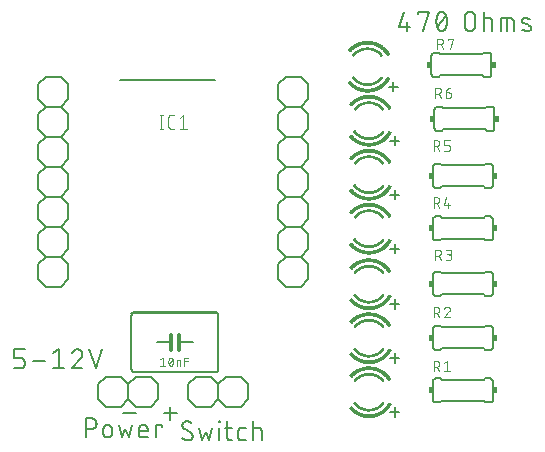
<source format=gbr>
G04 EAGLE Gerber RS-274X export*
G75*
%MOMM*%
%FSLAX34Y34*%
%LPD*%
%INSilkscreen Top*%
%IPPOS*%
%AMOC8*
5,1,8,0,0,1.08239X$1,22.5*%
G01*
%ADD10C,0.152400*%
%ADD11C,0.050800*%
%ADD12C,0.200000*%
%ADD13C,0.101600*%
%ADD14R,0.381000X0.508000*%
%ADD15C,0.015238*%
%ADD16C,0.025400*%
%ADD17C,0.127000*%
%ADD18C,0.304800*%


D10*
X109982Y45184D02*
X120819Y45184D01*
X144371Y45184D02*
X155208Y45184D01*
X149789Y50602D02*
X149789Y39765D01*
X164931Y22352D02*
X165049Y22354D01*
X165167Y22360D01*
X165285Y22369D01*
X165402Y22383D01*
X165519Y22400D01*
X165636Y22421D01*
X165751Y22446D01*
X165866Y22475D01*
X165980Y22508D01*
X166092Y22544D01*
X166203Y22584D01*
X166313Y22627D01*
X166422Y22674D01*
X166529Y22724D01*
X166634Y22779D01*
X166737Y22836D01*
X166838Y22897D01*
X166938Y22961D01*
X167035Y23028D01*
X167130Y23098D01*
X167222Y23172D01*
X167313Y23248D01*
X167400Y23328D01*
X167485Y23410D01*
X167567Y23495D01*
X167647Y23582D01*
X167723Y23673D01*
X167797Y23765D01*
X167867Y23860D01*
X167934Y23957D01*
X167998Y24057D01*
X168059Y24158D01*
X168116Y24261D01*
X168171Y24366D01*
X168221Y24473D01*
X168268Y24582D01*
X168311Y24692D01*
X168351Y24803D01*
X168387Y24915D01*
X168420Y25029D01*
X168449Y25144D01*
X168474Y25259D01*
X168495Y25376D01*
X168512Y25493D01*
X168526Y25610D01*
X168535Y25728D01*
X168541Y25846D01*
X168543Y25964D01*
X164931Y22352D02*
X164748Y22354D01*
X164566Y22361D01*
X164384Y22372D01*
X164202Y22387D01*
X164020Y22407D01*
X163839Y22430D01*
X163659Y22459D01*
X163479Y22491D01*
X163300Y22528D01*
X163123Y22569D01*
X162946Y22615D01*
X162770Y22664D01*
X162596Y22718D01*
X162422Y22776D01*
X162251Y22838D01*
X162081Y22904D01*
X161912Y22975D01*
X161745Y23049D01*
X161580Y23127D01*
X161417Y23209D01*
X161256Y23295D01*
X161097Y23385D01*
X160940Y23479D01*
X160786Y23576D01*
X160634Y23677D01*
X160484Y23782D01*
X160337Y23890D01*
X160193Y24001D01*
X160051Y24116D01*
X159912Y24235D01*
X159776Y24357D01*
X159643Y24482D01*
X159513Y24610D01*
X159964Y34996D02*
X159966Y35114D01*
X159972Y35232D01*
X159981Y35350D01*
X159995Y35467D01*
X160012Y35584D01*
X160033Y35701D01*
X160058Y35816D01*
X160087Y35931D01*
X160120Y36045D01*
X160156Y36157D01*
X160196Y36268D01*
X160239Y36378D01*
X160286Y36487D01*
X160336Y36594D01*
X160391Y36699D01*
X160448Y36802D01*
X160509Y36903D01*
X160573Y37003D01*
X160640Y37100D01*
X160710Y37195D01*
X160784Y37287D01*
X160860Y37378D01*
X160940Y37465D01*
X161022Y37550D01*
X161107Y37632D01*
X161194Y37712D01*
X161285Y37788D01*
X161377Y37862D01*
X161472Y37932D01*
X161569Y37999D01*
X161669Y38063D01*
X161770Y38124D01*
X161873Y38182D01*
X161978Y38236D01*
X162085Y38286D01*
X162194Y38333D01*
X162304Y38377D01*
X162415Y38416D01*
X162528Y38452D01*
X162641Y38485D01*
X162756Y38514D01*
X162871Y38539D01*
X162988Y38560D01*
X163105Y38577D01*
X163222Y38591D01*
X163340Y38600D01*
X163458Y38606D01*
X163576Y38608D01*
X163737Y38606D01*
X163899Y38600D01*
X164060Y38591D01*
X164221Y38577D01*
X164381Y38560D01*
X164541Y38539D01*
X164701Y38514D01*
X164860Y38485D01*
X165018Y38453D01*
X165175Y38417D01*
X165331Y38377D01*
X165487Y38333D01*
X165641Y38285D01*
X165794Y38234D01*
X165946Y38180D01*
X166097Y38121D01*
X166246Y38060D01*
X166393Y37994D01*
X166539Y37925D01*
X166684Y37853D01*
X166826Y37777D01*
X166967Y37698D01*
X167106Y37616D01*
X167242Y37530D01*
X167377Y37441D01*
X167510Y37349D01*
X167640Y37253D01*
X161769Y31835D02*
X161668Y31897D01*
X161568Y31962D01*
X161471Y32031D01*
X161376Y32103D01*
X161283Y32177D01*
X161193Y32255D01*
X161105Y32336D01*
X161020Y32419D01*
X160938Y32505D01*
X160859Y32594D01*
X160782Y32685D01*
X160709Y32779D01*
X160638Y32875D01*
X160571Y32973D01*
X160507Y33073D01*
X160446Y33176D01*
X160389Y33280D01*
X160335Y33386D01*
X160285Y33494D01*
X160238Y33603D01*
X160194Y33714D01*
X160154Y33826D01*
X160118Y33940D01*
X160086Y34054D01*
X160057Y34170D01*
X160032Y34286D01*
X160011Y34403D01*
X159994Y34521D01*
X159980Y34639D01*
X159971Y34758D01*
X159965Y34877D01*
X159963Y34996D01*
X166737Y29125D02*
X166838Y29063D01*
X166938Y28998D01*
X167035Y28929D01*
X167130Y28857D01*
X167223Y28783D01*
X167313Y28705D01*
X167401Y28624D01*
X167486Y28541D01*
X167568Y28455D01*
X167647Y28366D01*
X167724Y28275D01*
X167797Y28181D01*
X167868Y28085D01*
X167935Y27987D01*
X167999Y27887D01*
X168060Y27784D01*
X168117Y27680D01*
X168171Y27574D01*
X168221Y27466D01*
X168268Y27357D01*
X168312Y27246D01*
X168352Y27134D01*
X168388Y27020D01*
X168420Y26906D01*
X168449Y26790D01*
X168474Y26674D01*
X168495Y26557D01*
X168512Y26439D01*
X168526Y26321D01*
X168535Y26202D01*
X168541Y26083D01*
X168543Y25964D01*
X166737Y29125D02*
X161770Y31835D01*
X174240Y33189D02*
X176949Y22352D01*
X179659Y29577D01*
X182368Y22352D01*
X185077Y33189D01*
X191122Y33189D02*
X191122Y22352D01*
X190670Y37705D02*
X190670Y38608D01*
X191573Y38608D01*
X191573Y37705D01*
X190670Y37705D01*
X196112Y33189D02*
X201530Y33189D01*
X197918Y38608D02*
X197918Y25061D01*
X197920Y24960D01*
X197926Y24859D01*
X197935Y24758D01*
X197948Y24657D01*
X197965Y24557D01*
X197986Y24458D01*
X198010Y24360D01*
X198038Y24263D01*
X198070Y24166D01*
X198105Y24071D01*
X198144Y23978D01*
X198186Y23886D01*
X198232Y23795D01*
X198281Y23706D01*
X198333Y23620D01*
X198389Y23535D01*
X198447Y23452D01*
X198509Y23372D01*
X198574Y23294D01*
X198641Y23218D01*
X198711Y23145D01*
X198784Y23075D01*
X198860Y23008D01*
X198938Y22943D01*
X199018Y22881D01*
X199101Y22823D01*
X199186Y22767D01*
X199273Y22715D01*
X199361Y22666D01*
X199452Y22620D01*
X199544Y22578D01*
X199637Y22539D01*
X199732Y22504D01*
X199829Y22472D01*
X199926Y22444D01*
X200024Y22420D01*
X200123Y22399D01*
X200223Y22382D01*
X200324Y22369D01*
X200425Y22360D01*
X200526Y22354D01*
X200627Y22352D01*
X201530Y22352D01*
X210036Y22352D02*
X213648Y22352D01*
X210036Y22352D02*
X209935Y22354D01*
X209834Y22360D01*
X209733Y22369D01*
X209632Y22382D01*
X209532Y22399D01*
X209433Y22420D01*
X209335Y22444D01*
X209238Y22472D01*
X209141Y22504D01*
X209046Y22539D01*
X208953Y22578D01*
X208861Y22620D01*
X208770Y22666D01*
X208682Y22715D01*
X208595Y22767D01*
X208510Y22823D01*
X208427Y22881D01*
X208347Y22943D01*
X208269Y23008D01*
X208193Y23075D01*
X208120Y23145D01*
X208050Y23218D01*
X207983Y23294D01*
X207918Y23372D01*
X207856Y23452D01*
X207798Y23535D01*
X207742Y23620D01*
X207690Y23706D01*
X207641Y23795D01*
X207595Y23886D01*
X207553Y23978D01*
X207514Y24071D01*
X207479Y24166D01*
X207447Y24263D01*
X207419Y24360D01*
X207395Y24458D01*
X207374Y24557D01*
X207357Y24657D01*
X207344Y24758D01*
X207335Y24859D01*
X207329Y24960D01*
X207327Y25061D01*
X207326Y25061D02*
X207326Y30480D01*
X207327Y30480D02*
X207329Y30581D01*
X207335Y30682D01*
X207344Y30783D01*
X207357Y30884D01*
X207374Y30984D01*
X207395Y31083D01*
X207419Y31181D01*
X207447Y31278D01*
X207479Y31375D01*
X207514Y31470D01*
X207553Y31563D01*
X207595Y31655D01*
X207641Y31746D01*
X207690Y31834D01*
X207742Y31921D01*
X207798Y32006D01*
X207856Y32089D01*
X207918Y32169D01*
X207983Y32247D01*
X208050Y32323D01*
X208120Y32396D01*
X208193Y32466D01*
X208269Y32533D01*
X208347Y32598D01*
X208427Y32660D01*
X208510Y32718D01*
X208595Y32774D01*
X208682Y32826D01*
X208770Y32875D01*
X208861Y32921D01*
X208953Y32963D01*
X209046Y33002D01*
X209141Y33037D01*
X209238Y33069D01*
X209335Y33097D01*
X209433Y33121D01*
X209532Y33142D01*
X209632Y33159D01*
X209733Y33172D01*
X209834Y33181D01*
X209935Y33187D01*
X210036Y33189D01*
X213648Y33189D01*
X219814Y38608D02*
X219814Y22352D01*
X219814Y33189D02*
X224329Y33189D01*
X224433Y33187D01*
X224536Y33181D01*
X224640Y33171D01*
X224743Y33157D01*
X224845Y33139D01*
X224946Y33118D01*
X225047Y33092D01*
X225146Y33063D01*
X225245Y33030D01*
X225342Y32993D01*
X225437Y32952D01*
X225531Y32908D01*
X225623Y32860D01*
X225713Y32809D01*
X225802Y32754D01*
X225888Y32696D01*
X225971Y32634D01*
X226053Y32570D01*
X226131Y32502D01*
X226207Y32432D01*
X226281Y32359D01*
X226351Y32282D01*
X226419Y32204D01*
X226483Y32122D01*
X226545Y32039D01*
X226603Y31953D01*
X226658Y31864D01*
X226709Y31774D01*
X226757Y31682D01*
X226801Y31588D01*
X226842Y31493D01*
X226879Y31396D01*
X226912Y31297D01*
X226941Y31198D01*
X226967Y31097D01*
X226988Y30996D01*
X227006Y30894D01*
X227020Y30791D01*
X227030Y30687D01*
X227036Y30584D01*
X227038Y30480D01*
X227039Y30480D02*
X227039Y22352D01*
X78232Y24892D02*
X78232Y41148D01*
X82748Y41148D01*
X82881Y41146D01*
X83013Y41140D01*
X83145Y41130D01*
X83277Y41117D01*
X83409Y41099D01*
X83539Y41078D01*
X83670Y41053D01*
X83799Y41024D01*
X83927Y40991D01*
X84055Y40955D01*
X84181Y40915D01*
X84306Y40871D01*
X84430Y40823D01*
X84552Y40772D01*
X84673Y40717D01*
X84792Y40659D01*
X84910Y40597D01*
X85025Y40532D01*
X85139Y40463D01*
X85250Y40392D01*
X85359Y40316D01*
X85466Y40238D01*
X85571Y40157D01*
X85673Y40072D01*
X85773Y39985D01*
X85870Y39895D01*
X85965Y39802D01*
X86056Y39706D01*
X86145Y39608D01*
X86231Y39507D01*
X86314Y39403D01*
X86394Y39297D01*
X86470Y39189D01*
X86544Y39079D01*
X86614Y38966D01*
X86681Y38852D01*
X86744Y38735D01*
X86804Y38617D01*
X86861Y38497D01*
X86914Y38375D01*
X86963Y38252D01*
X87009Y38128D01*
X87051Y38002D01*
X87089Y37875D01*
X87124Y37747D01*
X87155Y37618D01*
X87182Y37489D01*
X87205Y37358D01*
X87225Y37227D01*
X87240Y37095D01*
X87252Y36963D01*
X87260Y36831D01*
X87264Y36698D01*
X87264Y36566D01*
X87260Y36433D01*
X87252Y36301D01*
X87240Y36169D01*
X87225Y36037D01*
X87205Y35906D01*
X87182Y35775D01*
X87155Y35646D01*
X87124Y35517D01*
X87089Y35389D01*
X87051Y35262D01*
X87009Y35136D01*
X86963Y35012D01*
X86914Y34889D01*
X86861Y34767D01*
X86804Y34647D01*
X86744Y34529D01*
X86681Y34412D01*
X86614Y34298D01*
X86544Y34185D01*
X86470Y34075D01*
X86394Y33967D01*
X86314Y33861D01*
X86231Y33757D01*
X86145Y33656D01*
X86056Y33558D01*
X85965Y33462D01*
X85870Y33369D01*
X85773Y33279D01*
X85673Y33192D01*
X85571Y33107D01*
X85466Y33026D01*
X85359Y32948D01*
X85250Y32872D01*
X85139Y32801D01*
X85025Y32732D01*
X84910Y32667D01*
X84792Y32605D01*
X84673Y32547D01*
X84552Y32492D01*
X84430Y32441D01*
X84306Y32393D01*
X84181Y32349D01*
X84055Y32309D01*
X83927Y32273D01*
X83799Y32240D01*
X83670Y32211D01*
X83539Y32186D01*
X83409Y32165D01*
X83277Y32147D01*
X83145Y32134D01*
X83013Y32124D01*
X82881Y32118D01*
X82748Y32116D01*
X82748Y32117D02*
X78232Y32117D01*
X92992Y32117D02*
X92992Y28504D01*
X92993Y32117D02*
X92995Y32236D01*
X93001Y32356D01*
X93011Y32475D01*
X93025Y32593D01*
X93042Y32712D01*
X93064Y32829D01*
X93089Y32946D01*
X93119Y33061D01*
X93152Y33176D01*
X93189Y33290D01*
X93229Y33402D01*
X93274Y33513D01*
X93322Y33622D01*
X93373Y33730D01*
X93428Y33836D01*
X93487Y33940D01*
X93549Y34042D01*
X93614Y34142D01*
X93683Y34240D01*
X93755Y34336D01*
X93830Y34429D01*
X93907Y34519D01*
X93988Y34607D01*
X94072Y34692D01*
X94159Y34774D01*
X94248Y34854D01*
X94340Y34930D01*
X94434Y35004D01*
X94531Y35074D01*
X94629Y35141D01*
X94730Y35205D01*
X94834Y35265D01*
X94939Y35322D01*
X95046Y35375D01*
X95154Y35425D01*
X95264Y35471D01*
X95376Y35513D01*
X95489Y35552D01*
X95603Y35587D01*
X95718Y35618D01*
X95835Y35646D01*
X95952Y35669D01*
X96069Y35689D01*
X96188Y35705D01*
X96307Y35717D01*
X96426Y35725D01*
X96545Y35729D01*
X96665Y35729D01*
X96784Y35725D01*
X96903Y35717D01*
X97022Y35705D01*
X97141Y35689D01*
X97258Y35669D01*
X97375Y35646D01*
X97492Y35618D01*
X97607Y35587D01*
X97721Y35552D01*
X97834Y35513D01*
X97946Y35471D01*
X98056Y35425D01*
X98164Y35375D01*
X98271Y35322D01*
X98376Y35265D01*
X98480Y35205D01*
X98581Y35141D01*
X98679Y35074D01*
X98776Y35004D01*
X98870Y34930D01*
X98962Y34854D01*
X99051Y34774D01*
X99138Y34692D01*
X99222Y34607D01*
X99303Y34519D01*
X99380Y34429D01*
X99455Y34336D01*
X99527Y34240D01*
X99596Y34142D01*
X99661Y34042D01*
X99723Y33940D01*
X99782Y33836D01*
X99837Y33730D01*
X99888Y33622D01*
X99936Y33513D01*
X99981Y33402D01*
X100021Y33290D01*
X100058Y33176D01*
X100091Y33061D01*
X100121Y32946D01*
X100146Y32829D01*
X100168Y32712D01*
X100185Y32593D01*
X100199Y32475D01*
X100209Y32356D01*
X100215Y32236D01*
X100217Y32117D01*
X100217Y28504D01*
X100215Y28385D01*
X100209Y28265D01*
X100199Y28146D01*
X100185Y28028D01*
X100168Y27909D01*
X100146Y27792D01*
X100121Y27675D01*
X100091Y27560D01*
X100058Y27445D01*
X100021Y27331D01*
X99981Y27219D01*
X99936Y27108D01*
X99888Y26999D01*
X99837Y26891D01*
X99782Y26785D01*
X99723Y26681D01*
X99661Y26579D01*
X99596Y26479D01*
X99527Y26381D01*
X99455Y26285D01*
X99380Y26192D01*
X99303Y26102D01*
X99222Y26014D01*
X99138Y25929D01*
X99051Y25847D01*
X98962Y25767D01*
X98870Y25691D01*
X98776Y25617D01*
X98679Y25547D01*
X98581Y25480D01*
X98480Y25416D01*
X98376Y25356D01*
X98271Y25299D01*
X98164Y25246D01*
X98056Y25196D01*
X97946Y25150D01*
X97834Y25108D01*
X97721Y25069D01*
X97607Y25034D01*
X97492Y25003D01*
X97375Y24975D01*
X97258Y24952D01*
X97141Y24932D01*
X97022Y24916D01*
X96903Y24904D01*
X96784Y24896D01*
X96665Y24892D01*
X96545Y24892D01*
X96426Y24896D01*
X96307Y24904D01*
X96188Y24916D01*
X96069Y24932D01*
X95952Y24952D01*
X95835Y24975D01*
X95718Y25003D01*
X95603Y25034D01*
X95489Y25069D01*
X95376Y25108D01*
X95264Y25150D01*
X95154Y25196D01*
X95046Y25246D01*
X94939Y25299D01*
X94834Y25356D01*
X94730Y25416D01*
X94629Y25480D01*
X94531Y25547D01*
X94434Y25617D01*
X94340Y25691D01*
X94248Y25767D01*
X94159Y25847D01*
X94072Y25929D01*
X93988Y26014D01*
X93907Y26102D01*
X93830Y26192D01*
X93755Y26285D01*
X93683Y26381D01*
X93614Y26479D01*
X93549Y26579D01*
X93487Y26681D01*
X93428Y26785D01*
X93373Y26891D01*
X93322Y26999D01*
X93274Y27108D01*
X93229Y27219D01*
X93189Y27331D01*
X93152Y27445D01*
X93119Y27560D01*
X93089Y27675D01*
X93064Y27792D01*
X93042Y27909D01*
X93025Y28028D01*
X93011Y28146D01*
X93001Y28265D01*
X92995Y28385D01*
X92993Y28504D01*
X106296Y35729D02*
X109006Y24892D01*
X111715Y32117D01*
X114424Y24892D01*
X117134Y35729D01*
X125922Y24892D02*
X130438Y24892D01*
X125922Y24892D02*
X125821Y24894D01*
X125720Y24900D01*
X125619Y24909D01*
X125518Y24922D01*
X125418Y24939D01*
X125319Y24960D01*
X125221Y24984D01*
X125124Y25012D01*
X125027Y25044D01*
X124932Y25079D01*
X124839Y25118D01*
X124747Y25160D01*
X124656Y25206D01*
X124568Y25255D01*
X124481Y25307D01*
X124396Y25363D01*
X124313Y25421D01*
X124233Y25483D01*
X124155Y25548D01*
X124079Y25615D01*
X124006Y25685D01*
X123936Y25758D01*
X123869Y25834D01*
X123804Y25912D01*
X123742Y25992D01*
X123684Y26075D01*
X123628Y26160D01*
X123576Y26246D01*
X123527Y26335D01*
X123481Y26426D01*
X123439Y26518D01*
X123400Y26611D01*
X123365Y26706D01*
X123333Y26803D01*
X123305Y26900D01*
X123281Y26998D01*
X123260Y27097D01*
X123243Y27197D01*
X123230Y27298D01*
X123221Y27399D01*
X123215Y27500D01*
X123213Y27601D01*
X123213Y32117D01*
X123215Y32236D01*
X123221Y32356D01*
X123231Y32475D01*
X123245Y32593D01*
X123262Y32712D01*
X123284Y32829D01*
X123309Y32946D01*
X123339Y33061D01*
X123372Y33176D01*
X123409Y33290D01*
X123449Y33402D01*
X123494Y33513D01*
X123542Y33622D01*
X123593Y33730D01*
X123648Y33836D01*
X123707Y33940D01*
X123769Y34042D01*
X123834Y34142D01*
X123903Y34240D01*
X123975Y34336D01*
X124050Y34429D01*
X124127Y34519D01*
X124208Y34607D01*
X124292Y34692D01*
X124379Y34774D01*
X124468Y34854D01*
X124560Y34930D01*
X124654Y35004D01*
X124751Y35074D01*
X124849Y35141D01*
X124950Y35205D01*
X125054Y35265D01*
X125159Y35322D01*
X125266Y35375D01*
X125374Y35425D01*
X125484Y35471D01*
X125596Y35513D01*
X125709Y35552D01*
X125823Y35587D01*
X125938Y35618D01*
X126055Y35646D01*
X126172Y35669D01*
X126289Y35689D01*
X126408Y35705D01*
X126527Y35717D01*
X126646Y35725D01*
X126765Y35729D01*
X126885Y35729D01*
X127004Y35725D01*
X127123Y35717D01*
X127242Y35705D01*
X127361Y35689D01*
X127478Y35669D01*
X127595Y35646D01*
X127712Y35618D01*
X127827Y35587D01*
X127941Y35552D01*
X128054Y35513D01*
X128166Y35471D01*
X128276Y35425D01*
X128384Y35375D01*
X128491Y35322D01*
X128596Y35265D01*
X128700Y35205D01*
X128801Y35141D01*
X128899Y35074D01*
X128996Y35004D01*
X129090Y34930D01*
X129182Y34854D01*
X129271Y34774D01*
X129358Y34692D01*
X129442Y34607D01*
X129523Y34519D01*
X129600Y34429D01*
X129675Y34336D01*
X129747Y34240D01*
X129816Y34142D01*
X129881Y34042D01*
X129943Y33940D01*
X130002Y33836D01*
X130057Y33730D01*
X130108Y33622D01*
X130156Y33513D01*
X130201Y33402D01*
X130241Y33290D01*
X130278Y33176D01*
X130311Y33061D01*
X130341Y32946D01*
X130366Y32829D01*
X130388Y32712D01*
X130405Y32593D01*
X130419Y32475D01*
X130429Y32356D01*
X130435Y32236D01*
X130437Y32117D01*
X130438Y32117D02*
X130438Y30311D01*
X123213Y30311D01*
X137366Y24892D02*
X137366Y35729D01*
X142784Y35729D01*
X142784Y33923D01*
X22691Y83312D02*
X17272Y83312D01*
X22691Y83312D02*
X22809Y83314D01*
X22927Y83320D01*
X23045Y83329D01*
X23162Y83343D01*
X23279Y83360D01*
X23396Y83381D01*
X23511Y83406D01*
X23626Y83435D01*
X23740Y83468D01*
X23852Y83504D01*
X23963Y83544D01*
X24073Y83587D01*
X24182Y83634D01*
X24289Y83684D01*
X24394Y83739D01*
X24497Y83796D01*
X24598Y83857D01*
X24698Y83921D01*
X24795Y83988D01*
X24890Y84058D01*
X24982Y84132D01*
X25073Y84208D01*
X25160Y84288D01*
X25245Y84370D01*
X25327Y84455D01*
X25407Y84542D01*
X25483Y84633D01*
X25557Y84725D01*
X25627Y84820D01*
X25694Y84917D01*
X25758Y85017D01*
X25819Y85118D01*
X25876Y85221D01*
X25931Y85326D01*
X25981Y85433D01*
X26028Y85542D01*
X26071Y85652D01*
X26111Y85763D01*
X26147Y85875D01*
X26180Y85989D01*
X26209Y86104D01*
X26234Y86219D01*
X26255Y86336D01*
X26272Y86453D01*
X26286Y86570D01*
X26295Y86688D01*
X26301Y86806D01*
X26303Y86924D01*
X26303Y88731D01*
X26301Y88849D01*
X26295Y88967D01*
X26286Y89085D01*
X26272Y89202D01*
X26255Y89319D01*
X26234Y89436D01*
X26209Y89551D01*
X26180Y89666D01*
X26147Y89780D01*
X26111Y89892D01*
X26071Y90003D01*
X26028Y90113D01*
X25981Y90222D01*
X25931Y90329D01*
X25876Y90434D01*
X25819Y90537D01*
X25758Y90638D01*
X25694Y90738D01*
X25627Y90835D01*
X25557Y90930D01*
X25483Y91022D01*
X25407Y91113D01*
X25327Y91200D01*
X25245Y91285D01*
X25160Y91367D01*
X25073Y91447D01*
X24982Y91523D01*
X24890Y91597D01*
X24795Y91667D01*
X24698Y91734D01*
X24598Y91798D01*
X24497Y91859D01*
X24394Y91916D01*
X24289Y91971D01*
X24182Y92021D01*
X24073Y92068D01*
X23963Y92111D01*
X23852Y92151D01*
X23740Y92187D01*
X23626Y92220D01*
X23511Y92249D01*
X23396Y92274D01*
X23279Y92295D01*
X23162Y92312D01*
X23045Y92326D01*
X22927Y92335D01*
X22809Y92341D01*
X22691Y92343D01*
X17272Y92343D01*
X17272Y99568D01*
X26303Y99568D01*
X33042Y89634D02*
X43880Y89634D01*
X50619Y95956D02*
X55134Y99568D01*
X55134Y83312D01*
X50619Y83312D02*
X59650Y83312D01*
X75281Y95504D02*
X75279Y95629D01*
X75273Y95754D01*
X75264Y95879D01*
X75250Y96003D01*
X75233Y96127D01*
X75212Y96251D01*
X75187Y96373D01*
X75158Y96495D01*
X75126Y96616D01*
X75090Y96736D01*
X75050Y96855D01*
X75007Y96972D01*
X74960Y97088D01*
X74909Y97203D01*
X74855Y97315D01*
X74797Y97427D01*
X74737Y97536D01*
X74672Y97643D01*
X74605Y97749D01*
X74534Y97852D01*
X74460Y97953D01*
X74383Y98052D01*
X74303Y98148D01*
X74220Y98242D01*
X74135Y98333D01*
X74046Y98422D01*
X73955Y98507D01*
X73861Y98590D01*
X73765Y98670D01*
X73666Y98747D01*
X73565Y98821D01*
X73462Y98892D01*
X73356Y98959D01*
X73249Y99024D01*
X73140Y99084D01*
X73028Y99142D01*
X72916Y99196D01*
X72801Y99247D01*
X72685Y99294D01*
X72568Y99337D01*
X72449Y99377D01*
X72329Y99413D01*
X72208Y99445D01*
X72086Y99474D01*
X71964Y99499D01*
X71840Y99520D01*
X71716Y99537D01*
X71592Y99551D01*
X71467Y99560D01*
X71342Y99566D01*
X71217Y99568D01*
X71074Y99566D01*
X70932Y99560D01*
X70789Y99550D01*
X70647Y99537D01*
X70506Y99519D01*
X70364Y99498D01*
X70224Y99473D01*
X70084Y99444D01*
X69945Y99411D01*
X69807Y99374D01*
X69670Y99334D01*
X69535Y99290D01*
X69400Y99242D01*
X69267Y99190D01*
X69135Y99135D01*
X69005Y99076D01*
X68877Y99014D01*
X68750Y98948D01*
X68625Y98879D01*
X68502Y98807D01*
X68382Y98731D01*
X68263Y98652D01*
X68146Y98569D01*
X68032Y98484D01*
X67920Y98395D01*
X67811Y98304D01*
X67704Y98209D01*
X67599Y98112D01*
X67498Y98011D01*
X67399Y97908D01*
X67303Y97803D01*
X67210Y97694D01*
X67120Y97583D01*
X67033Y97470D01*
X66949Y97355D01*
X66869Y97237D01*
X66791Y97117D01*
X66717Y96995D01*
X66647Y96871D01*
X66579Y96745D01*
X66516Y96617D01*
X66455Y96488D01*
X66398Y96357D01*
X66345Y96225D01*
X66296Y96091D01*
X66250Y95956D01*
X73926Y92343D02*
X74020Y92435D01*
X74110Y92529D01*
X74198Y92626D01*
X74283Y92726D01*
X74365Y92828D01*
X74444Y92933D01*
X74519Y93040D01*
X74591Y93149D01*
X74660Y93260D01*
X74726Y93374D01*
X74788Y93489D01*
X74847Y93606D01*
X74902Y93725D01*
X74953Y93845D01*
X75001Y93967D01*
X75046Y94090D01*
X75086Y94214D01*
X75123Y94340D01*
X75156Y94467D01*
X75185Y94594D01*
X75211Y94723D01*
X75232Y94852D01*
X75250Y94982D01*
X75263Y95112D01*
X75273Y95242D01*
X75279Y95373D01*
X75281Y95504D01*
X73926Y92343D02*
X66250Y83312D01*
X75281Y83312D01*
X86397Y83312D02*
X80978Y99568D01*
X91815Y99568D02*
X86397Y83312D01*
X343662Y372674D02*
X347274Y385318D01*
X343662Y372674D02*
X352693Y372674D01*
X349984Y376287D02*
X349984Y369062D01*
X359293Y383512D02*
X359293Y385318D01*
X368324Y385318D01*
X363809Y369062D01*
X374925Y377190D02*
X374929Y377510D01*
X374940Y377829D01*
X374959Y378149D01*
X374986Y378467D01*
X375020Y378785D01*
X375062Y379102D01*
X375112Y379418D01*
X375169Y379733D01*
X375233Y380046D01*
X375305Y380358D01*
X375384Y380668D01*
X375471Y380975D01*
X375565Y381281D01*
X375666Y381584D01*
X375775Y381885D01*
X375890Y382183D01*
X376013Y382479D01*
X376143Y382771D01*
X376280Y383060D01*
X376279Y383061D02*
X376318Y383169D01*
X376361Y383276D01*
X376407Y383381D01*
X376458Y383485D01*
X376511Y383587D01*
X376568Y383687D01*
X376629Y383785D01*
X376693Y383880D01*
X376760Y383974D01*
X376831Y384065D01*
X376904Y384154D01*
X376981Y384240D01*
X377060Y384323D01*
X377142Y384404D01*
X377227Y384482D01*
X377315Y384556D01*
X377405Y384628D01*
X377497Y384696D01*
X377592Y384762D01*
X377689Y384824D01*
X377788Y384882D01*
X377890Y384938D01*
X377992Y384989D01*
X378097Y385037D01*
X378203Y385082D01*
X378311Y385123D01*
X378420Y385160D01*
X378530Y385193D01*
X378642Y385222D01*
X378754Y385248D01*
X378867Y385270D01*
X378981Y385287D01*
X379095Y385301D01*
X379210Y385311D01*
X379325Y385317D01*
X379440Y385319D01*
X379440Y385318D02*
X379555Y385316D01*
X379670Y385310D01*
X379785Y385300D01*
X379899Y385286D01*
X380013Y385269D01*
X380126Y385247D01*
X380238Y385221D01*
X380350Y385192D01*
X380460Y385159D01*
X380569Y385122D01*
X380677Y385081D01*
X380783Y385036D01*
X380888Y384988D01*
X380990Y384937D01*
X381091Y384881D01*
X381191Y384823D01*
X381288Y384761D01*
X381382Y384696D01*
X381475Y384627D01*
X381565Y384555D01*
X381653Y384481D01*
X381738Y384403D01*
X381820Y384322D01*
X381899Y384239D01*
X381976Y384153D01*
X382049Y384064D01*
X382120Y383973D01*
X382187Y383879D01*
X382251Y383784D01*
X382312Y383686D01*
X382369Y383586D01*
X382422Y383484D01*
X382473Y383380D01*
X382519Y383275D01*
X382562Y383168D01*
X382601Y383060D01*
X382600Y383060D02*
X382737Y382771D01*
X382867Y382479D01*
X382990Y382183D01*
X383105Y381885D01*
X383214Y381584D01*
X383315Y381281D01*
X383409Y380975D01*
X383496Y380668D01*
X383575Y380358D01*
X383647Y380046D01*
X383711Y379733D01*
X383768Y379418D01*
X383818Y379102D01*
X383860Y378785D01*
X383894Y378467D01*
X383921Y378149D01*
X383940Y377829D01*
X383951Y377510D01*
X383955Y377190D01*
X374925Y377190D02*
X374929Y376870D01*
X374940Y376551D01*
X374959Y376231D01*
X374986Y375913D01*
X375020Y375595D01*
X375062Y375278D01*
X375112Y374962D01*
X375169Y374647D01*
X375233Y374334D01*
X375305Y374022D01*
X375384Y373712D01*
X375471Y373405D01*
X375565Y373099D01*
X375666Y372796D01*
X375775Y372495D01*
X375890Y372197D01*
X376013Y371901D01*
X376143Y371609D01*
X376280Y371320D01*
X376279Y371320D02*
X376318Y371212D01*
X376361Y371105D01*
X376407Y371000D01*
X376458Y370896D01*
X376511Y370794D01*
X376568Y370694D01*
X376629Y370596D01*
X376693Y370501D01*
X376760Y370407D01*
X376831Y370316D01*
X376904Y370227D01*
X376981Y370141D01*
X377060Y370058D01*
X377142Y369977D01*
X377227Y369899D01*
X377315Y369825D01*
X377405Y369753D01*
X377498Y369684D01*
X377592Y369619D01*
X377689Y369557D01*
X377789Y369499D01*
X377890Y369443D01*
X377992Y369392D01*
X378097Y369344D01*
X378203Y369299D01*
X378311Y369258D01*
X378420Y369221D01*
X378530Y369188D01*
X378642Y369159D01*
X378754Y369133D01*
X378867Y369111D01*
X378981Y369094D01*
X379095Y369080D01*
X379210Y369070D01*
X379325Y369064D01*
X379440Y369062D01*
X382600Y371320D02*
X382737Y371609D01*
X382867Y371901D01*
X382990Y372197D01*
X383105Y372495D01*
X383214Y372796D01*
X383315Y373099D01*
X383409Y373405D01*
X383496Y373712D01*
X383575Y374022D01*
X383647Y374334D01*
X383711Y374647D01*
X383768Y374962D01*
X383818Y375278D01*
X383860Y375595D01*
X383894Y375913D01*
X383921Y376231D01*
X383940Y376551D01*
X383951Y376870D01*
X383955Y377190D01*
X382601Y371320D02*
X382562Y371212D01*
X382519Y371105D01*
X382473Y371000D01*
X382422Y370896D01*
X382369Y370794D01*
X382312Y370694D01*
X382251Y370596D01*
X382187Y370501D01*
X382120Y370407D01*
X382049Y370316D01*
X381976Y370227D01*
X381899Y370141D01*
X381820Y370058D01*
X381738Y369977D01*
X381653Y369899D01*
X381565Y369825D01*
X381475Y369753D01*
X381382Y369684D01*
X381288Y369619D01*
X381191Y369557D01*
X381091Y369499D01*
X380990Y369443D01*
X380887Y369392D01*
X380783Y369344D01*
X380677Y369299D01*
X380569Y369258D01*
X380460Y369221D01*
X380350Y369188D01*
X380238Y369159D01*
X380126Y369133D01*
X380013Y369111D01*
X379899Y369094D01*
X379785Y369080D01*
X379670Y369070D01*
X379555Y369064D01*
X379440Y369062D01*
X375828Y372674D02*
X383052Y381706D01*
X398892Y380802D02*
X398892Y373578D01*
X398892Y380802D02*
X398894Y380935D01*
X398900Y381067D01*
X398910Y381199D01*
X398923Y381331D01*
X398941Y381463D01*
X398962Y381593D01*
X398987Y381724D01*
X399016Y381853D01*
X399049Y381981D01*
X399085Y382109D01*
X399125Y382235D01*
X399169Y382360D01*
X399217Y382484D01*
X399268Y382606D01*
X399323Y382727D01*
X399381Y382846D01*
X399443Y382964D01*
X399508Y383079D01*
X399577Y383193D01*
X399648Y383304D01*
X399724Y383413D01*
X399802Y383520D01*
X399883Y383625D01*
X399968Y383727D01*
X400055Y383827D01*
X400145Y383924D01*
X400238Y384019D01*
X400334Y384110D01*
X400432Y384199D01*
X400533Y384285D01*
X400637Y384368D01*
X400743Y384448D01*
X400851Y384524D01*
X400961Y384598D01*
X401074Y384668D01*
X401188Y384735D01*
X401305Y384798D01*
X401423Y384858D01*
X401543Y384915D01*
X401665Y384968D01*
X401788Y385017D01*
X401912Y385063D01*
X402038Y385105D01*
X402165Y385143D01*
X402293Y385178D01*
X402422Y385209D01*
X402551Y385236D01*
X402682Y385259D01*
X402813Y385279D01*
X402945Y385294D01*
X403077Y385306D01*
X403209Y385314D01*
X403342Y385318D01*
X403474Y385318D01*
X403607Y385314D01*
X403739Y385306D01*
X403871Y385294D01*
X404003Y385279D01*
X404134Y385259D01*
X404265Y385236D01*
X404394Y385209D01*
X404523Y385178D01*
X404651Y385143D01*
X404778Y385105D01*
X404904Y385063D01*
X405028Y385017D01*
X405151Y384968D01*
X405273Y384915D01*
X405393Y384858D01*
X405511Y384798D01*
X405628Y384735D01*
X405742Y384668D01*
X405855Y384598D01*
X405965Y384524D01*
X406073Y384448D01*
X406179Y384368D01*
X406283Y384285D01*
X406384Y384199D01*
X406482Y384110D01*
X406578Y384019D01*
X406671Y383924D01*
X406761Y383827D01*
X406848Y383727D01*
X406933Y383625D01*
X407014Y383520D01*
X407092Y383413D01*
X407168Y383304D01*
X407239Y383193D01*
X407308Y383079D01*
X407373Y382964D01*
X407435Y382846D01*
X407493Y382727D01*
X407548Y382606D01*
X407599Y382484D01*
X407647Y382360D01*
X407691Y382235D01*
X407731Y382109D01*
X407767Y381981D01*
X407800Y381853D01*
X407829Y381724D01*
X407854Y381593D01*
X407875Y381463D01*
X407893Y381331D01*
X407906Y381199D01*
X407916Y381067D01*
X407922Y380935D01*
X407924Y380802D01*
X407923Y380802D02*
X407923Y373578D01*
X407924Y373578D02*
X407922Y373445D01*
X407916Y373313D01*
X407906Y373181D01*
X407893Y373049D01*
X407875Y372917D01*
X407854Y372787D01*
X407829Y372656D01*
X407800Y372527D01*
X407767Y372399D01*
X407731Y372271D01*
X407691Y372145D01*
X407647Y372020D01*
X407599Y371896D01*
X407548Y371774D01*
X407493Y371653D01*
X407435Y371534D01*
X407373Y371416D01*
X407308Y371301D01*
X407239Y371187D01*
X407168Y371076D01*
X407092Y370967D01*
X407014Y370860D01*
X406933Y370755D01*
X406848Y370653D01*
X406761Y370553D01*
X406671Y370456D01*
X406578Y370361D01*
X406482Y370270D01*
X406384Y370181D01*
X406283Y370095D01*
X406179Y370012D01*
X406073Y369932D01*
X405965Y369856D01*
X405855Y369782D01*
X405742Y369712D01*
X405628Y369645D01*
X405511Y369582D01*
X405393Y369522D01*
X405273Y369465D01*
X405151Y369412D01*
X405028Y369363D01*
X404904Y369317D01*
X404778Y369275D01*
X404651Y369237D01*
X404523Y369202D01*
X404394Y369171D01*
X404265Y369144D01*
X404134Y369121D01*
X404003Y369101D01*
X403871Y369086D01*
X403739Y369074D01*
X403607Y369066D01*
X403474Y369062D01*
X403342Y369062D01*
X403209Y369066D01*
X403077Y369074D01*
X402945Y369086D01*
X402813Y369101D01*
X402682Y369121D01*
X402551Y369144D01*
X402422Y369171D01*
X402293Y369202D01*
X402165Y369237D01*
X402038Y369275D01*
X401912Y369317D01*
X401788Y369363D01*
X401665Y369412D01*
X401543Y369465D01*
X401423Y369522D01*
X401305Y369582D01*
X401188Y369645D01*
X401074Y369712D01*
X400961Y369782D01*
X400851Y369856D01*
X400743Y369932D01*
X400637Y370012D01*
X400533Y370095D01*
X400432Y370181D01*
X400334Y370270D01*
X400238Y370361D01*
X400145Y370456D01*
X400055Y370553D01*
X399968Y370653D01*
X399883Y370755D01*
X399802Y370860D01*
X399724Y370967D01*
X399648Y371076D01*
X399577Y371187D01*
X399508Y371301D01*
X399443Y371416D01*
X399381Y371534D01*
X399323Y371653D01*
X399268Y371774D01*
X399217Y371896D01*
X399169Y372020D01*
X399125Y372145D01*
X399085Y372271D01*
X399049Y372399D01*
X399016Y372527D01*
X398987Y372656D01*
X398962Y372787D01*
X398941Y372917D01*
X398923Y373049D01*
X398910Y373181D01*
X398900Y373313D01*
X398894Y373445D01*
X398892Y373578D01*
X414906Y369062D02*
X414906Y385318D01*
X414906Y379899D02*
X419421Y379899D01*
X419525Y379897D01*
X419628Y379891D01*
X419732Y379881D01*
X419835Y379867D01*
X419937Y379849D01*
X420038Y379828D01*
X420139Y379802D01*
X420238Y379773D01*
X420337Y379740D01*
X420434Y379703D01*
X420529Y379662D01*
X420623Y379618D01*
X420715Y379570D01*
X420805Y379519D01*
X420894Y379464D01*
X420980Y379406D01*
X421063Y379344D01*
X421145Y379280D01*
X421223Y379212D01*
X421299Y379142D01*
X421373Y379069D01*
X421443Y378992D01*
X421511Y378914D01*
X421575Y378832D01*
X421637Y378749D01*
X421695Y378663D01*
X421750Y378574D01*
X421801Y378484D01*
X421849Y378392D01*
X421893Y378298D01*
X421934Y378203D01*
X421971Y378106D01*
X422004Y378007D01*
X422033Y377908D01*
X422059Y377807D01*
X422080Y377706D01*
X422098Y377604D01*
X422112Y377501D01*
X422122Y377397D01*
X422128Y377294D01*
X422130Y377190D01*
X422130Y369062D01*
X429773Y369062D02*
X429773Y379899D01*
X437901Y379899D01*
X438002Y379897D01*
X438103Y379891D01*
X438204Y379882D01*
X438305Y379869D01*
X438405Y379852D01*
X438504Y379831D01*
X438602Y379807D01*
X438699Y379779D01*
X438796Y379747D01*
X438891Y379712D01*
X438984Y379673D01*
X439076Y379631D01*
X439167Y379585D01*
X439256Y379536D01*
X439342Y379484D01*
X439427Y379428D01*
X439510Y379370D01*
X439590Y379308D01*
X439668Y379243D01*
X439744Y379176D01*
X439817Y379106D01*
X439887Y379033D01*
X439954Y378957D01*
X440019Y378879D01*
X440081Y378799D01*
X440139Y378716D01*
X440195Y378631D01*
X440247Y378545D01*
X440296Y378456D01*
X440342Y378365D01*
X440384Y378273D01*
X440423Y378180D01*
X440458Y378085D01*
X440490Y377988D01*
X440518Y377891D01*
X440542Y377793D01*
X440563Y377694D01*
X440580Y377594D01*
X440593Y377493D01*
X440602Y377392D01*
X440608Y377291D01*
X440610Y377190D01*
X440610Y369062D01*
X435191Y369062D02*
X435191Y379899D01*
X449086Y375384D02*
X453601Y373578D01*
X449085Y375384D02*
X448997Y375421D01*
X448911Y375462D01*
X448826Y375506D01*
X448743Y375554D01*
X448663Y375605D01*
X448584Y375659D01*
X448508Y375717D01*
X448434Y375777D01*
X448362Y375841D01*
X448294Y375907D01*
X448228Y375977D01*
X448165Y376048D01*
X448104Y376123D01*
X448047Y376199D01*
X447994Y376278D01*
X447943Y376359D01*
X447896Y376442D01*
X447852Y376527D01*
X447812Y376614D01*
X447775Y376702D01*
X447742Y376792D01*
X447712Y376883D01*
X447687Y376975D01*
X447665Y377068D01*
X447647Y377162D01*
X447632Y377256D01*
X447622Y377351D01*
X447616Y377447D01*
X447613Y377542D01*
X447614Y377638D01*
X447620Y377733D01*
X447629Y377829D01*
X447642Y377923D01*
X447658Y378017D01*
X447679Y378111D01*
X447704Y378203D01*
X447732Y378294D01*
X447764Y378384D01*
X447799Y378473D01*
X447838Y378560D01*
X447881Y378646D01*
X447927Y378730D01*
X447977Y378811D01*
X448029Y378891D01*
X448085Y378969D01*
X448145Y379044D01*
X448207Y379116D01*
X448272Y379186D01*
X448340Y379254D01*
X448410Y379318D01*
X448483Y379380D01*
X448559Y379438D01*
X448637Y379494D01*
X448717Y379546D01*
X448799Y379595D01*
X448883Y379640D01*
X448969Y379682D01*
X449056Y379721D01*
X449145Y379756D01*
X449236Y379787D01*
X449327Y379814D01*
X449420Y379838D01*
X449513Y379858D01*
X449607Y379874D01*
X449702Y379886D01*
X449797Y379895D01*
X449893Y379899D01*
X449988Y379900D01*
X450235Y379893D01*
X450481Y379881D01*
X450727Y379863D01*
X450973Y379838D01*
X451217Y379808D01*
X451461Y379772D01*
X451704Y379731D01*
X451946Y379683D01*
X452187Y379629D01*
X452426Y379570D01*
X452664Y379505D01*
X452900Y379434D01*
X453135Y379358D01*
X453368Y379276D01*
X453598Y379188D01*
X453826Y379095D01*
X454053Y378997D01*
X453602Y373577D02*
X453690Y373540D01*
X453776Y373499D01*
X453861Y373455D01*
X453944Y373407D01*
X454024Y373356D01*
X454103Y373302D01*
X454179Y373244D01*
X454253Y373184D01*
X454325Y373120D01*
X454393Y373054D01*
X454459Y372984D01*
X454522Y372913D01*
X454583Y372838D01*
X454640Y372762D01*
X454693Y372683D01*
X454744Y372602D01*
X454791Y372519D01*
X454835Y372434D01*
X454875Y372347D01*
X454912Y372259D01*
X454945Y372169D01*
X454975Y372078D01*
X455000Y371986D01*
X455022Y371893D01*
X455040Y371799D01*
X455055Y371705D01*
X455065Y371610D01*
X455071Y371514D01*
X455074Y371419D01*
X455073Y371323D01*
X455067Y371228D01*
X455058Y371132D01*
X455045Y371038D01*
X455029Y370944D01*
X455008Y370850D01*
X454983Y370758D01*
X454955Y370667D01*
X454923Y370577D01*
X454888Y370488D01*
X454849Y370401D01*
X454806Y370315D01*
X454760Y370231D01*
X454710Y370150D01*
X454658Y370070D01*
X454602Y369992D01*
X454542Y369917D01*
X454480Y369845D01*
X454415Y369775D01*
X454347Y369707D01*
X454277Y369643D01*
X454204Y369581D01*
X454128Y369523D01*
X454050Y369467D01*
X453970Y369415D01*
X453888Y369366D01*
X453804Y369321D01*
X453718Y369279D01*
X453631Y369240D01*
X453542Y369205D01*
X453451Y369174D01*
X453360Y369147D01*
X453267Y369123D01*
X453174Y369103D01*
X453080Y369087D01*
X452985Y369075D01*
X452890Y369066D01*
X452794Y369062D01*
X452699Y369061D01*
X452698Y369062D02*
X452336Y369071D01*
X451974Y369089D01*
X451613Y369116D01*
X451253Y369151D01*
X450893Y369194D01*
X450534Y369246D01*
X450177Y369307D01*
X449822Y369376D01*
X449468Y369453D01*
X449116Y369539D01*
X448766Y369633D01*
X448418Y369736D01*
X448073Y369846D01*
X447731Y369965D01*
D11*
X143200Y92456D02*
X141224Y90876D01*
X143200Y92456D02*
X143200Y85344D01*
X145175Y85344D02*
X141224Y85344D01*
X148082Y88900D02*
X148084Y89048D01*
X148089Y89195D01*
X148099Y89343D01*
X148112Y89490D01*
X148128Y89637D01*
X148149Y89783D01*
X148173Y89929D01*
X148201Y90074D01*
X148232Y90218D01*
X148267Y90361D01*
X148306Y90504D01*
X148348Y90645D01*
X148394Y90786D01*
X148443Y90925D01*
X148496Y91063D01*
X148552Y91200D01*
X148612Y91335D01*
X148675Y91468D01*
X148701Y91539D01*
X148731Y91608D01*
X148765Y91676D01*
X148802Y91742D01*
X148842Y91806D01*
X148886Y91868D01*
X148932Y91927D01*
X148982Y91984D01*
X149035Y92038D01*
X149090Y92090D01*
X149148Y92138D01*
X149208Y92184D01*
X149271Y92226D01*
X149336Y92265D01*
X149402Y92301D01*
X149471Y92333D01*
X149540Y92361D01*
X149612Y92386D01*
X149684Y92407D01*
X149758Y92425D01*
X149832Y92438D01*
X149907Y92448D01*
X149982Y92454D01*
X150058Y92456D01*
X150134Y92454D01*
X150209Y92448D01*
X150284Y92438D01*
X150358Y92425D01*
X150432Y92407D01*
X150504Y92386D01*
X150575Y92361D01*
X150645Y92333D01*
X150714Y92301D01*
X150780Y92265D01*
X150845Y92226D01*
X150908Y92184D01*
X150968Y92138D01*
X151026Y92090D01*
X151081Y92038D01*
X151134Y91984D01*
X151184Y91927D01*
X151230Y91868D01*
X151274Y91806D01*
X151314Y91742D01*
X151351Y91676D01*
X151385Y91608D01*
X151415Y91539D01*
X151441Y91468D01*
X151440Y91468D02*
X151503Y91335D01*
X151563Y91200D01*
X151619Y91063D01*
X151672Y90925D01*
X151721Y90786D01*
X151767Y90645D01*
X151809Y90504D01*
X151848Y90361D01*
X151883Y90218D01*
X151914Y90074D01*
X151942Y89929D01*
X151966Y89783D01*
X151987Y89637D01*
X152003Y89490D01*
X152016Y89343D01*
X152026Y89195D01*
X152031Y89048D01*
X152033Y88900D01*
X148082Y88900D02*
X148084Y88752D01*
X148089Y88605D01*
X148099Y88457D01*
X148112Y88310D01*
X148128Y88163D01*
X148149Y88017D01*
X148173Y87872D01*
X148201Y87726D01*
X148232Y87582D01*
X148267Y87439D01*
X148306Y87296D01*
X148348Y87155D01*
X148394Y87014D01*
X148443Y86875D01*
X148496Y86737D01*
X148552Y86600D01*
X148612Y86465D01*
X148675Y86332D01*
X148701Y86261D01*
X148731Y86192D01*
X148765Y86124D01*
X148802Y86058D01*
X148842Y85994D01*
X148886Y85932D01*
X148932Y85873D01*
X148982Y85816D01*
X149035Y85762D01*
X149090Y85710D01*
X149148Y85662D01*
X149208Y85616D01*
X149271Y85574D01*
X149336Y85535D01*
X149402Y85499D01*
X149471Y85467D01*
X149541Y85439D01*
X149612Y85414D01*
X149684Y85393D01*
X149758Y85375D01*
X149832Y85362D01*
X149907Y85352D01*
X149982Y85346D01*
X150058Y85344D01*
X151440Y86332D02*
X151503Y86465D01*
X151563Y86600D01*
X151619Y86737D01*
X151672Y86875D01*
X151721Y87014D01*
X151767Y87155D01*
X151809Y87296D01*
X151848Y87439D01*
X151883Y87582D01*
X151914Y87726D01*
X151942Y87872D01*
X151966Y88017D01*
X151987Y88163D01*
X152003Y88310D01*
X152016Y88457D01*
X152026Y88605D01*
X152031Y88752D01*
X152033Y88900D01*
X151441Y86332D02*
X151415Y86261D01*
X151385Y86192D01*
X151351Y86124D01*
X151314Y86058D01*
X151274Y85994D01*
X151230Y85932D01*
X151184Y85873D01*
X151134Y85816D01*
X151081Y85762D01*
X151026Y85710D01*
X150968Y85662D01*
X150908Y85616D01*
X150845Y85574D01*
X150780Y85535D01*
X150714Y85499D01*
X150645Y85467D01*
X150575Y85439D01*
X150504Y85414D01*
X150432Y85393D01*
X150358Y85375D01*
X150284Y85362D01*
X150209Y85352D01*
X150134Y85346D01*
X150058Y85344D01*
X148477Y86924D02*
X151638Y90876D01*
X155106Y90085D02*
X155106Y85344D01*
X155106Y90085D02*
X157082Y90085D01*
X157148Y90083D01*
X157215Y90078D01*
X157280Y90068D01*
X157346Y90055D01*
X157410Y90039D01*
X157473Y90019D01*
X157535Y89995D01*
X157596Y89968D01*
X157655Y89937D01*
X157712Y89903D01*
X157768Y89866D01*
X157821Y89826D01*
X157872Y89784D01*
X157920Y89738D01*
X157966Y89690D01*
X158008Y89639D01*
X158048Y89586D01*
X158085Y89530D01*
X158119Y89473D01*
X158150Y89414D01*
X158177Y89354D01*
X158200Y89291D01*
X158221Y89228D01*
X158237Y89164D01*
X158250Y89099D01*
X158260Y89033D01*
X158265Y88966D01*
X158267Y88900D01*
X158267Y85344D01*
X161582Y85344D02*
X161582Y92456D01*
X164743Y92456D01*
X164743Y89295D02*
X161582Y89295D01*
D12*
X187950Y327050D02*
X106900Y327050D01*
X116850Y130150D02*
X187950Y130150D01*
D13*
X142092Y286258D02*
X142092Y297942D01*
X140794Y286258D02*
X143390Y286258D01*
X143390Y297942D02*
X140794Y297942D01*
X150554Y286258D02*
X153150Y286258D01*
X150554Y286258D02*
X150455Y286260D01*
X150355Y286266D01*
X150256Y286275D01*
X150158Y286288D01*
X150060Y286305D01*
X149962Y286326D01*
X149866Y286351D01*
X149771Y286379D01*
X149677Y286411D01*
X149584Y286446D01*
X149492Y286485D01*
X149402Y286528D01*
X149314Y286573D01*
X149227Y286623D01*
X149143Y286675D01*
X149060Y286731D01*
X148980Y286789D01*
X148902Y286851D01*
X148827Y286916D01*
X148754Y286984D01*
X148684Y287054D01*
X148616Y287127D01*
X148551Y287202D01*
X148489Y287280D01*
X148431Y287360D01*
X148375Y287443D01*
X148323Y287527D01*
X148273Y287614D01*
X148228Y287702D01*
X148185Y287792D01*
X148146Y287884D01*
X148111Y287977D01*
X148079Y288071D01*
X148051Y288166D01*
X148026Y288262D01*
X148005Y288360D01*
X147988Y288458D01*
X147975Y288556D01*
X147966Y288655D01*
X147960Y288755D01*
X147958Y288854D01*
X147957Y288854D02*
X147957Y295346D01*
X147958Y295346D02*
X147960Y295445D01*
X147966Y295545D01*
X147975Y295644D01*
X147988Y295742D01*
X148005Y295840D01*
X148026Y295938D01*
X148051Y296034D01*
X148079Y296129D01*
X148111Y296223D01*
X148146Y296316D01*
X148185Y296408D01*
X148228Y296498D01*
X148273Y296586D01*
X148323Y296673D01*
X148375Y296757D01*
X148431Y296840D01*
X148489Y296920D01*
X148551Y296998D01*
X148616Y297073D01*
X148684Y297146D01*
X148754Y297216D01*
X148827Y297284D01*
X148902Y297349D01*
X148980Y297411D01*
X149060Y297469D01*
X149143Y297525D01*
X149227Y297577D01*
X149314Y297627D01*
X149402Y297672D01*
X149492Y297715D01*
X149584Y297754D01*
X149676Y297789D01*
X149771Y297821D01*
X149866Y297849D01*
X149962Y297874D01*
X150060Y297895D01*
X150158Y297912D01*
X150256Y297925D01*
X150355Y297934D01*
X150455Y297940D01*
X150554Y297942D01*
X153150Y297942D01*
X157515Y295346D02*
X160761Y297942D01*
X160761Y286258D01*
X164006Y286258D02*
X157515Y286258D01*
D10*
X63500Y196850D02*
X57150Y203200D01*
X63500Y196850D02*
X63500Y184150D01*
X57150Y177800D01*
X44450Y177800D01*
X38100Y184150D01*
X38100Y196850D01*
X44450Y203200D01*
X63500Y234950D02*
X63500Y247650D01*
X63500Y234950D02*
X57150Y228600D01*
X44450Y228600D01*
X38100Y234950D01*
X57150Y228600D02*
X63500Y222250D01*
X63500Y209550D01*
X57150Y203200D01*
X44450Y203200D01*
X38100Y209550D01*
X38100Y222250D01*
X44450Y228600D01*
X63500Y273050D02*
X57150Y279400D01*
X63500Y273050D02*
X63500Y260350D01*
X57150Y254000D01*
X44450Y254000D01*
X38100Y260350D01*
X38100Y273050D01*
X44450Y279400D01*
X57150Y254000D02*
X63500Y247650D01*
X44450Y254000D02*
X38100Y247650D01*
X38100Y234950D01*
X63500Y311150D02*
X63500Y323850D01*
X63500Y311150D02*
X57150Y304800D01*
X44450Y304800D01*
X38100Y311150D01*
X57150Y304800D02*
X63500Y298450D01*
X63500Y285750D01*
X57150Y279400D01*
X44450Y279400D01*
X38100Y285750D01*
X38100Y298450D01*
X44450Y304800D01*
X44450Y330200D02*
X57150Y330200D01*
X63500Y323850D01*
X44450Y330200D02*
X38100Y323850D01*
X38100Y311150D01*
X63500Y171450D02*
X63500Y158750D01*
X57150Y152400D01*
X44450Y152400D01*
X38100Y158750D01*
X57150Y177800D02*
X63500Y171450D01*
X44450Y177800D02*
X38100Y171450D01*
X38100Y158750D01*
X241300Y285750D02*
X247650Y279400D01*
X241300Y285750D02*
X241300Y298450D01*
X247650Y304800D01*
X260350Y304800D01*
X266700Y298450D01*
X266700Y285750D01*
X260350Y279400D01*
X241300Y247650D02*
X241300Y234950D01*
X241300Y247650D02*
X247650Y254000D01*
X260350Y254000D01*
X266700Y247650D01*
X247650Y254000D02*
X241300Y260350D01*
X241300Y273050D01*
X247650Y279400D01*
X260350Y279400D01*
X266700Y273050D01*
X266700Y260350D01*
X260350Y254000D01*
X241300Y209550D02*
X247650Y203200D01*
X241300Y209550D02*
X241300Y222250D01*
X247650Y228600D01*
X260350Y228600D01*
X266700Y222250D01*
X266700Y209550D01*
X260350Y203200D01*
X247650Y228600D02*
X241300Y234950D01*
X260350Y228600D02*
X266700Y234950D01*
X266700Y247650D01*
X241300Y171450D02*
X241300Y158750D01*
X241300Y171450D02*
X247650Y177800D01*
X260350Y177800D01*
X266700Y171450D01*
X247650Y177800D02*
X241300Y184150D01*
X241300Y196850D01*
X247650Y203200D01*
X260350Y203200D01*
X266700Y196850D01*
X266700Y184150D01*
X260350Y177800D01*
X260350Y152400D02*
X247650Y152400D01*
X241300Y158750D01*
X260350Y152400D02*
X266700Y158750D01*
X266700Y171450D01*
X241300Y311150D02*
X241300Y323850D01*
X247650Y330200D01*
X260350Y330200D01*
X266700Y323850D01*
X247650Y304800D02*
X241300Y311150D01*
X260350Y304800D02*
X266700Y311150D01*
X266700Y323850D01*
X107950Y76200D02*
X95250Y76200D01*
X107950Y76200D02*
X114300Y69850D01*
X114300Y57150D01*
X107950Y50800D01*
X88900Y57150D02*
X88900Y69850D01*
X95250Y76200D01*
X88900Y57150D02*
X95250Y50800D01*
X107950Y50800D01*
X114300Y69850D02*
X120650Y76200D01*
X133350Y76200D01*
X139700Y69850D01*
X139700Y57150D01*
X133350Y50800D01*
X120650Y50800D01*
X114300Y57150D01*
X171450Y76200D02*
X184150Y76200D01*
X190500Y69850D01*
X190500Y57150D01*
X184150Y50800D01*
X165100Y57150D02*
X165100Y69850D01*
X171450Y76200D01*
X165100Y57150D02*
X171450Y50800D01*
X184150Y50800D01*
X190500Y69850D02*
X196850Y76200D01*
X209550Y76200D01*
X215900Y69850D01*
X215900Y57150D01*
X209550Y50800D01*
X196850Y50800D01*
X190500Y57150D01*
X372110Y72390D02*
X372112Y72490D01*
X372118Y72589D01*
X372128Y72689D01*
X372141Y72787D01*
X372159Y72886D01*
X372180Y72983D01*
X372205Y73079D01*
X372234Y73175D01*
X372267Y73269D01*
X372303Y73362D01*
X372343Y73453D01*
X372387Y73543D01*
X372434Y73631D01*
X372484Y73717D01*
X372538Y73801D01*
X372595Y73883D01*
X372655Y73962D01*
X372719Y74040D01*
X372785Y74114D01*
X372854Y74186D01*
X372926Y74255D01*
X373000Y74321D01*
X373078Y74385D01*
X373157Y74445D01*
X373239Y74502D01*
X373323Y74556D01*
X373409Y74606D01*
X373497Y74653D01*
X373587Y74697D01*
X373678Y74737D01*
X373771Y74773D01*
X373865Y74806D01*
X373961Y74835D01*
X374057Y74860D01*
X374154Y74881D01*
X374253Y74899D01*
X374351Y74912D01*
X374451Y74922D01*
X374550Y74928D01*
X374650Y74930D01*
X372110Y57150D02*
X372112Y57050D01*
X372118Y56951D01*
X372128Y56851D01*
X372141Y56753D01*
X372159Y56654D01*
X372180Y56557D01*
X372205Y56461D01*
X372234Y56365D01*
X372267Y56271D01*
X372303Y56178D01*
X372343Y56087D01*
X372387Y55997D01*
X372434Y55909D01*
X372484Y55823D01*
X372538Y55739D01*
X372595Y55657D01*
X372655Y55578D01*
X372719Y55500D01*
X372785Y55426D01*
X372854Y55354D01*
X372926Y55285D01*
X373000Y55219D01*
X373078Y55155D01*
X373157Y55095D01*
X373239Y55038D01*
X373323Y54984D01*
X373409Y54934D01*
X373497Y54887D01*
X373587Y54843D01*
X373678Y54803D01*
X373771Y54767D01*
X373865Y54734D01*
X373961Y54705D01*
X374057Y54680D01*
X374154Y54659D01*
X374253Y54641D01*
X374351Y54628D01*
X374451Y54618D01*
X374550Y54612D01*
X374650Y54610D01*
X420370Y54610D02*
X420470Y54612D01*
X420569Y54618D01*
X420669Y54628D01*
X420767Y54641D01*
X420866Y54659D01*
X420963Y54680D01*
X421059Y54705D01*
X421155Y54734D01*
X421249Y54767D01*
X421342Y54803D01*
X421433Y54843D01*
X421523Y54887D01*
X421611Y54934D01*
X421697Y54984D01*
X421781Y55038D01*
X421863Y55095D01*
X421942Y55155D01*
X422020Y55219D01*
X422094Y55285D01*
X422166Y55354D01*
X422235Y55426D01*
X422301Y55500D01*
X422365Y55578D01*
X422425Y55657D01*
X422482Y55739D01*
X422536Y55823D01*
X422586Y55909D01*
X422633Y55997D01*
X422677Y56087D01*
X422717Y56178D01*
X422753Y56271D01*
X422786Y56365D01*
X422815Y56461D01*
X422840Y56557D01*
X422861Y56654D01*
X422879Y56753D01*
X422892Y56851D01*
X422902Y56951D01*
X422908Y57050D01*
X422910Y57150D01*
X422910Y72390D02*
X422908Y72490D01*
X422902Y72589D01*
X422892Y72689D01*
X422879Y72787D01*
X422861Y72886D01*
X422840Y72983D01*
X422815Y73079D01*
X422786Y73175D01*
X422753Y73269D01*
X422717Y73362D01*
X422677Y73453D01*
X422633Y73543D01*
X422586Y73631D01*
X422536Y73717D01*
X422482Y73801D01*
X422425Y73883D01*
X422365Y73962D01*
X422301Y74040D01*
X422235Y74114D01*
X422166Y74186D01*
X422094Y74255D01*
X422020Y74321D01*
X421942Y74385D01*
X421863Y74445D01*
X421781Y74502D01*
X421697Y74556D01*
X421611Y74606D01*
X421523Y74653D01*
X421433Y74697D01*
X421342Y74737D01*
X421249Y74773D01*
X421155Y74806D01*
X421059Y74835D01*
X420963Y74860D01*
X420866Y74881D01*
X420767Y74899D01*
X420669Y74912D01*
X420569Y74922D01*
X420470Y74928D01*
X420370Y74930D01*
X372110Y72390D02*
X372110Y57150D01*
X374650Y74930D02*
X378460Y74930D01*
X379730Y73660D01*
X378460Y54610D02*
X374650Y54610D01*
X378460Y54610D02*
X379730Y55880D01*
X415290Y73660D02*
X416560Y74930D01*
X415290Y73660D02*
X379730Y73660D01*
X415290Y55880D02*
X416560Y54610D01*
X415290Y55880D02*
X379730Y55880D01*
X416560Y74930D02*
X420370Y74930D01*
X420370Y54610D02*
X416560Y54610D01*
X422910Y57150D02*
X422910Y72390D01*
D14*
X424815Y64770D03*
X370205Y64770D03*
D13*
X372618Y80772D02*
X372618Y89662D01*
X375087Y89662D01*
X375185Y89660D01*
X375283Y89654D01*
X375381Y89644D01*
X375478Y89631D01*
X375575Y89613D01*
X375671Y89592D01*
X375765Y89567D01*
X375859Y89538D01*
X375952Y89506D01*
X376043Y89469D01*
X376133Y89430D01*
X376221Y89386D01*
X376307Y89339D01*
X376392Y89289D01*
X376474Y89236D01*
X376554Y89179D01*
X376632Y89119D01*
X376707Y89056D01*
X376780Y88990D01*
X376850Y88921D01*
X376917Y88850D01*
X376982Y88776D01*
X377043Y88699D01*
X377102Y88620D01*
X377157Y88539D01*
X377209Y88456D01*
X377257Y88370D01*
X377302Y88283D01*
X377344Y88194D01*
X377382Y88104D01*
X377416Y88012D01*
X377447Y87919D01*
X377474Y87824D01*
X377497Y87729D01*
X377517Y87632D01*
X377532Y87536D01*
X377544Y87438D01*
X377552Y87340D01*
X377556Y87242D01*
X377556Y87144D01*
X377552Y87046D01*
X377544Y86948D01*
X377532Y86850D01*
X377517Y86754D01*
X377497Y86657D01*
X377474Y86562D01*
X377447Y86467D01*
X377416Y86374D01*
X377382Y86282D01*
X377344Y86192D01*
X377302Y86103D01*
X377257Y86016D01*
X377209Y85930D01*
X377157Y85847D01*
X377102Y85766D01*
X377043Y85687D01*
X376982Y85610D01*
X376917Y85536D01*
X376850Y85465D01*
X376780Y85396D01*
X376707Y85330D01*
X376632Y85267D01*
X376554Y85207D01*
X376474Y85150D01*
X376392Y85097D01*
X376307Y85047D01*
X376221Y85000D01*
X376133Y84956D01*
X376043Y84917D01*
X375952Y84880D01*
X375859Y84848D01*
X375765Y84819D01*
X375671Y84794D01*
X375575Y84773D01*
X375478Y84755D01*
X375381Y84742D01*
X375283Y84732D01*
X375185Y84726D01*
X375087Y84724D01*
X375087Y84723D02*
X372618Y84723D01*
X375581Y84723D02*
X377557Y80772D01*
X381468Y87686D02*
X383937Y89662D01*
X383937Y80772D01*
X381468Y80772D02*
X386407Y80772D01*
D10*
X372110Y116840D02*
X372112Y116940D01*
X372118Y117039D01*
X372128Y117139D01*
X372141Y117237D01*
X372159Y117336D01*
X372180Y117433D01*
X372205Y117529D01*
X372234Y117625D01*
X372267Y117719D01*
X372303Y117812D01*
X372343Y117903D01*
X372387Y117993D01*
X372434Y118081D01*
X372484Y118167D01*
X372538Y118251D01*
X372595Y118333D01*
X372655Y118412D01*
X372719Y118490D01*
X372785Y118564D01*
X372854Y118636D01*
X372926Y118705D01*
X373000Y118771D01*
X373078Y118835D01*
X373157Y118895D01*
X373239Y118952D01*
X373323Y119006D01*
X373409Y119056D01*
X373497Y119103D01*
X373587Y119147D01*
X373678Y119187D01*
X373771Y119223D01*
X373865Y119256D01*
X373961Y119285D01*
X374057Y119310D01*
X374154Y119331D01*
X374253Y119349D01*
X374351Y119362D01*
X374451Y119372D01*
X374550Y119378D01*
X374650Y119380D01*
X372110Y101600D02*
X372112Y101500D01*
X372118Y101401D01*
X372128Y101301D01*
X372141Y101203D01*
X372159Y101104D01*
X372180Y101007D01*
X372205Y100911D01*
X372234Y100815D01*
X372267Y100721D01*
X372303Y100628D01*
X372343Y100537D01*
X372387Y100447D01*
X372434Y100359D01*
X372484Y100273D01*
X372538Y100189D01*
X372595Y100107D01*
X372655Y100028D01*
X372719Y99950D01*
X372785Y99876D01*
X372854Y99804D01*
X372926Y99735D01*
X373000Y99669D01*
X373078Y99605D01*
X373157Y99545D01*
X373239Y99488D01*
X373323Y99434D01*
X373409Y99384D01*
X373497Y99337D01*
X373587Y99293D01*
X373678Y99253D01*
X373771Y99217D01*
X373865Y99184D01*
X373961Y99155D01*
X374057Y99130D01*
X374154Y99109D01*
X374253Y99091D01*
X374351Y99078D01*
X374451Y99068D01*
X374550Y99062D01*
X374650Y99060D01*
X420370Y99060D02*
X420470Y99062D01*
X420569Y99068D01*
X420669Y99078D01*
X420767Y99091D01*
X420866Y99109D01*
X420963Y99130D01*
X421059Y99155D01*
X421155Y99184D01*
X421249Y99217D01*
X421342Y99253D01*
X421433Y99293D01*
X421523Y99337D01*
X421611Y99384D01*
X421697Y99434D01*
X421781Y99488D01*
X421863Y99545D01*
X421942Y99605D01*
X422020Y99669D01*
X422094Y99735D01*
X422166Y99804D01*
X422235Y99876D01*
X422301Y99950D01*
X422365Y100028D01*
X422425Y100107D01*
X422482Y100189D01*
X422536Y100273D01*
X422586Y100359D01*
X422633Y100447D01*
X422677Y100537D01*
X422717Y100628D01*
X422753Y100721D01*
X422786Y100815D01*
X422815Y100911D01*
X422840Y101007D01*
X422861Y101104D01*
X422879Y101203D01*
X422892Y101301D01*
X422902Y101401D01*
X422908Y101500D01*
X422910Y101600D01*
X422910Y116840D02*
X422908Y116940D01*
X422902Y117039D01*
X422892Y117139D01*
X422879Y117237D01*
X422861Y117336D01*
X422840Y117433D01*
X422815Y117529D01*
X422786Y117625D01*
X422753Y117719D01*
X422717Y117812D01*
X422677Y117903D01*
X422633Y117993D01*
X422586Y118081D01*
X422536Y118167D01*
X422482Y118251D01*
X422425Y118333D01*
X422365Y118412D01*
X422301Y118490D01*
X422235Y118564D01*
X422166Y118636D01*
X422094Y118705D01*
X422020Y118771D01*
X421942Y118835D01*
X421863Y118895D01*
X421781Y118952D01*
X421697Y119006D01*
X421611Y119056D01*
X421523Y119103D01*
X421433Y119147D01*
X421342Y119187D01*
X421249Y119223D01*
X421155Y119256D01*
X421059Y119285D01*
X420963Y119310D01*
X420866Y119331D01*
X420767Y119349D01*
X420669Y119362D01*
X420569Y119372D01*
X420470Y119378D01*
X420370Y119380D01*
X372110Y116840D02*
X372110Y101600D01*
X374650Y119380D02*
X378460Y119380D01*
X379730Y118110D01*
X378460Y99060D02*
X374650Y99060D01*
X378460Y99060D02*
X379730Y100330D01*
X415290Y118110D02*
X416560Y119380D01*
X415290Y118110D02*
X379730Y118110D01*
X415290Y100330D02*
X416560Y99060D01*
X415290Y100330D02*
X379730Y100330D01*
X416560Y119380D02*
X420370Y119380D01*
X420370Y99060D02*
X416560Y99060D01*
X422910Y101600D02*
X422910Y116840D01*
D14*
X424815Y109220D03*
X370205Y109220D03*
D13*
X372618Y126492D02*
X372618Y135382D01*
X375087Y135382D01*
X375185Y135380D01*
X375283Y135374D01*
X375381Y135364D01*
X375478Y135351D01*
X375575Y135333D01*
X375671Y135312D01*
X375765Y135287D01*
X375859Y135258D01*
X375952Y135226D01*
X376043Y135189D01*
X376133Y135150D01*
X376221Y135106D01*
X376307Y135059D01*
X376392Y135009D01*
X376474Y134956D01*
X376554Y134899D01*
X376632Y134839D01*
X376707Y134776D01*
X376780Y134710D01*
X376850Y134641D01*
X376917Y134570D01*
X376982Y134496D01*
X377043Y134419D01*
X377102Y134340D01*
X377157Y134259D01*
X377209Y134176D01*
X377257Y134090D01*
X377302Y134003D01*
X377344Y133914D01*
X377382Y133824D01*
X377416Y133732D01*
X377447Y133639D01*
X377474Y133544D01*
X377497Y133449D01*
X377517Y133352D01*
X377532Y133256D01*
X377544Y133158D01*
X377552Y133060D01*
X377556Y132962D01*
X377556Y132864D01*
X377552Y132766D01*
X377544Y132668D01*
X377532Y132570D01*
X377517Y132474D01*
X377497Y132377D01*
X377474Y132282D01*
X377447Y132187D01*
X377416Y132094D01*
X377382Y132002D01*
X377344Y131912D01*
X377302Y131823D01*
X377257Y131736D01*
X377209Y131650D01*
X377157Y131567D01*
X377102Y131486D01*
X377043Y131407D01*
X376982Y131330D01*
X376917Y131256D01*
X376850Y131185D01*
X376780Y131116D01*
X376707Y131050D01*
X376632Y130987D01*
X376554Y130927D01*
X376474Y130870D01*
X376392Y130817D01*
X376307Y130767D01*
X376221Y130720D01*
X376133Y130676D01*
X376043Y130637D01*
X375952Y130600D01*
X375859Y130568D01*
X375765Y130539D01*
X375671Y130514D01*
X375575Y130493D01*
X375478Y130475D01*
X375381Y130462D01*
X375283Y130452D01*
X375185Y130446D01*
X375087Y130444D01*
X375087Y130443D02*
X372618Y130443D01*
X375581Y130443D02*
X377557Y126492D01*
X386407Y133160D02*
X386405Y133252D01*
X386399Y133344D01*
X386390Y133435D01*
X386377Y133526D01*
X386360Y133616D01*
X386339Y133706D01*
X386315Y133794D01*
X386287Y133882D01*
X386255Y133968D01*
X386220Y134053D01*
X386181Y134136D01*
X386139Y134218D01*
X386094Y134298D01*
X386045Y134376D01*
X385993Y134452D01*
X385938Y134525D01*
X385880Y134597D01*
X385820Y134666D01*
X385756Y134732D01*
X385690Y134796D01*
X385621Y134856D01*
X385549Y134914D01*
X385476Y134969D01*
X385400Y135021D01*
X385322Y135070D01*
X385242Y135115D01*
X385160Y135157D01*
X385077Y135196D01*
X384992Y135231D01*
X384906Y135263D01*
X384818Y135291D01*
X384730Y135315D01*
X384640Y135336D01*
X384550Y135353D01*
X384459Y135366D01*
X384368Y135375D01*
X384276Y135381D01*
X384184Y135383D01*
X384184Y135382D02*
X384078Y135380D01*
X383973Y135374D01*
X383868Y135364D01*
X383763Y135351D01*
X383659Y135333D01*
X383556Y135312D01*
X383453Y135287D01*
X383351Y135258D01*
X383251Y135225D01*
X383152Y135189D01*
X383054Y135149D01*
X382958Y135105D01*
X382863Y135058D01*
X382771Y135008D01*
X382680Y134954D01*
X382591Y134896D01*
X382505Y134836D01*
X382421Y134772D01*
X382339Y134706D01*
X382259Y134636D01*
X382183Y134563D01*
X382109Y134488D01*
X382038Y134410D01*
X381970Y134329D01*
X381904Y134246D01*
X381842Y134160D01*
X381784Y134073D01*
X381728Y133983D01*
X381676Y133891D01*
X381627Y133797D01*
X381582Y133702D01*
X381540Y133605D01*
X381502Y133506D01*
X381468Y133407D01*
X385666Y131431D02*
X385735Y131500D01*
X385801Y131570D01*
X385864Y131644D01*
X385923Y131720D01*
X385980Y131798D01*
X386034Y131878D01*
X386084Y131961D01*
X386131Y132045D01*
X386174Y132132D01*
X386214Y132220D01*
X386250Y132309D01*
X386283Y132400D01*
X386312Y132492D01*
X386337Y132586D01*
X386358Y132680D01*
X386376Y132775D01*
X386389Y132871D01*
X386399Y132967D01*
X386405Y133063D01*
X386407Y133160D01*
X385666Y131431D02*
X381468Y126492D01*
X386407Y126492D01*
D10*
X372110Y162560D02*
X372112Y162660D01*
X372118Y162759D01*
X372128Y162859D01*
X372141Y162957D01*
X372159Y163056D01*
X372180Y163153D01*
X372205Y163249D01*
X372234Y163345D01*
X372267Y163439D01*
X372303Y163532D01*
X372343Y163623D01*
X372387Y163713D01*
X372434Y163801D01*
X372484Y163887D01*
X372538Y163971D01*
X372595Y164053D01*
X372655Y164132D01*
X372719Y164210D01*
X372785Y164284D01*
X372854Y164356D01*
X372926Y164425D01*
X373000Y164491D01*
X373078Y164555D01*
X373157Y164615D01*
X373239Y164672D01*
X373323Y164726D01*
X373409Y164776D01*
X373497Y164823D01*
X373587Y164867D01*
X373678Y164907D01*
X373771Y164943D01*
X373865Y164976D01*
X373961Y165005D01*
X374057Y165030D01*
X374154Y165051D01*
X374253Y165069D01*
X374351Y165082D01*
X374451Y165092D01*
X374550Y165098D01*
X374650Y165100D01*
X372110Y147320D02*
X372112Y147220D01*
X372118Y147121D01*
X372128Y147021D01*
X372141Y146923D01*
X372159Y146824D01*
X372180Y146727D01*
X372205Y146631D01*
X372234Y146535D01*
X372267Y146441D01*
X372303Y146348D01*
X372343Y146257D01*
X372387Y146167D01*
X372434Y146079D01*
X372484Y145993D01*
X372538Y145909D01*
X372595Y145827D01*
X372655Y145748D01*
X372719Y145670D01*
X372785Y145596D01*
X372854Y145524D01*
X372926Y145455D01*
X373000Y145389D01*
X373078Y145325D01*
X373157Y145265D01*
X373239Y145208D01*
X373323Y145154D01*
X373409Y145104D01*
X373497Y145057D01*
X373587Y145013D01*
X373678Y144973D01*
X373771Y144937D01*
X373865Y144904D01*
X373961Y144875D01*
X374057Y144850D01*
X374154Y144829D01*
X374253Y144811D01*
X374351Y144798D01*
X374451Y144788D01*
X374550Y144782D01*
X374650Y144780D01*
X420370Y144780D02*
X420470Y144782D01*
X420569Y144788D01*
X420669Y144798D01*
X420767Y144811D01*
X420866Y144829D01*
X420963Y144850D01*
X421059Y144875D01*
X421155Y144904D01*
X421249Y144937D01*
X421342Y144973D01*
X421433Y145013D01*
X421523Y145057D01*
X421611Y145104D01*
X421697Y145154D01*
X421781Y145208D01*
X421863Y145265D01*
X421942Y145325D01*
X422020Y145389D01*
X422094Y145455D01*
X422166Y145524D01*
X422235Y145596D01*
X422301Y145670D01*
X422365Y145748D01*
X422425Y145827D01*
X422482Y145909D01*
X422536Y145993D01*
X422586Y146079D01*
X422633Y146167D01*
X422677Y146257D01*
X422717Y146348D01*
X422753Y146441D01*
X422786Y146535D01*
X422815Y146631D01*
X422840Y146727D01*
X422861Y146824D01*
X422879Y146923D01*
X422892Y147021D01*
X422902Y147121D01*
X422908Y147220D01*
X422910Y147320D01*
X422910Y162560D02*
X422908Y162660D01*
X422902Y162759D01*
X422892Y162859D01*
X422879Y162957D01*
X422861Y163056D01*
X422840Y163153D01*
X422815Y163249D01*
X422786Y163345D01*
X422753Y163439D01*
X422717Y163532D01*
X422677Y163623D01*
X422633Y163713D01*
X422586Y163801D01*
X422536Y163887D01*
X422482Y163971D01*
X422425Y164053D01*
X422365Y164132D01*
X422301Y164210D01*
X422235Y164284D01*
X422166Y164356D01*
X422094Y164425D01*
X422020Y164491D01*
X421942Y164555D01*
X421863Y164615D01*
X421781Y164672D01*
X421697Y164726D01*
X421611Y164776D01*
X421523Y164823D01*
X421433Y164867D01*
X421342Y164907D01*
X421249Y164943D01*
X421155Y164976D01*
X421059Y165005D01*
X420963Y165030D01*
X420866Y165051D01*
X420767Y165069D01*
X420669Y165082D01*
X420569Y165092D01*
X420470Y165098D01*
X420370Y165100D01*
X372110Y162560D02*
X372110Y147320D01*
X374650Y165100D02*
X378460Y165100D01*
X379730Y163830D01*
X378460Y144780D02*
X374650Y144780D01*
X378460Y144780D02*
X379730Y146050D01*
X415290Y163830D02*
X416560Y165100D01*
X415290Y163830D02*
X379730Y163830D01*
X415290Y146050D02*
X416560Y144780D01*
X415290Y146050D02*
X379730Y146050D01*
X416560Y165100D02*
X420370Y165100D01*
X420370Y144780D02*
X416560Y144780D01*
X422910Y147320D02*
X422910Y162560D01*
D14*
X424815Y154940D03*
X370205Y154940D03*
D13*
X373888Y174752D02*
X373888Y183642D01*
X376357Y183642D01*
X376455Y183640D01*
X376553Y183634D01*
X376651Y183624D01*
X376748Y183611D01*
X376845Y183593D01*
X376941Y183572D01*
X377035Y183547D01*
X377129Y183518D01*
X377222Y183486D01*
X377313Y183449D01*
X377403Y183410D01*
X377491Y183366D01*
X377577Y183319D01*
X377662Y183269D01*
X377744Y183216D01*
X377824Y183159D01*
X377902Y183099D01*
X377977Y183036D01*
X378050Y182970D01*
X378120Y182901D01*
X378187Y182830D01*
X378252Y182756D01*
X378313Y182679D01*
X378372Y182600D01*
X378427Y182519D01*
X378479Y182436D01*
X378527Y182350D01*
X378572Y182263D01*
X378614Y182174D01*
X378652Y182084D01*
X378686Y181992D01*
X378717Y181899D01*
X378744Y181804D01*
X378767Y181709D01*
X378787Y181612D01*
X378802Y181516D01*
X378814Y181418D01*
X378822Y181320D01*
X378826Y181222D01*
X378826Y181124D01*
X378822Y181026D01*
X378814Y180928D01*
X378802Y180830D01*
X378787Y180734D01*
X378767Y180637D01*
X378744Y180542D01*
X378717Y180447D01*
X378686Y180354D01*
X378652Y180262D01*
X378614Y180172D01*
X378572Y180083D01*
X378527Y179996D01*
X378479Y179910D01*
X378427Y179827D01*
X378372Y179746D01*
X378313Y179667D01*
X378252Y179590D01*
X378187Y179516D01*
X378120Y179445D01*
X378050Y179376D01*
X377977Y179310D01*
X377902Y179247D01*
X377824Y179187D01*
X377744Y179130D01*
X377662Y179077D01*
X377577Y179027D01*
X377491Y178980D01*
X377403Y178936D01*
X377313Y178897D01*
X377222Y178860D01*
X377129Y178828D01*
X377035Y178799D01*
X376941Y178774D01*
X376845Y178753D01*
X376748Y178735D01*
X376651Y178722D01*
X376553Y178712D01*
X376455Y178706D01*
X376357Y178704D01*
X376357Y178703D02*
X373888Y178703D01*
X376851Y178703D02*
X378827Y174752D01*
X382738Y174752D02*
X385207Y174752D01*
X385305Y174754D01*
X385403Y174760D01*
X385501Y174770D01*
X385598Y174783D01*
X385695Y174801D01*
X385791Y174822D01*
X385885Y174847D01*
X385979Y174876D01*
X386072Y174908D01*
X386163Y174945D01*
X386253Y174984D01*
X386341Y175028D01*
X386427Y175075D01*
X386512Y175125D01*
X386594Y175178D01*
X386674Y175235D01*
X386752Y175295D01*
X386827Y175358D01*
X386900Y175424D01*
X386970Y175493D01*
X387037Y175564D01*
X387102Y175638D01*
X387163Y175715D01*
X387222Y175794D01*
X387277Y175875D01*
X387329Y175958D01*
X387377Y176044D01*
X387422Y176131D01*
X387464Y176220D01*
X387502Y176310D01*
X387536Y176402D01*
X387567Y176495D01*
X387594Y176590D01*
X387617Y176685D01*
X387637Y176782D01*
X387652Y176878D01*
X387664Y176976D01*
X387672Y177074D01*
X387676Y177172D01*
X387676Y177270D01*
X387672Y177368D01*
X387664Y177466D01*
X387652Y177564D01*
X387637Y177660D01*
X387617Y177757D01*
X387594Y177852D01*
X387567Y177947D01*
X387536Y178040D01*
X387502Y178132D01*
X387464Y178222D01*
X387422Y178311D01*
X387377Y178398D01*
X387329Y178484D01*
X387277Y178567D01*
X387222Y178648D01*
X387163Y178727D01*
X387102Y178804D01*
X387037Y178878D01*
X386970Y178949D01*
X386900Y179018D01*
X386827Y179084D01*
X386752Y179147D01*
X386674Y179207D01*
X386594Y179264D01*
X386512Y179317D01*
X386427Y179367D01*
X386341Y179414D01*
X386253Y179458D01*
X386163Y179497D01*
X386072Y179534D01*
X385979Y179566D01*
X385885Y179595D01*
X385791Y179620D01*
X385695Y179641D01*
X385598Y179659D01*
X385501Y179672D01*
X385403Y179682D01*
X385305Y179688D01*
X385207Y179690D01*
X385701Y183642D02*
X382738Y183642D01*
X385701Y183642D02*
X385788Y183640D01*
X385876Y183634D01*
X385963Y183625D01*
X386049Y183611D01*
X386135Y183594D01*
X386219Y183573D01*
X386303Y183548D01*
X386386Y183519D01*
X386467Y183487D01*
X386547Y183452D01*
X386625Y183413D01*
X386702Y183370D01*
X386776Y183324D01*
X386848Y183275D01*
X386918Y183223D01*
X386986Y183167D01*
X387051Y183109D01*
X387114Y183048D01*
X387173Y182984D01*
X387230Y182917D01*
X387284Y182849D01*
X387335Y182777D01*
X387382Y182704D01*
X387427Y182629D01*
X387468Y182551D01*
X387505Y182472D01*
X387539Y182392D01*
X387569Y182310D01*
X387596Y182227D01*
X387619Y182142D01*
X387638Y182057D01*
X387653Y181971D01*
X387665Y181884D01*
X387673Y181797D01*
X387677Y181710D01*
X387677Y181622D01*
X387673Y181535D01*
X387665Y181448D01*
X387653Y181361D01*
X387638Y181275D01*
X387619Y181190D01*
X387596Y181105D01*
X387569Y181022D01*
X387539Y180940D01*
X387505Y180860D01*
X387468Y180781D01*
X387427Y180703D01*
X387382Y180628D01*
X387335Y180555D01*
X387284Y180483D01*
X387230Y180415D01*
X387173Y180348D01*
X387114Y180284D01*
X387051Y180223D01*
X386986Y180165D01*
X386918Y180109D01*
X386848Y180057D01*
X386776Y180008D01*
X386702Y179962D01*
X386625Y179919D01*
X386547Y179880D01*
X386467Y179845D01*
X386386Y179813D01*
X386303Y179784D01*
X386219Y179759D01*
X386135Y179738D01*
X386049Y179721D01*
X385963Y179707D01*
X385876Y179698D01*
X385788Y179692D01*
X385701Y179690D01*
X385701Y179691D02*
X383726Y179691D01*
D10*
X372110Y209550D02*
X372112Y209650D01*
X372118Y209749D01*
X372128Y209849D01*
X372141Y209947D01*
X372159Y210046D01*
X372180Y210143D01*
X372205Y210239D01*
X372234Y210335D01*
X372267Y210429D01*
X372303Y210522D01*
X372343Y210613D01*
X372387Y210703D01*
X372434Y210791D01*
X372484Y210877D01*
X372538Y210961D01*
X372595Y211043D01*
X372655Y211122D01*
X372719Y211200D01*
X372785Y211274D01*
X372854Y211346D01*
X372926Y211415D01*
X373000Y211481D01*
X373078Y211545D01*
X373157Y211605D01*
X373239Y211662D01*
X373323Y211716D01*
X373409Y211766D01*
X373497Y211813D01*
X373587Y211857D01*
X373678Y211897D01*
X373771Y211933D01*
X373865Y211966D01*
X373961Y211995D01*
X374057Y212020D01*
X374154Y212041D01*
X374253Y212059D01*
X374351Y212072D01*
X374451Y212082D01*
X374550Y212088D01*
X374650Y212090D01*
X372110Y194310D02*
X372112Y194210D01*
X372118Y194111D01*
X372128Y194011D01*
X372141Y193913D01*
X372159Y193814D01*
X372180Y193717D01*
X372205Y193621D01*
X372234Y193525D01*
X372267Y193431D01*
X372303Y193338D01*
X372343Y193247D01*
X372387Y193157D01*
X372434Y193069D01*
X372484Y192983D01*
X372538Y192899D01*
X372595Y192817D01*
X372655Y192738D01*
X372719Y192660D01*
X372785Y192586D01*
X372854Y192514D01*
X372926Y192445D01*
X373000Y192379D01*
X373078Y192315D01*
X373157Y192255D01*
X373239Y192198D01*
X373323Y192144D01*
X373409Y192094D01*
X373497Y192047D01*
X373587Y192003D01*
X373678Y191963D01*
X373771Y191927D01*
X373865Y191894D01*
X373961Y191865D01*
X374057Y191840D01*
X374154Y191819D01*
X374253Y191801D01*
X374351Y191788D01*
X374451Y191778D01*
X374550Y191772D01*
X374650Y191770D01*
X420370Y191770D02*
X420470Y191772D01*
X420569Y191778D01*
X420669Y191788D01*
X420767Y191801D01*
X420866Y191819D01*
X420963Y191840D01*
X421059Y191865D01*
X421155Y191894D01*
X421249Y191927D01*
X421342Y191963D01*
X421433Y192003D01*
X421523Y192047D01*
X421611Y192094D01*
X421697Y192144D01*
X421781Y192198D01*
X421863Y192255D01*
X421942Y192315D01*
X422020Y192379D01*
X422094Y192445D01*
X422166Y192514D01*
X422235Y192586D01*
X422301Y192660D01*
X422365Y192738D01*
X422425Y192817D01*
X422482Y192899D01*
X422536Y192983D01*
X422586Y193069D01*
X422633Y193157D01*
X422677Y193247D01*
X422717Y193338D01*
X422753Y193431D01*
X422786Y193525D01*
X422815Y193621D01*
X422840Y193717D01*
X422861Y193814D01*
X422879Y193913D01*
X422892Y194011D01*
X422902Y194111D01*
X422908Y194210D01*
X422910Y194310D01*
X422910Y209550D02*
X422908Y209650D01*
X422902Y209749D01*
X422892Y209849D01*
X422879Y209947D01*
X422861Y210046D01*
X422840Y210143D01*
X422815Y210239D01*
X422786Y210335D01*
X422753Y210429D01*
X422717Y210522D01*
X422677Y210613D01*
X422633Y210703D01*
X422586Y210791D01*
X422536Y210877D01*
X422482Y210961D01*
X422425Y211043D01*
X422365Y211122D01*
X422301Y211200D01*
X422235Y211274D01*
X422166Y211346D01*
X422094Y211415D01*
X422020Y211481D01*
X421942Y211545D01*
X421863Y211605D01*
X421781Y211662D01*
X421697Y211716D01*
X421611Y211766D01*
X421523Y211813D01*
X421433Y211857D01*
X421342Y211897D01*
X421249Y211933D01*
X421155Y211966D01*
X421059Y211995D01*
X420963Y212020D01*
X420866Y212041D01*
X420767Y212059D01*
X420669Y212072D01*
X420569Y212082D01*
X420470Y212088D01*
X420370Y212090D01*
X372110Y209550D02*
X372110Y194310D01*
X374650Y212090D02*
X378460Y212090D01*
X379730Y210820D01*
X378460Y191770D02*
X374650Y191770D01*
X378460Y191770D02*
X379730Y193040D01*
X415290Y210820D02*
X416560Y212090D01*
X415290Y210820D02*
X379730Y210820D01*
X415290Y193040D02*
X416560Y191770D01*
X415290Y193040D02*
X379730Y193040D01*
X416560Y212090D02*
X420370Y212090D01*
X420370Y191770D02*
X416560Y191770D01*
X422910Y194310D02*
X422910Y209550D01*
D14*
X424815Y201930D03*
X370205Y201930D03*
D13*
X372618Y219202D02*
X372618Y228092D01*
X375087Y228092D01*
X375185Y228090D01*
X375283Y228084D01*
X375381Y228074D01*
X375478Y228061D01*
X375575Y228043D01*
X375671Y228022D01*
X375765Y227997D01*
X375859Y227968D01*
X375952Y227936D01*
X376043Y227899D01*
X376133Y227860D01*
X376221Y227816D01*
X376307Y227769D01*
X376392Y227719D01*
X376474Y227666D01*
X376554Y227609D01*
X376632Y227549D01*
X376707Y227486D01*
X376780Y227420D01*
X376850Y227351D01*
X376917Y227280D01*
X376982Y227206D01*
X377043Y227129D01*
X377102Y227050D01*
X377157Y226969D01*
X377209Y226886D01*
X377257Y226800D01*
X377302Y226713D01*
X377344Y226624D01*
X377382Y226534D01*
X377416Y226442D01*
X377447Y226349D01*
X377474Y226254D01*
X377497Y226159D01*
X377517Y226062D01*
X377532Y225966D01*
X377544Y225868D01*
X377552Y225770D01*
X377556Y225672D01*
X377556Y225574D01*
X377552Y225476D01*
X377544Y225378D01*
X377532Y225280D01*
X377517Y225184D01*
X377497Y225087D01*
X377474Y224992D01*
X377447Y224897D01*
X377416Y224804D01*
X377382Y224712D01*
X377344Y224622D01*
X377302Y224533D01*
X377257Y224446D01*
X377209Y224360D01*
X377157Y224277D01*
X377102Y224196D01*
X377043Y224117D01*
X376982Y224040D01*
X376917Y223966D01*
X376850Y223895D01*
X376780Y223826D01*
X376707Y223760D01*
X376632Y223697D01*
X376554Y223637D01*
X376474Y223580D01*
X376392Y223527D01*
X376307Y223477D01*
X376221Y223430D01*
X376133Y223386D01*
X376043Y223347D01*
X375952Y223310D01*
X375859Y223278D01*
X375765Y223249D01*
X375671Y223224D01*
X375575Y223203D01*
X375478Y223185D01*
X375381Y223172D01*
X375283Y223162D01*
X375185Y223156D01*
X375087Y223154D01*
X375087Y223153D02*
X372618Y223153D01*
X375581Y223153D02*
X377557Y219202D01*
X381468Y221178D02*
X383443Y228092D01*
X381468Y221178D02*
X386407Y221178D01*
X384925Y223153D02*
X384925Y219202D01*
D10*
X372110Y254000D02*
X372112Y254100D01*
X372118Y254199D01*
X372128Y254299D01*
X372141Y254397D01*
X372159Y254496D01*
X372180Y254593D01*
X372205Y254689D01*
X372234Y254785D01*
X372267Y254879D01*
X372303Y254972D01*
X372343Y255063D01*
X372387Y255153D01*
X372434Y255241D01*
X372484Y255327D01*
X372538Y255411D01*
X372595Y255493D01*
X372655Y255572D01*
X372719Y255650D01*
X372785Y255724D01*
X372854Y255796D01*
X372926Y255865D01*
X373000Y255931D01*
X373078Y255995D01*
X373157Y256055D01*
X373239Y256112D01*
X373323Y256166D01*
X373409Y256216D01*
X373497Y256263D01*
X373587Y256307D01*
X373678Y256347D01*
X373771Y256383D01*
X373865Y256416D01*
X373961Y256445D01*
X374057Y256470D01*
X374154Y256491D01*
X374253Y256509D01*
X374351Y256522D01*
X374451Y256532D01*
X374550Y256538D01*
X374650Y256540D01*
X372110Y238760D02*
X372112Y238660D01*
X372118Y238561D01*
X372128Y238461D01*
X372141Y238363D01*
X372159Y238264D01*
X372180Y238167D01*
X372205Y238071D01*
X372234Y237975D01*
X372267Y237881D01*
X372303Y237788D01*
X372343Y237697D01*
X372387Y237607D01*
X372434Y237519D01*
X372484Y237433D01*
X372538Y237349D01*
X372595Y237267D01*
X372655Y237188D01*
X372719Y237110D01*
X372785Y237036D01*
X372854Y236964D01*
X372926Y236895D01*
X373000Y236829D01*
X373078Y236765D01*
X373157Y236705D01*
X373239Y236648D01*
X373323Y236594D01*
X373409Y236544D01*
X373497Y236497D01*
X373587Y236453D01*
X373678Y236413D01*
X373771Y236377D01*
X373865Y236344D01*
X373961Y236315D01*
X374057Y236290D01*
X374154Y236269D01*
X374253Y236251D01*
X374351Y236238D01*
X374451Y236228D01*
X374550Y236222D01*
X374650Y236220D01*
X420370Y236220D02*
X420470Y236222D01*
X420569Y236228D01*
X420669Y236238D01*
X420767Y236251D01*
X420866Y236269D01*
X420963Y236290D01*
X421059Y236315D01*
X421155Y236344D01*
X421249Y236377D01*
X421342Y236413D01*
X421433Y236453D01*
X421523Y236497D01*
X421611Y236544D01*
X421697Y236594D01*
X421781Y236648D01*
X421863Y236705D01*
X421942Y236765D01*
X422020Y236829D01*
X422094Y236895D01*
X422166Y236964D01*
X422235Y237036D01*
X422301Y237110D01*
X422365Y237188D01*
X422425Y237267D01*
X422482Y237349D01*
X422536Y237433D01*
X422586Y237519D01*
X422633Y237607D01*
X422677Y237697D01*
X422717Y237788D01*
X422753Y237881D01*
X422786Y237975D01*
X422815Y238071D01*
X422840Y238167D01*
X422861Y238264D01*
X422879Y238363D01*
X422892Y238461D01*
X422902Y238561D01*
X422908Y238660D01*
X422910Y238760D01*
X422910Y254000D02*
X422908Y254100D01*
X422902Y254199D01*
X422892Y254299D01*
X422879Y254397D01*
X422861Y254496D01*
X422840Y254593D01*
X422815Y254689D01*
X422786Y254785D01*
X422753Y254879D01*
X422717Y254972D01*
X422677Y255063D01*
X422633Y255153D01*
X422586Y255241D01*
X422536Y255327D01*
X422482Y255411D01*
X422425Y255493D01*
X422365Y255572D01*
X422301Y255650D01*
X422235Y255724D01*
X422166Y255796D01*
X422094Y255865D01*
X422020Y255931D01*
X421942Y255995D01*
X421863Y256055D01*
X421781Y256112D01*
X421697Y256166D01*
X421611Y256216D01*
X421523Y256263D01*
X421433Y256307D01*
X421342Y256347D01*
X421249Y256383D01*
X421155Y256416D01*
X421059Y256445D01*
X420963Y256470D01*
X420866Y256491D01*
X420767Y256509D01*
X420669Y256522D01*
X420569Y256532D01*
X420470Y256538D01*
X420370Y256540D01*
X372110Y254000D02*
X372110Y238760D01*
X374650Y256540D02*
X378460Y256540D01*
X379730Y255270D01*
X378460Y236220D02*
X374650Y236220D01*
X378460Y236220D02*
X379730Y237490D01*
X415290Y255270D02*
X416560Y256540D01*
X415290Y255270D02*
X379730Y255270D01*
X415290Y237490D02*
X416560Y236220D01*
X415290Y237490D02*
X379730Y237490D01*
X416560Y256540D02*
X420370Y256540D01*
X420370Y236220D02*
X416560Y236220D01*
X422910Y238760D02*
X422910Y254000D01*
D14*
X424815Y246380D03*
X370205Y246380D03*
D13*
X372618Y267462D02*
X372618Y276352D01*
X375087Y276352D01*
X375185Y276350D01*
X375283Y276344D01*
X375381Y276334D01*
X375478Y276321D01*
X375575Y276303D01*
X375671Y276282D01*
X375765Y276257D01*
X375859Y276228D01*
X375952Y276196D01*
X376043Y276159D01*
X376133Y276120D01*
X376221Y276076D01*
X376307Y276029D01*
X376392Y275979D01*
X376474Y275926D01*
X376554Y275869D01*
X376632Y275809D01*
X376707Y275746D01*
X376780Y275680D01*
X376850Y275611D01*
X376917Y275540D01*
X376982Y275466D01*
X377043Y275389D01*
X377102Y275310D01*
X377157Y275229D01*
X377209Y275146D01*
X377257Y275060D01*
X377302Y274973D01*
X377344Y274884D01*
X377382Y274794D01*
X377416Y274702D01*
X377447Y274609D01*
X377474Y274514D01*
X377497Y274419D01*
X377517Y274322D01*
X377532Y274226D01*
X377544Y274128D01*
X377552Y274030D01*
X377556Y273932D01*
X377556Y273834D01*
X377552Y273736D01*
X377544Y273638D01*
X377532Y273540D01*
X377517Y273444D01*
X377497Y273347D01*
X377474Y273252D01*
X377447Y273157D01*
X377416Y273064D01*
X377382Y272972D01*
X377344Y272882D01*
X377302Y272793D01*
X377257Y272706D01*
X377209Y272620D01*
X377157Y272537D01*
X377102Y272456D01*
X377043Y272377D01*
X376982Y272300D01*
X376917Y272226D01*
X376850Y272155D01*
X376780Y272086D01*
X376707Y272020D01*
X376632Y271957D01*
X376554Y271897D01*
X376474Y271840D01*
X376392Y271787D01*
X376307Y271737D01*
X376221Y271690D01*
X376133Y271646D01*
X376043Y271607D01*
X375952Y271570D01*
X375859Y271538D01*
X375765Y271509D01*
X375671Y271484D01*
X375575Y271463D01*
X375478Y271445D01*
X375381Y271432D01*
X375283Y271422D01*
X375185Y271416D01*
X375087Y271414D01*
X375087Y271413D02*
X372618Y271413D01*
X375581Y271413D02*
X377557Y267462D01*
X381468Y267462D02*
X384431Y267462D01*
X384520Y267464D01*
X384608Y267470D01*
X384696Y267480D01*
X384784Y267494D01*
X384871Y267512D01*
X384957Y267533D01*
X385042Y267559D01*
X385125Y267588D01*
X385208Y267621D01*
X385288Y267658D01*
X385367Y267698D01*
X385444Y267742D01*
X385520Y267789D01*
X385592Y267839D01*
X385663Y267893D01*
X385731Y267950D01*
X385797Y268010D01*
X385859Y268072D01*
X385919Y268138D01*
X385976Y268206D01*
X386030Y268277D01*
X386080Y268349D01*
X386127Y268424D01*
X386171Y268502D01*
X386211Y268581D01*
X386248Y268661D01*
X386281Y268744D01*
X386310Y268827D01*
X386336Y268912D01*
X386357Y268998D01*
X386375Y269085D01*
X386389Y269173D01*
X386399Y269261D01*
X386405Y269349D01*
X386407Y269438D01*
X386407Y270425D01*
X386405Y270511D01*
X386399Y270597D01*
X386390Y270683D01*
X386377Y270768D01*
X386360Y270853D01*
X386340Y270936D01*
X386316Y271019D01*
X386288Y271101D01*
X386257Y271181D01*
X386222Y271260D01*
X386184Y271337D01*
X386142Y271413D01*
X386098Y271487D01*
X386050Y271558D01*
X385999Y271628D01*
X385945Y271695D01*
X385888Y271760D01*
X385828Y271822D01*
X385766Y271882D01*
X385701Y271939D01*
X385634Y271993D01*
X385564Y272044D01*
X385493Y272092D01*
X385419Y272136D01*
X385343Y272178D01*
X385266Y272216D01*
X385187Y272251D01*
X385107Y272282D01*
X385025Y272310D01*
X384942Y272334D01*
X384859Y272354D01*
X384774Y272371D01*
X384689Y272384D01*
X384603Y272393D01*
X384517Y272399D01*
X384431Y272401D01*
X381468Y272401D01*
X381468Y276352D01*
X386407Y276352D01*
D10*
X373380Y302260D02*
X373382Y302360D01*
X373388Y302459D01*
X373398Y302559D01*
X373411Y302657D01*
X373429Y302756D01*
X373450Y302853D01*
X373475Y302949D01*
X373504Y303045D01*
X373537Y303139D01*
X373573Y303232D01*
X373613Y303323D01*
X373657Y303413D01*
X373704Y303501D01*
X373754Y303587D01*
X373808Y303671D01*
X373865Y303753D01*
X373925Y303832D01*
X373989Y303910D01*
X374055Y303984D01*
X374124Y304056D01*
X374196Y304125D01*
X374270Y304191D01*
X374348Y304255D01*
X374427Y304315D01*
X374509Y304372D01*
X374593Y304426D01*
X374679Y304476D01*
X374767Y304523D01*
X374857Y304567D01*
X374948Y304607D01*
X375041Y304643D01*
X375135Y304676D01*
X375231Y304705D01*
X375327Y304730D01*
X375424Y304751D01*
X375523Y304769D01*
X375621Y304782D01*
X375721Y304792D01*
X375820Y304798D01*
X375920Y304800D01*
X373380Y287020D02*
X373382Y286920D01*
X373388Y286821D01*
X373398Y286721D01*
X373411Y286623D01*
X373429Y286524D01*
X373450Y286427D01*
X373475Y286331D01*
X373504Y286235D01*
X373537Y286141D01*
X373573Y286048D01*
X373613Y285957D01*
X373657Y285867D01*
X373704Y285779D01*
X373754Y285693D01*
X373808Y285609D01*
X373865Y285527D01*
X373925Y285448D01*
X373989Y285370D01*
X374055Y285296D01*
X374124Y285224D01*
X374196Y285155D01*
X374270Y285089D01*
X374348Y285025D01*
X374427Y284965D01*
X374509Y284908D01*
X374593Y284854D01*
X374679Y284804D01*
X374767Y284757D01*
X374857Y284713D01*
X374948Y284673D01*
X375041Y284637D01*
X375135Y284604D01*
X375231Y284575D01*
X375327Y284550D01*
X375424Y284529D01*
X375523Y284511D01*
X375621Y284498D01*
X375721Y284488D01*
X375820Y284482D01*
X375920Y284480D01*
X421640Y284480D02*
X421740Y284482D01*
X421839Y284488D01*
X421939Y284498D01*
X422037Y284511D01*
X422136Y284529D01*
X422233Y284550D01*
X422329Y284575D01*
X422425Y284604D01*
X422519Y284637D01*
X422612Y284673D01*
X422703Y284713D01*
X422793Y284757D01*
X422881Y284804D01*
X422967Y284854D01*
X423051Y284908D01*
X423133Y284965D01*
X423212Y285025D01*
X423290Y285089D01*
X423364Y285155D01*
X423436Y285224D01*
X423505Y285296D01*
X423571Y285370D01*
X423635Y285448D01*
X423695Y285527D01*
X423752Y285609D01*
X423806Y285693D01*
X423856Y285779D01*
X423903Y285867D01*
X423947Y285957D01*
X423987Y286048D01*
X424023Y286141D01*
X424056Y286235D01*
X424085Y286331D01*
X424110Y286427D01*
X424131Y286524D01*
X424149Y286623D01*
X424162Y286721D01*
X424172Y286821D01*
X424178Y286920D01*
X424180Y287020D01*
X424180Y302260D02*
X424178Y302360D01*
X424172Y302459D01*
X424162Y302559D01*
X424149Y302657D01*
X424131Y302756D01*
X424110Y302853D01*
X424085Y302949D01*
X424056Y303045D01*
X424023Y303139D01*
X423987Y303232D01*
X423947Y303323D01*
X423903Y303413D01*
X423856Y303501D01*
X423806Y303587D01*
X423752Y303671D01*
X423695Y303753D01*
X423635Y303832D01*
X423571Y303910D01*
X423505Y303984D01*
X423436Y304056D01*
X423364Y304125D01*
X423290Y304191D01*
X423212Y304255D01*
X423133Y304315D01*
X423051Y304372D01*
X422967Y304426D01*
X422881Y304476D01*
X422793Y304523D01*
X422703Y304567D01*
X422612Y304607D01*
X422519Y304643D01*
X422425Y304676D01*
X422329Y304705D01*
X422233Y304730D01*
X422136Y304751D01*
X422037Y304769D01*
X421939Y304782D01*
X421839Y304792D01*
X421740Y304798D01*
X421640Y304800D01*
X373380Y302260D02*
X373380Y287020D01*
X375920Y304800D02*
X379730Y304800D01*
X381000Y303530D01*
X379730Y284480D02*
X375920Y284480D01*
X379730Y284480D02*
X381000Y285750D01*
X416560Y303530D02*
X417830Y304800D01*
X416560Y303530D02*
X381000Y303530D01*
X416560Y285750D02*
X417830Y284480D01*
X416560Y285750D02*
X381000Y285750D01*
X417830Y304800D02*
X421640Y304800D01*
X421640Y284480D02*
X417830Y284480D01*
X424180Y287020D02*
X424180Y302260D01*
D14*
X426085Y294640D03*
X371475Y294640D03*
D13*
X373888Y311912D02*
X373888Y320802D01*
X376357Y320802D01*
X376455Y320800D01*
X376553Y320794D01*
X376651Y320784D01*
X376748Y320771D01*
X376845Y320753D01*
X376941Y320732D01*
X377035Y320707D01*
X377129Y320678D01*
X377222Y320646D01*
X377313Y320609D01*
X377403Y320570D01*
X377491Y320526D01*
X377577Y320479D01*
X377662Y320429D01*
X377744Y320376D01*
X377824Y320319D01*
X377902Y320259D01*
X377977Y320196D01*
X378050Y320130D01*
X378120Y320061D01*
X378187Y319990D01*
X378252Y319916D01*
X378313Y319839D01*
X378372Y319760D01*
X378427Y319679D01*
X378479Y319596D01*
X378527Y319510D01*
X378572Y319423D01*
X378614Y319334D01*
X378652Y319244D01*
X378686Y319152D01*
X378717Y319059D01*
X378744Y318964D01*
X378767Y318869D01*
X378787Y318772D01*
X378802Y318676D01*
X378814Y318578D01*
X378822Y318480D01*
X378826Y318382D01*
X378826Y318284D01*
X378822Y318186D01*
X378814Y318088D01*
X378802Y317990D01*
X378787Y317894D01*
X378767Y317797D01*
X378744Y317702D01*
X378717Y317607D01*
X378686Y317514D01*
X378652Y317422D01*
X378614Y317332D01*
X378572Y317243D01*
X378527Y317156D01*
X378479Y317070D01*
X378427Y316987D01*
X378372Y316906D01*
X378313Y316827D01*
X378252Y316750D01*
X378187Y316676D01*
X378120Y316605D01*
X378050Y316536D01*
X377977Y316470D01*
X377902Y316407D01*
X377824Y316347D01*
X377744Y316290D01*
X377662Y316237D01*
X377577Y316187D01*
X377491Y316140D01*
X377403Y316096D01*
X377313Y316057D01*
X377222Y316020D01*
X377129Y315988D01*
X377035Y315959D01*
X376941Y315934D01*
X376845Y315913D01*
X376748Y315895D01*
X376651Y315882D01*
X376553Y315872D01*
X376455Y315866D01*
X376357Y315864D01*
X376357Y315863D02*
X373888Y315863D01*
X376851Y315863D02*
X378827Y311912D01*
X382738Y316851D02*
X385701Y316851D01*
X385787Y316849D01*
X385873Y316843D01*
X385959Y316834D01*
X386044Y316821D01*
X386129Y316804D01*
X386212Y316784D01*
X386295Y316760D01*
X386377Y316732D01*
X386457Y316701D01*
X386536Y316666D01*
X386613Y316628D01*
X386689Y316586D01*
X386763Y316542D01*
X386834Y316494D01*
X386904Y316443D01*
X386971Y316389D01*
X387036Y316332D01*
X387098Y316272D01*
X387158Y316210D01*
X387215Y316145D01*
X387269Y316078D01*
X387320Y316008D01*
X387368Y315937D01*
X387412Y315863D01*
X387454Y315787D01*
X387492Y315710D01*
X387527Y315631D01*
X387558Y315551D01*
X387586Y315469D01*
X387610Y315386D01*
X387630Y315303D01*
X387647Y315218D01*
X387660Y315133D01*
X387669Y315047D01*
X387675Y314961D01*
X387677Y314875D01*
X387677Y314381D01*
X387676Y314381D02*
X387674Y314283D01*
X387668Y314185D01*
X387658Y314087D01*
X387645Y313990D01*
X387627Y313893D01*
X387606Y313797D01*
X387581Y313703D01*
X387552Y313609D01*
X387520Y313516D01*
X387483Y313425D01*
X387444Y313335D01*
X387400Y313247D01*
X387353Y313161D01*
X387303Y313076D01*
X387250Y312994D01*
X387193Y312914D01*
X387133Y312836D01*
X387070Y312761D01*
X387004Y312688D01*
X386935Y312618D01*
X386864Y312551D01*
X386790Y312486D01*
X386713Y312425D01*
X386634Y312366D01*
X386553Y312311D01*
X386470Y312259D01*
X386384Y312211D01*
X386297Y312166D01*
X386208Y312124D01*
X386118Y312086D01*
X386026Y312052D01*
X385933Y312021D01*
X385838Y311994D01*
X385743Y311971D01*
X385646Y311951D01*
X385550Y311936D01*
X385452Y311924D01*
X385354Y311916D01*
X385256Y311912D01*
X385158Y311912D01*
X385060Y311916D01*
X384962Y311924D01*
X384864Y311936D01*
X384768Y311951D01*
X384671Y311971D01*
X384576Y311994D01*
X384481Y312021D01*
X384388Y312052D01*
X384296Y312086D01*
X384206Y312124D01*
X384117Y312166D01*
X384030Y312211D01*
X383944Y312259D01*
X383861Y312311D01*
X383780Y312366D01*
X383701Y312425D01*
X383624Y312486D01*
X383550Y312551D01*
X383479Y312618D01*
X383410Y312688D01*
X383344Y312761D01*
X383281Y312836D01*
X383221Y312914D01*
X383164Y312994D01*
X383111Y313076D01*
X383061Y313161D01*
X383014Y313247D01*
X382970Y313335D01*
X382931Y313425D01*
X382894Y313516D01*
X382862Y313609D01*
X382833Y313703D01*
X382808Y313797D01*
X382787Y313893D01*
X382769Y313990D01*
X382756Y314087D01*
X382746Y314185D01*
X382740Y314283D01*
X382738Y314381D01*
X382738Y316851D01*
X382740Y316975D01*
X382746Y317099D01*
X382756Y317223D01*
X382769Y317346D01*
X382787Y317469D01*
X382808Y317591D01*
X382833Y317713D01*
X382862Y317834D01*
X382895Y317953D01*
X382931Y318072D01*
X382972Y318189D01*
X383015Y318305D01*
X383063Y318420D01*
X383114Y318533D01*
X383169Y318645D01*
X383227Y318754D01*
X383288Y318862D01*
X383353Y318968D01*
X383421Y319072D01*
X383493Y319173D01*
X383567Y319273D01*
X383645Y319369D01*
X383725Y319464D01*
X383809Y319556D01*
X383895Y319645D01*
X383984Y319731D01*
X384076Y319815D01*
X384171Y319895D01*
X384267Y319973D01*
X384367Y320047D01*
X384468Y320119D01*
X384572Y320187D01*
X384678Y320252D01*
X384786Y320313D01*
X384895Y320371D01*
X385007Y320426D01*
X385120Y320477D01*
X385235Y320525D01*
X385351Y320568D01*
X385468Y320609D01*
X385587Y320645D01*
X385706Y320678D01*
X385827Y320707D01*
X385949Y320732D01*
X386071Y320753D01*
X386194Y320771D01*
X386317Y320784D01*
X386441Y320794D01*
X386565Y320800D01*
X386689Y320802D01*
D10*
X370840Y347980D02*
X370842Y348080D01*
X370848Y348179D01*
X370858Y348279D01*
X370871Y348377D01*
X370889Y348476D01*
X370910Y348573D01*
X370935Y348669D01*
X370964Y348765D01*
X370997Y348859D01*
X371033Y348952D01*
X371073Y349043D01*
X371117Y349133D01*
X371164Y349221D01*
X371214Y349307D01*
X371268Y349391D01*
X371325Y349473D01*
X371385Y349552D01*
X371449Y349630D01*
X371515Y349704D01*
X371584Y349776D01*
X371656Y349845D01*
X371730Y349911D01*
X371808Y349975D01*
X371887Y350035D01*
X371969Y350092D01*
X372053Y350146D01*
X372139Y350196D01*
X372227Y350243D01*
X372317Y350287D01*
X372408Y350327D01*
X372501Y350363D01*
X372595Y350396D01*
X372691Y350425D01*
X372787Y350450D01*
X372884Y350471D01*
X372983Y350489D01*
X373081Y350502D01*
X373181Y350512D01*
X373280Y350518D01*
X373380Y350520D01*
X370840Y332740D02*
X370842Y332640D01*
X370848Y332541D01*
X370858Y332441D01*
X370871Y332343D01*
X370889Y332244D01*
X370910Y332147D01*
X370935Y332051D01*
X370964Y331955D01*
X370997Y331861D01*
X371033Y331768D01*
X371073Y331677D01*
X371117Y331587D01*
X371164Y331499D01*
X371214Y331413D01*
X371268Y331329D01*
X371325Y331247D01*
X371385Y331168D01*
X371449Y331090D01*
X371515Y331016D01*
X371584Y330944D01*
X371656Y330875D01*
X371730Y330809D01*
X371808Y330745D01*
X371887Y330685D01*
X371969Y330628D01*
X372053Y330574D01*
X372139Y330524D01*
X372227Y330477D01*
X372317Y330433D01*
X372408Y330393D01*
X372501Y330357D01*
X372595Y330324D01*
X372691Y330295D01*
X372787Y330270D01*
X372884Y330249D01*
X372983Y330231D01*
X373081Y330218D01*
X373181Y330208D01*
X373280Y330202D01*
X373380Y330200D01*
X419100Y330200D02*
X419200Y330202D01*
X419299Y330208D01*
X419399Y330218D01*
X419497Y330231D01*
X419596Y330249D01*
X419693Y330270D01*
X419789Y330295D01*
X419885Y330324D01*
X419979Y330357D01*
X420072Y330393D01*
X420163Y330433D01*
X420253Y330477D01*
X420341Y330524D01*
X420427Y330574D01*
X420511Y330628D01*
X420593Y330685D01*
X420672Y330745D01*
X420750Y330809D01*
X420824Y330875D01*
X420896Y330944D01*
X420965Y331016D01*
X421031Y331090D01*
X421095Y331168D01*
X421155Y331247D01*
X421212Y331329D01*
X421266Y331413D01*
X421316Y331499D01*
X421363Y331587D01*
X421407Y331677D01*
X421447Y331768D01*
X421483Y331861D01*
X421516Y331955D01*
X421545Y332051D01*
X421570Y332147D01*
X421591Y332244D01*
X421609Y332343D01*
X421622Y332441D01*
X421632Y332541D01*
X421638Y332640D01*
X421640Y332740D01*
X421640Y347980D02*
X421638Y348080D01*
X421632Y348179D01*
X421622Y348279D01*
X421609Y348377D01*
X421591Y348476D01*
X421570Y348573D01*
X421545Y348669D01*
X421516Y348765D01*
X421483Y348859D01*
X421447Y348952D01*
X421407Y349043D01*
X421363Y349133D01*
X421316Y349221D01*
X421266Y349307D01*
X421212Y349391D01*
X421155Y349473D01*
X421095Y349552D01*
X421031Y349630D01*
X420965Y349704D01*
X420896Y349776D01*
X420824Y349845D01*
X420750Y349911D01*
X420672Y349975D01*
X420593Y350035D01*
X420511Y350092D01*
X420427Y350146D01*
X420341Y350196D01*
X420253Y350243D01*
X420163Y350287D01*
X420072Y350327D01*
X419979Y350363D01*
X419885Y350396D01*
X419789Y350425D01*
X419693Y350450D01*
X419596Y350471D01*
X419497Y350489D01*
X419399Y350502D01*
X419299Y350512D01*
X419200Y350518D01*
X419100Y350520D01*
X370840Y347980D02*
X370840Y332740D01*
X373380Y350520D02*
X377190Y350520D01*
X378460Y349250D01*
X377190Y330200D02*
X373380Y330200D01*
X377190Y330200D02*
X378460Y331470D01*
X414020Y349250D02*
X415290Y350520D01*
X414020Y349250D02*
X378460Y349250D01*
X414020Y331470D02*
X415290Y330200D01*
X414020Y331470D02*
X378460Y331470D01*
X415290Y350520D02*
X419100Y350520D01*
X419100Y330200D02*
X415290Y330200D01*
X421640Y332740D02*
X421640Y347980D01*
D14*
X423545Y340360D03*
X368935Y340360D03*
D13*
X375593Y353568D02*
X375593Y362458D01*
X378063Y362458D01*
X378161Y362456D01*
X378259Y362450D01*
X378357Y362440D01*
X378454Y362427D01*
X378551Y362409D01*
X378647Y362388D01*
X378741Y362363D01*
X378835Y362334D01*
X378928Y362302D01*
X379019Y362265D01*
X379109Y362226D01*
X379197Y362182D01*
X379283Y362135D01*
X379368Y362085D01*
X379450Y362032D01*
X379530Y361975D01*
X379608Y361915D01*
X379683Y361852D01*
X379756Y361786D01*
X379826Y361717D01*
X379893Y361646D01*
X379958Y361572D01*
X380019Y361495D01*
X380078Y361416D01*
X380133Y361335D01*
X380185Y361252D01*
X380233Y361166D01*
X380278Y361079D01*
X380320Y360990D01*
X380358Y360900D01*
X380392Y360808D01*
X380423Y360715D01*
X380450Y360620D01*
X380473Y360525D01*
X380493Y360428D01*
X380508Y360332D01*
X380520Y360234D01*
X380528Y360136D01*
X380532Y360038D01*
X380532Y359940D01*
X380528Y359842D01*
X380520Y359744D01*
X380508Y359646D01*
X380493Y359550D01*
X380473Y359453D01*
X380450Y359358D01*
X380423Y359263D01*
X380392Y359170D01*
X380358Y359078D01*
X380320Y358988D01*
X380278Y358899D01*
X380233Y358812D01*
X380185Y358726D01*
X380133Y358643D01*
X380078Y358562D01*
X380019Y358483D01*
X379958Y358406D01*
X379893Y358332D01*
X379826Y358261D01*
X379756Y358192D01*
X379683Y358126D01*
X379608Y358063D01*
X379530Y358003D01*
X379450Y357946D01*
X379368Y357893D01*
X379283Y357843D01*
X379197Y357796D01*
X379109Y357752D01*
X379019Y357713D01*
X378928Y357676D01*
X378835Y357644D01*
X378741Y357615D01*
X378647Y357590D01*
X378551Y357569D01*
X378454Y357551D01*
X378357Y357538D01*
X378259Y357528D01*
X378161Y357522D01*
X378063Y357520D01*
X378063Y357519D02*
X375593Y357519D01*
X378557Y357519D02*
X380532Y353568D01*
X384443Y361470D02*
X384443Y362458D01*
X389382Y362458D01*
X386913Y353568D01*
D15*
X304585Y54182D02*
X305702Y54979D01*
X305701Y54979D02*
X305910Y54697D01*
X306126Y54420D01*
X306348Y54149D01*
X306576Y53883D01*
X306811Y53622D01*
X307052Y53367D01*
X307300Y53119D01*
X307553Y52876D01*
X307812Y52639D01*
X308076Y52409D01*
X308347Y52185D01*
X308622Y51968D01*
X308902Y51757D01*
X309188Y51553D01*
X309478Y51356D01*
X309773Y51166D01*
X310073Y50984D01*
X310377Y50808D01*
X310685Y50640D01*
X310997Y50480D01*
X311312Y50327D01*
X311632Y50182D01*
X311954Y50044D01*
X312280Y49914D01*
X312609Y49792D01*
X312941Y49678D01*
X313276Y49573D01*
X313612Y49475D01*
X313952Y49385D01*
X314293Y49304D01*
X314636Y49231D01*
X314981Y49166D01*
X315327Y49109D01*
X315674Y49061D01*
X316023Y49021D01*
X316372Y48990D01*
X316722Y48967D01*
X317073Y48952D01*
X317424Y48946D01*
X317424Y47575D01*
X317424Y47574D01*
X317039Y47581D01*
X316656Y47596D01*
X316272Y47621D01*
X315889Y47656D01*
X315508Y47699D01*
X315127Y47752D01*
X314748Y47814D01*
X314370Y47885D01*
X313994Y47965D01*
X313620Y48054D01*
X313249Y48152D01*
X312880Y48259D01*
X312514Y48375D01*
X312150Y48499D01*
X311790Y48633D01*
X311433Y48775D01*
X311079Y48926D01*
X310730Y49085D01*
X310384Y49252D01*
X310042Y49428D01*
X309705Y49612D01*
X309372Y49804D01*
X309044Y50004D01*
X308721Y50212D01*
X308403Y50428D01*
X308090Y50651D01*
X307783Y50882D01*
X307481Y51120D01*
X307185Y51365D01*
X306896Y51618D01*
X306612Y51877D01*
X306335Y52143D01*
X306064Y52416D01*
X305800Y52695D01*
X305543Y52980D01*
X305292Y53272D01*
X305049Y53569D01*
X304813Y53873D01*
X304585Y54182D01*
X304701Y54265D01*
X304928Y53959D01*
X305161Y53658D01*
X305402Y53363D01*
X305651Y53074D01*
X305905Y52792D01*
X306167Y52515D01*
X306435Y52245D01*
X306710Y51981D01*
X306991Y51724D01*
X307278Y51474D01*
X307571Y51231D01*
X307870Y50995D01*
X308175Y50766D01*
X308485Y50545D01*
X308800Y50332D01*
X309120Y50125D01*
X309445Y49927D01*
X309775Y49737D01*
X310109Y49555D01*
X310448Y49380D01*
X310790Y49214D01*
X311137Y49057D01*
X311487Y48907D01*
X311841Y48766D01*
X312198Y48634D01*
X312558Y48511D01*
X312921Y48396D01*
X313287Y48290D01*
X313655Y48193D01*
X314025Y48104D01*
X314398Y48025D01*
X314772Y47955D01*
X315148Y47893D01*
X315525Y47841D01*
X315903Y47798D01*
X316283Y47764D01*
X316662Y47739D01*
X317043Y47724D01*
X317424Y47717D01*
X317424Y47860D01*
X317046Y47867D01*
X316669Y47882D01*
X316293Y47907D01*
X315917Y47940D01*
X315542Y47983D01*
X315169Y48035D01*
X314796Y48095D01*
X314425Y48165D01*
X314056Y48244D01*
X313689Y48331D01*
X313325Y48428D01*
X312962Y48533D01*
X312603Y48647D01*
X312246Y48769D01*
X311892Y48900D01*
X311541Y49040D01*
X311194Y49187D01*
X310851Y49344D01*
X310511Y49508D01*
X310176Y49681D01*
X309845Y49862D01*
X309518Y50050D01*
X309196Y50247D01*
X308879Y50451D01*
X308566Y50663D01*
X308259Y50882D01*
X307958Y51108D01*
X307662Y51342D01*
X307371Y51583D01*
X307087Y51831D01*
X306808Y52085D01*
X306536Y52346D01*
X306270Y52614D01*
X306011Y52888D01*
X305758Y53168D01*
X305512Y53455D01*
X305274Y53747D01*
X305042Y54045D01*
X304817Y54348D01*
X304934Y54431D01*
X305156Y54130D01*
X305386Y53835D01*
X305622Y53546D01*
X305866Y53263D01*
X306116Y52985D01*
X306373Y52713D01*
X306637Y52448D01*
X306906Y52189D01*
X307182Y51937D01*
X307464Y51692D01*
X307752Y51453D01*
X308045Y51221D01*
X308344Y50997D01*
X308648Y50780D01*
X308958Y50570D01*
X309272Y50368D01*
X309591Y50173D01*
X309915Y49986D01*
X310243Y49807D01*
X310575Y49636D01*
X310912Y49473D01*
X311252Y49318D01*
X311596Y49172D01*
X311943Y49034D01*
X312294Y48904D01*
X312647Y48782D01*
X313004Y48670D01*
X313363Y48566D01*
X313724Y48470D01*
X314088Y48383D01*
X314453Y48305D01*
X314821Y48236D01*
X315189Y48176D01*
X315560Y48125D01*
X315931Y48083D01*
X316303Y48049D01*
X316676Y48025D01*
X317050Y48010D01*
X317424Y48003D01*
X317424Y48146D01*
X317053Y48152D01*
X316683Y48168D01*
X316314Y48192D01*
X315945Y48225D01*
X315577Y48267D01*
X315210Y48318D01*
X314845Y48377D01*
X314481Y48446D01*
X314119Y48523D01*
X313759Y48609D01*
X313400Y48703D01*
X313045Y48807D01*
X312692Y48918D01*
X312342Y49038D01*
X311994Y49167D01*
X311650Y49304D01*
X311310Y49449D01*
X310972Y49603D01*
X310639Y49764D01*
X310310Y49934D01*
X309985Y50111D01*
X309664Y50296D01*
X309348Y50489D01*
X309037Y50689D01*
X308730Y50897D01*
X308429Y51112D01*
X308133Y51335D01*
X307842Y51564D01*
X307557Y51800D01*
X307278Y52044D01*
X307004Y52293D01*
X306737Y52550D01*
X306476Y52813D01*
X306222Y53082D01*
X305974Y53357D01*
X305732Y53637D01*
X305498Y53924D01*
X305271Y54216D01*
X305050Y54514D01*
X305167Y54597D01*
X305385Y54302D01*
X305610Y54013D01*
X305842Y53729D01*
X306081Y53451D01*
X306327Y53178D01*
X306579Y52912D01*
X306838Y52651D01*
X307102Y52398D01*
X307373Y52150D01*
X307650Y51909D01*
X307932Y51675D01*
X308220Y51448D01*
X308513Y51227D01*
X308812Y51014D01*
X309116Y50808D01*
X309424Y50610D01*
X309737Y50419D01*
X310055Y50236D01*
X310377Y50060D01*
X310703Y49892D01*
X311033Y49732D01*
X311367Y49580D01*
X311705Y49436D01*
X312045Y49301D01*
X312389Y49173D01*
X312736Y49054D01*
X313086Y48943D01*
X313438Y48841D01*
X313793Y48748D01*
X314150Y48663D01*
X314509Y48586D01*
X314869Y48518D01*
X315231Y48459D01*
X315595Y48409D01*
X315959Y48367D01*
X316324Y48335D01*
X316690Y48311D01*
X317057Y48295D01*
X317424Y48289D01*
X317424Y48432D01*
X317060Y48438D01*
X316697Y48453D01*
X316335Y48477D01*
X315973Y48510D01*
X315612Y48551D01*
X315252Y48601D01*
X314893Y48659D01*
X314536Y48726D01*
X314181Y48802D01*
X313828Y48886D01*
X313476Y48979D01*
X313127Y49080D01*
X312781Y49190D01*
X312437Y49308D01*
X312097Y49434D01*
X311759Y49569D01*
X311425Y49711D01*
X311094Y49862D01*
X310767Y50020D01*
X310444Y50186D01*
X310125Y50360D01*
X309810Y50542D01*
X309500Y50731D01*
X309195Y50928D01*
X308894Y51132D01*
X308598Y51343D01*
X308308Y51561D01*
X308022Y51786D01*
X307743Y52018D01*
X307469Y52256D01*
X307200Y52502D01*
X306938Y52753D01*
X306682Y53011D01*
X306432Y53275D01*
X306189Y53545D01*
X305952Y53820D01*
X305722Y54102D01*
X305499Y54388D01*
X305283Y54680D01*
X305399Y54763D01*
X305613Y54474D01*
X305835Y54190D01*
X306062Y53912D01*
X306297Y53639D01*
X306538Y53371D01*
X306785Y53110D01*
X307039Y52855D01*
X307299Y52606D01*
X307564Y52363D01*
X307836Y52127D01*
X308113Y51897D01*
X308395Y51674D01*
X308683Y51458D01*
X308976Y51249D01*
X309273Y51047D01*
X309576Y50852D01*
X309883Y50665D01*
X310195Y50485D01*
X310511Y50313D01*
X310831Y50148D01*
X311155Y49991D01*
X311482Y49842D01*
X311813Y49701D01*
X312148Y49568D01*
X312485Y49443D01*
X312825Y49326D01*
X313169Y49217D01*
X313514Y49117D01*
X313862Y49025D01*
X314212Y48942D01*
X314564Y48867D01*
X314918Y48800D01*
X315273Y48742D01*
X315629Y48693D01*
X315987Y48652D01*
X316345Y48620D01*
X316704Y48596D01*
X317064Y48581D01*
X317424Y48575D01*
X317424Y48718D01*
X317067Y48724D01*
X316711Y48739D01*
X316356Y48762D01*
X316001Y48794D01*
X315647Y48835D01*
X315294Y48884D01*
X314942Y48941D01*
X314592Y49007D01*
X314243Y49081D01*
X313897Y49164D01*
X313552Y49255D01*
X313210Y49354D01*
X312870Y49462D01*
X312533Y49578D01*
X312199Y49701D01*
X311868Y49833D01*
X311540Y49973D01*
X311215Y50120D01*
X310895Y50276D01*
X310578Y50439D01*
X310265Y50610D01*
X309956Y50788D01*
X309652Y50973D01*
X309352Y51166D01*
X309057Y51366D01*
X308767Y51573D01*
X308482Y51787D01*
X308203Y52008D01*
X307928Y52235D01*
X307660Y52469D01*
X307397Y52710D01*
X307139Y52956D01*
X306888Y53209D01*
X306643Y53468D01*
X306405Y53733D01*
X306172Y54003D01*
X305947Y54279D01*
X305728Y54560D01*
X305516Y54846D01*
X305632Y54930D01*
X305842Y54646D01*
X306059Y54368D01*
X306282Y54094D01*
X306512Y53827D01*
X306749Y53565D01*
X306991Y53309D01*
X307240Y53058D01*
X307495Y52814D01*
X307755Y52576D01*
X308021Y52344D01*
X308293Y52119D01*
X308570Y51900D01*
X308852Y51688D01*
X309139Y51483D01*
X309431Y51285D01*
X309728Y51094D01*
X310029Y50911D01*
X310335Y50734D01*
X310645Y50565D01*
X310959Y50404D01*
X311276Y50250D01*
X311597Y50104D01*
X311922Y49965D01*
X312250Y49835D01*
X312581Y49712D01*
X312915Y49598D01*
X313251Y49491D01*
X313590Y49393D01*
X313931Y49303D01*
X314274Y49221D01*
X314619Y49147D01*
X314966Y49082D01*
X315315Y49025D01*
X315664Y48977D01*
X316015Y48937D01*
X316366Y48905D01*
X316718Y48882D01*
X317071Y48867D01*
X317424Y48861D01*
X317575Y47575D02*
X317575Y48947D01*
X317576Y48946D02*
X317927Y48952D01*
X318278Y48967D01*
X318628Y48990D01*
X318978Y49021D01*
X319327Y49061D01*
X319675Y49109D01*
X320021Y49166D01*
X320366Y49231D01*
X320710Y49304D01*
X321051Y49386D01*
X321391Y49476D01*
X321728Y49574D01*
X322063Y49680D01*
X322395Y49794D01*
X322724Y49916D01*
X323050Y50046D01*
X323373Y50184D01*
X323693Y50329D01*
X324009Y50483D01*
X324321Y50643D01*
X324629Y50812D01*
X324933Y50987D01*
X325233Y51170D01*
X325528Y51360D01*
X325819Y51558D01*
X326104Y51762D01*
X326385Y51973D01*
X326660Y52191D01*
X326931Y52415D01*
X327195Y52646D01*
X327454Y52883D01*
X327708Y53126D01*
X327955Y53375D01*
X328196Y53630D01*
X328431Y53891D01*
X328660Y54158D01*
X328882Y54430D01*
X329097Y54707D01*
X330195Y53884D01*
X329959Y53580D01*
X329716Y53282D01*
X329466Y52990D01*
X329208Y52704D01*
X328944Y52424D01*
X328673Y52151D01*
X328396Y51885D01*
X328112Y51625D01*
X327823Y51372D01*
X327527Y51126D01*
X327225Y50888D01*
X326918Y50657D01*
X326605Y50433D01*
X326286Y50217D01*
X325963Y50009D01*
X325635Y49808D01*
X325302Y49616D01*
X324964Y49432D01*
X324622Y49255D01*
X324276Y49088D01*
X323926Y48928D01*
X323572Y48777D01*
X323215Y48635D01*
X322854Y48501D01*
X322491Y48376D01*
X322124Y48260D01*
X321755Y48153D01*
X321383Y48055D01*
X321009Y47965D01*
X320633Y47885D01*
X320255Y47814D01*
X319875Y47752D01*
X319494Y47699D01*
X319112Y47656D01*
X318729Y47621D01*
X318345Y47596D01*
X317961Y47581D01*
X317576Y47574D01*
X317576Y47717D01*
X317957Y47724D01*
X318338Y47739D01*
X318718Y47764D01*
X319098Y47798D01*
X319477Y47841D01*
X319854Y47894D01*
X320230Y47955D01*
X320605Y48025D01*
X320978Y48105D01*
X321348Y48193D01*
X321717Y48291D01*
X322083Y48397D01*
X322446Y48512D01*
X322807Y48636D01*
X323164Y48768D01*
X323518Y48909D01*
X323869Y49059D01*
X324215Y49217D01*
X324558Y49383D01*
X324897Y49558D01*
X325232Y49740D01*
X325562Y49931D01*
X325887Y50130D01*
X326207Y50336D01*
X326523Y50550D01*
X326833Y50772D01*
X327137Y51001D01*
X327436Y51237D01*
X327730Y51481D01*
X328017Y51731D01*
X328298Y51989D01*
X328573Y52253D01*
X328841Y52524D01*
X329103Y52801D01*
X329358Y53084D01*
X329606Y53373D01*
X329847Y53669D01*
X330081Y53970D01*
X329966Y54055D01*
X329735Y53757D01*
X329496Y53465D01*
X329250Y53178D01*
X328997Y52897D01*
X328738Y52623D01*
X328472Y52354D01*
X328200Y52093D01*
X327921Y51838D01*
X327637Y51590D01*
X327346Y51348D01*
X327050Y51114D01*
X326748Y50887D01*
X326441Y50668D01*
X326128Y50455D01*
X325811Y50251D01*
X325489Y50054D01*
X325162Y49865D01*
X324830Y49684D01*
X324494Y49511D01*
X324155Y49346D01*
X323811Y49190D01*
X323464Y49042D01*
X323113Y48902D01*
X322759Y48771D01*
X322402Y48648D01*
X322041Y48534D01*
X321679Y48429D01*
X321314Y48332D01*
X320946Y48244D01*
X320577Y48166D01*
X320206Y48096D01*
X319833Y48035D01*
X319459Y47983D01*
X319084Y47940D01*
X318708Y47907D01*
X318331Y47882D01*
X317954Y47867D01*
X317576Y47860D01*
X317576Y48003D01*
X317950Y48010D01*
X318324Y48025D01*
X318697Y48049D01*
X319070Y48083D01*
X319442Y48125D01*
X319812Y48176D01*
X320182Y48237D01*
X320549Y48306D01*
X320915Y48384D01*
X321279Y48471D01*
X321641Y48566D01*
X322000Y48671D01*
X322357Y48784D01*
X322711Y48905D01*
X323062Y49035D01*
X323409Y49174D01*
X323753Y49321D01*
X324094Y49476D01*
X324430Y49639D01*
X324763Y49810D01*
X325091Y49990D01*
X325415Y50177D01*
X325735Y50372D01*
X326049Y50575D01*
X326359Y50785D01*
X326663Y51002D01*
X326962Y51227D01*
X327256Y51459D01*
X327544Y51698D01*
X327826Y51944D01*
X328102Y52197D01*
X328371Y52456D01*
X328635Y52722D01*
X328892Y52994D01*
X329142Y53272D01*
X329386Y53556D01*
X329622Y53846D01*
X329852Y54141D01*
X329737Y54227D01*
X329510Y53934D01*
X329276Y53647D01*
X329034Y53366D01*
X328786Y53090D01*
X328532Y52821D01*
X328271Y52558D01*
X328003Y52301D01*
X327730Y52051D01*
X327451Y51807D01*
X327166Y51570D01*
X326875Y51340D01*
X326578Y51117D01*
X326277Y50902D01*
X325970Y50694D01*
X325659Y50493D01*
X325342Y50300D01*
X325021Y50114D01*
X324696Y49937D01*
X324367Y49767D01*
X324033Y49605D01*
X323696Y49452D01*
X323355Y49306D01*
X323010Y49169D01*
X322663Y49040D01*
X322312Y48920D01*
X321959Y48808D01*
X321603Y48704D01*
X321245Y48610D01*
X320884Y48524D01*
X320522Y48446D01*
X320157Y48378D01*
X319791Y48318D01*
X319424Y48267D01*
X319056Y48225D01*
X318687Y48192D01*
X318317Y48168D01*
X317947Y48152D01*
X317576Y48146D01*
X317576Y48289D01*
X317943Y48295D01*
X318310Y48311D01*
X318676Y48335D01*
X319042Y48367D01*
X319407Y48409D01*
X319771Y48459D01*
X320133Y48519D01*
X320494Y48587D01*
X320853Y48663D01*
X321210Y48748D01*
X321565Y48842D01*
X321918Y48945D01*
X322268Y49055D01*
X322615Y49175D01*
X322959Y49302D01*
X323300Y49438D01*
X323638Y49582D01*
X323972Y49735D01*
X324303Y49895D01*
X324629Y50063D01*
X324951Y50239D01*
X325269Y50423D01*
X325583Y50614D01*
X325891Y50813D01*
X326195Y51019D01*
X326494Y51233D01*
X326787Y51453D01*
X327075Y51681D01*
X327358Y51916D01*
X327634Y52157D01*
X327905Y52405D01*
X328170Y52659D01*
X328429Y52920D01*
X328681Y53187D01*
X328927Y53460D01*
X329166Y53738D01*
X329398Y54023D01*
X329623Y54313D01*
X329509Y54399D01*
X329285Y54111D01*
X329055Y53830D01*
X328819Y53554D01*
X328575Y53283D01*
X328326Y53019D01*
X328069Y52761D01*
X327807Y52509D01*
X327539Y52263D01*
X327265Y52024D01*
X326985Y51792D01*
X326700Y51566D01*
X326409Y51348D01*
X326113Y51136D01*
X325812Y50932D01*
X325506Y50735D01*
X325196Y50546D01*
X324881Y50364D01*
X324562Y50189D01*
X324239Y50023D01*
X323911Y49864D01*
X323580Y49713D01*
X323246Y49571D01*
X322908Y49436D01*
X322567Y49310D01*
X322223Y49191D01*
X321876Y49082D01*
X321527Y48980D01*
X321176Y48887D01*
X320822Y48803D01*
X320466Y48727D01*
X320109Y48660D01*
X319750Y48601D01*
X319389Y48551D01*
X319028Y48510D01*
X318666Y48477D01*
X318303Y48453D01*
X317940Y48438D01*
X317576Y48432D01*
X317576Y48575D01*
X317936Y48581D01*
X318296Y48596D01*
X318655Y48620D01*
X319014Y48652D01*
X319372Y48693D01*
X319729Y48742D01*
X320084Y48800D01*
X320438Y48867D01*
X320791Y48942D01*
X321141Y49026D01*
X321489Y49118D01*
X321835Y49218D01*
X322178Y49327D01*
X322519Y49444D01*
X322857Y49569D01*
X323191Y49703D01*
X323523Y49844D01*
X323851Y49993D01*
X324175Y50151D01*
X324495Y50316D01*
X324811Y50488D01*
X325123Y50668D01*
X325430Y50856D01*
X325733Y51051D01*
X326031Y51254D01*
X326324Y51463D01*
X326612Y51679D01*
X326895Y51903D01*
X327172Y52133D01*
X327443Y52370D01*
X327709Y52613D01*
X327969Y52862D01*
X328222Y53118D01*
X328470Y53380D01*
X328711Y53648D01*
X328945Y53921D01*
X329173Y54200D01*
X329394Y54484D01*
X329280Y54570D01*
X329061Y54288D01*
X328835Y54012D01*
X328603Y53741D01*
X328364Y53476D01*
X328119Y53217D01*
X327868Y52964D01*
X327611Y52717D01*
X327348Y52476D01*
X327079Y52242D01*
X326804Y52014D01*
X326525Y51793D01*
X326239Y51578D01*
X325949Y51371D01*
X325654Y51170D01*
X325354Y50977D01*
X325050Y50791D01*
X324741Y50613D01*
X324428Y50442D01*
X324111Y50279D01*
X323790Y50123D01*
X323465Y49975D01*
X323137Y49835D01*
X322806Y49703D01*
X322471Y49579D01*
X322134Y49463D01*
X321794Y49355D01*
X321451Y49256D01*
X321106Y49165D01*
X320759Y49082D01*
X320411Y49007D01*
X320060Y48941D01*
X319708Y48884D01*
X319355Y48835D01*
X319000Y48794D01*
X318645Y48762D01*
X318289Y48739D01*
X317933Y48724D01*
X317576Y48718D01*
X317576Y48861D01*
X317929Y48867D01*
X318282Y48882D01*
X318635Y48905D01*
X318986Y48937D01*
X319337Y48977D01*
X319687Y49025D01*
X320036Y49082D01*
X320383Y49148D01*
X320728Y49221D01*
X321072Y49303D01*
X321413Y49394D01*
X321753Y49492D01*
X322089Y49599D01*
X322423Y49714D01*
X322755Y49837D01*
X323083Y49967D01*
X323408Y50106D01*
X323729Y50252D01*
X324047Y50406D01*
X324361Y50568D01*
X324671Y50738D01*
X324977Y50914D01*
X325278Y51098D01*
X325575Y51290D01*
X325867Y51488D01*
X326155Y51693D01*
X326437Y51906D01*
X326714Y52125D01*
X326986Y52350D01*
X327252Y52582D01*
X327513Y52821D01*
X327767Y53065D01*
X328016Y53316D01*
X328259Y53573D01*
X328495Y53835D01*
X328725Y54103D01*
X328949Y54377D01*
X329165Y54656D01*
X317424Y79425D02*
X317424Y78053D01*
X317424Y78054D02*
X317070Y78048D01*
X316717Y78033D01*
X316364Y78010D01*
X316012Y77978D01*
X315660Y77937D01*
X315310Y77888D01*
X314961Y77831D01*
X314613Y77765D01*
X314267Y77690D01*
X313923Y77608D01*
X313582Y77517D01*
X313242Y77417D01*
X312905Y77310D01*
X312571Y77194D01*
X312239Y77070D01*
X311911Y76938D01*
X311586Y76798D01*
X311265Y76651D01*
X310947Y76495D01*
X310633Y76332D01*
X310323Y76161D01*
X310018Y75983D01*
X309716Y75798D01*
X309420Y75605D01*
X309128Y75405D01*
X308841Y75198D01*
X308559Y74984D01*
X308283Y74763D01*
X308012Y74536D01*
X307747Y74302D01*
X307487Y74062D01*
X307233Y73816D01*
X306985Y73563D01*
X306744Y73304D01*
X306509Y73040D01*
X306280Y72770D01*
X306058Y72495D01*
X304976Y73337D01*
X304975Y73337D01*
X305218Y73639D01*
X305469Y73935D01*
X305726Y74224D01*
X305990Y74508D01*
X306262Y74784D01*
X306539Y75054D01*
X306824Y75318D01*
X307114Y75574D01*
X307411Y75823D01*
X307714Y76065D01*
X308023Y76299D01*
X308337Y76526D01*
X308656Y76745D01*
X308981Y76956D01*
X309311Y77159D01*
X309646Y77355D01*
X309985Y77542D01*
X310329Y77720D01*
X310677Y77890D01*
X311029Y78052D01*
X311385Y78205D01*
X311745Y78350D01*
X312108Y78485D01*
X312474Y78612D01*
X312843Y78730D01*
X313215Y78839D01*
X313589Y78938D01*
X313966Y79029D01*
X314345Y79110D01*
X314726Y79182D01*
X315108Y79245D01*
X315492Y79299D01*
X315877Y79343D01*
X316263Y79378D01*
X316649Y79403D01*
X317036Y79419D01*
X317424Y79426D01*
X317424Y79283D01*
X317040Y79276D01*
X316656Y79260D01*
X316273Y79235D01*
X315891Y79201D01*
X315509Y79157D01*
X315129Y79104D01*
X314750Y79042D01*
X314373Y78970D01*
X313998Y78889D01*
X313624Y78800D01*
X313253Y78701D01*
X312885Y78593D01*
X312519Y78476D01*
X312156Y78351D01*
X311796Y78216D01*
X311440Y78073D01*
X311087Y77922D01*
X310738Y77761D01*
X310393Y77593D01*
X310053Y77416D01*
X309716Y77230D01*
X309385Y77037D01*
X309058Y76835D01*
X308736Y76626D01*
X308419Y76409D01*
X308108Y76184D01*
X307802Y75952D01*
X307502Y75712D01*
X307208Y75466D01*
X306920Y75212D01*
X306638Y74951D01*
X306363Y74683D01*
X306094Y74409D01*
X305832Y74128D01*
X305577Y73841D01*
X305329Y73548D01*
X305088Y73249D01*
X305201Y73161D01*
X305440Y73458D01*
X305685Y73748D01*
X305938Y74032D01*
X306198Y74311D01*
X306464Y74582D01*
X306737Y74847D01*
X307016Y75106D01*
X307301Y75357D01*
X307593Y75602D01*
X307890Y75839D01*
X308193Y76070D01*
X308502Y76292D01*
X308816Y76507D01*
X309134Y76715D01*
X309458Y76914D01*
X309787Y77106D01*
X310120Y77289D01*
X310458Y77465D01*
X310800Y77632D01*
X311145Y77791D01*
X311495Y77941D01*
X311848Y78083D01*
X312204Y78216D01*
X312564Y78341D01*
X312926Y78456D01*
X313291Y78563D01*
X313659Y78661D01*
X314029Y78750D01*
X314401Y78830D01*
X314775Y78901D01*
X315150Y78962D01*
X315527Y79015D01*
X315905Y79058D01*
X316284Y79093D01*
X316663Y79118D01*
X317044Y79133D01*
X317424Y79140D01*
X317424Y78997D01*
X317047Y78990D01*
X316670Y78975D01*
X316294Y78950D01*
X315919Y78916D01*
X315544Y78873D01*
X315171Y78821D01*
X314799Y78760D01*
X314429Y78690D01*
X314060Y78610D01*
X313694Y78522D01*
X313330Y78425D01*
X312968Y78319D01*
X312609Y78205D01*
X312253Y78082D01*
X311899Y77950D01*
X311550Y77809D01*
X311203Y77660D01*
X310861Y77503D01*
X310522Y77337D01*
X310188Y77163D01*
X309858Y76982D01*
X309532Y76792D01*
X309211Y76594D01*
X308895Y76388D01*
X308584Y76175D01*
X308279Y75955D01*
X307978Y75727D01*
X307684Y75492D01*
X307395Y75249D01*
X307112Y75000D01*
X306836Y74744D01*
X306565Y74481D01*
X306301Y74212D01*
X306044Y73937D01*
X305794Y73655D01*
X305550Y73367D01*
X305314Y73074D01*
X305427Y72986D01*
X305661Y73277D01*
X305902Y73562D01*
X306150Y73841D01*
X306405Y74114D01*
X306667Y74380D01*
X306934Y74641D01*
X307208Y74894D01*
X307489Y75141D01*
X307775Y75381D01*
X308066Y75614D01*
X308364Y75840D01*
X308667Y76059D01*
X308975Y76270D01*
X309288Y76473D01*
X309606Y76669D01*
X309928Y76857D01*
X310255Y77037D01*
X310587Y77210D01*
X310922Y77374D01*
X311261Y77529D01*
X311604Y77677D01*
X311951Y77816D01*
X312301Y77947D01*
X312654Y78069D01*
X313009Y78183D01*
X313368Y78287D01*
X313729Y78384D01*
X314092Y78471D01*
X314457Y78549D01*
X314824Y78619D01*
X315192Y78680D01*
X315562Y78731D01*
X315933Y78774D01*
X316305Y78807D01*
X316677Y78832D01*
X317051Y78847D01*
X317424Y78854D01*
X317424Y78711D01*
X317054Y78704D01*
X316684Y78689D01*
X316315Y78665D01*
X315947Y78632D01*
X315579Y78589D01*
X315213Y78538D01*
X314848Y78478D01*
X314485Y78409D01*
X314123Y78331D01*
X313763Y78245D01*
X313406Y78150D01*
X313051Y78046D01*
X312699Y77933D01*
X312349Y77812D01*
X312003Y77683D01*
X311659Y77545D01*
X311320Y77399D01*
X310983Y77244D01*
X310651Y77082D01*
X310323Y76911D01*
X309999Y76733D01*
X309679Y76546D01*
X309364Y76352D01*
X309054Y76151D01*
X308749Y75942D01*
X308449Y75725D01*
X308155Y75502D01*
X307866Y75271D01*
X307582Y75033D01*
X307305Y74788D01*
X307033Y74537D01*
X306768Y74279D01*
X306509Y74015D01*
X306256Y73745D01*
X306011Y73468D01*
X305772Y73186D01*
X305540Y72898D01*
X305652Y72810D01*
X305882Y73096D01*
X306119Y73375D01*
X306363Y73649D01*
X306613Y73917D01*
X306869Y74178D01*
X307132Y74434D01*
X307401Y74683D01*
X307676Y74925D01*
X307956Y75160D01*
X308243Y75389D01*
X308534Y75611D01*
X308832Y75825D01*
X309134Y76032D01*
X309441Y76232D01*
X309753Y76424D01*
X310069Y76608D01*
X310390Y76785D01*
X310715Y76954D01*
X311045Y77115D01*
X311378Y77268D01*
X311714Y77413D01*
X312054Y77549D01*
X312397Y77678D01*
X312744Y77798D01*
X313093Y77909D01*
X313444Y78012D01*
X313798Y78106D01*
X314154Y78192D01*
X314513Y78269D01*
X314873Y78337D01*
X315234Y78397D01*
X315597Y78447D01*
X315961Y78489D01*
X316326Y78522D01*
X316692Y78546D01*
X317058Y78562D01*
X317424Y78568D01*
X317424Y78425D01*
X317061Y78419D01*
X316699Y78403D01*
X316336Y78380D01*
X315975Y78347D01*
X315615Y78305D01*
X315255Y78255D01*
X314897Y78196D01*
X314541Y78129D01*
X314186Y78052D01*
X313833Y77968D01*
X313482Y77874D01*
X313134Y77772D01*
X312788Y77662D01*
X312446Y77543D01*
X312106Y77416D01*
X311769Y77281D01*
X311436Y77137D01*
X311106Y76986D01*
X310780Y76827D01*
X310458Y76659D01*
X310140Y76484D01*
X309827Y76301D01*
X309518Y76111D01*
X309213Y75913D01*
X308914Y75708D01*
X308620Y75496D01*
X308331Y75276D01*
X308047Y75050D01*
X307769Y74817D01*
X307497Y74577D01*
X307231Y74330D01*
X306970Y74077D01*
X306716Y73818D01*
X306469Y73553D01*
X306228Y73282D01*
X305993Y73005D01*
X305765Y72722D01*
X305878Y72635D01*
X306104Y72915D01*
X306336Y73189D01*
X306575Y73457D01*
X306820Y73720D01*
X307072Y73976D01*
X307329Y74227D01*
X307593Y74471D01*
X307863Y74709D01*
X308138Y74939D01*
X308419Y75164D01*
X308705Y75381D01*
X308997Y75591D01*
X309293Y75794D01*
X309594Y75990D01*
X309900Y76179D01*
X310211Y76360D01*
X310525Y76533D01*
X310844Y76699D01*
X311167Y76857D01*
X311494Y77007D01*
X311824Y77149D01*
X312157Y77283D01*
X312494Y77408D01*
X312833Y77526D01*
X313176Y77635D01*
X313521Y77736D01*
X313868Y77829D01*
X314217Y77913D01*
X314569Y77988D01*
X314922Y78055D01*
X315276Y78114D01*
X315632Y78164D01*
X315989Y78205D01*
X316347Y78237D01*
X316706Y78261D01*
X317065Y78276D01*
X317424Y78282D01*
X317424Y78139D01*
X317068Y78133D01*
X316713Y78118D01*
X316358Y78094D01*
X316003Y78062D01*
X315650Y78022D01*
X315297Y77972D01*
X314946Y77915D01*
X314597Y77848D01*
X314249Y77773D01*
X313903Y77690D01*
X313559Y77598D01*
X313217Y77499D01*
X312878Y77390D01*
X312542Y77274D01*
X312209Y77149D01*
X311879Y77017D01*
X311552Y76876D01*
X311228Y76727D01*
X310909Y76571D01*
X310593Y76407D01*
X310281Y76235D01*
X309974Y76056D01*
X309671Y75870D01*
X309373Y75676D01*
X309079Y75474D01*
X308790Y75266D01*
X308507Y75051D01*
X308229Y74829D01*
X307956Y74600D01*
X307689Y74365D01*
X307428Y74123D01*
X307173Y73876D01*
X306924Y73621D01*
X306681Y73361D01*
X306444Y73096D01*
X306214Y72824D01*
X305991Y72547D01*
X330024Y73337D02*
X328941Y72494D01*
X328942Y72495D02*
X328720Y72770D01*
X328491Y73040D01*
X328256Y73304D01*
X328015Y73563D01*
X327767Y73816D01*
X327513Y74062D01*
X327253Y74302D01*
X326988Y74536D01*
X326717Y74763D01*
X326441Y74984D01*
X326159Y75198D01*
X325872Y75405D01*
X325580Y75605D01*
X325284Y75798D01*
X324982Y75983D01*
X324677Y76161D01*
X324367Y76332D01*
X324053Y76495D01*
X323735Y76651D01*
X323414Y76798D01*
X323089Y76938D01*
X322761Y77070D01*
X322429Y77194D01*
X322095Y77310D01*
X321758Y77417D01*
X321418Y77517D01*
X321077Y77608D01*
X320733Y77690D01*
X320387Y77765D01*
X320039Y77831D01*
X319690Y77888D01*
X319340Y77937D01*
X318988Y77978D01*
X318636Y78010D01*
X318283Y78033D01*
X317930Y78048D01*
X317576Y78054D01*
X317576Y79425D01*
X317576Y79426D01*
X317964Y79419D01*
X318351Y79403D01*
X318737Y79378D01*
X319123Y79343D01*
X319508Y79299D01*
X319892Y79245D01*
X320274Y79182D01*
X320655Y79110D01*
X321034Y79029D01*
X321411Y78938D01*
X321785Y78839D01*
X322157Y78730D01*
X322526Y78612D01*
X322892Y78485D01*
X323255Y78350D01*
X323615Y78205D01*
X323971Y78052D01*
X324323Y77890D01*
X324671Y77720D01*
X325015Y77542D01*
X325354Y77355D01*
X325689Y77159D01*
X326019Y76956D01*
X326344Y76745D01*
X326663Y76526D01*
X326977Y76299D01*
X327286Y76065D01*
X327589Y75823D01*
X327886Y75574D01*
X328176Y75318D01*
X328461Y75054D01*
X328738Y74784D01*
X329010Y74508D01*
X329274Y74224D01*
X329531Y73935D01*
X329782Y73639D01*
X330025Y73337D01*
X329912Y73249D01*
X329671Y73548D01*
X329423Y73841D01*
X329168Y74128D01*
X328906Y74409D01*
X328637Y74683D01*
X328362Y74951D01*
X328080Y75212D01*
X327792Y75466D01*
X327498Y75712D01*
X327198Y75952D01*
X326892Y76184D01*
X326581Y76409D01*
X326264Y76626D01*
X325942Y76835D01*
X325615Y77037D01*
X325284Y77230D01*
X324947Y77416D01*
X324607Y77593D01*
X324262Y77761D01*
X323913Y77922D01*
X323560Y78073D01*
X323204Y78216D01*
X322844Y78351D01*
X322481Y78476D01*
X322115Y78593D01*
X321747Y78701D01*
X321376Y78800D01*
X321002Y78889D01*
X320627Y78970D01*
X320250Y79042D01*
X319871Y79104D01*
X319491Y79157D01*
X319109Y79201D01*
X318727Y79235D01*
X318344Y79260D01*
X317960Y79276D01*
X317576Y79283D01*
X317576Y79140D01*
X317956Y79133D01*
X318337Y79118D01*
X318716Y79093D01*
X319095Y79058D01*
X319473Y79015D01*
X319850Y78962D01*
X320225Y78901D01*
X320599Y78830D01*
X320971Y78750D01*
X321341Y78661D01*
X321709Y78563D01*
X322074Y78456D01*
X322436Y78341D01*
X322796Y78216D01*
X323152Y78083D01*
X323505Y77941D01*
X323855Y77791D01*
X324200Y77632D01*
X324542Y77465D01*
X324880Y77289D01*
X325213Y77106D01*
X325542Y76914D01*
X325866Y76715D01*
X326184Y76507D01*
X326498Y76292D01*
X326807Y76070D01*
X327110Y75839D01*
X327407Y75602D01*
X327699Y75357D01*
X327984Y75106D01*
X328263Y74847D01*
X328536Y74582D01*
X328802Y74311D01*
X329062Y74032D01*
X329315Y73748D01*
X329560Y73458D01*
X329799Y73161D01*
X329686Y73074D01*
X329450Y73367D01*
X329206Y73655D01*
X328956Y73937D01*
X328699Y74212D01*
X328435Y74481D01*
X328164Y74744D01*
X327888Y75000D01*
X327605Y75249D01*
X327316Y75492D01*
X327022Y75727D01*
X326721Y75955D01*
X326416Y76175D01*
X326105Y76388D01*
X325789Y76594D01*
X325468Y76792D01*
X325142Y76982D01*
X324812Y77163D01*
X324478Y77337D01*
X324139Y77503D01*
X323797Y77660D01*
X323450Y77809D01*
X323101Y77950D01*
X322747Y78082D01*
X322391Y78205D01*
X322032Y78319D01*
X321670Y78425D01*
X321306Y78522D01*
X320940Y78610D01*
X320571Y78690D01*
X320201Y78760D01*
X319829Y78821D01*
X319456Y78873D01*
X319081Y78916D01*
X318706Y78950D01*
X318330Y78975D01*
X317953Y78990D01*
X317576Y78997D01*
X317576Y78854D01*
X317949Y78847D01*
X318323Y78832D01*
X318695Y78807D01*
X319067Y78774D01*
X319438Y78731D01*
X319808Y78680D01*
X320176Y78619D01*
X320543Y78549D01*
X320908Y78471D01*
X321271Y78384D01*
X321632Y78287D01*
X321991Y78183D01*
X322346Y78069D01*
X322699Y77947D01*
X323049Y77816D01*
X323396Y77677D01*
X323739Y77529D01*
X324078Y77374D01*
X324413Y77210D01*
X324745Y77037D01*
X325072Y76857D01*
X325394Y76669D01*
X325712Y76473D01*
X326025Y76270D01*
X326333Y76059D01*
X326636Y75840D01*
X326934Y75614D01*
X327225Y75381D01*
X327511Y75141D01*
X327792Y74894D01*
X328066Y74641D01*
X328333Y74380D01*
X328595Y74114D01*
X328850Y73841D01*
X329098Y73562D01*
X329339Y73277D01*
X329573Y72986D01*
X329460Y72898D01*
X329228Y73186D01*
X328989Y73468D01*
X328744Y73745D01*
X328491Y74015D01*
X328232Y74279D01*
X327967Y74537D01*
X327695Y74788D01*
X327418Y75033D01*
X327134Y75271D01*
X326845Y75502D01*
X326551Y75725D01*
X326251Y75942D01*
X325946Y76151D01*
X325636Y76352D01*
X325321Y76546D01*
X325001Y76733D01*
X324677Y76911D01*
X324349Y77082D01*
X324017Y77244D01*
X323680Y77399D01*
X323341Y77545D01*
X322997Y77683D01*
X322651Y77812D01*
X322301Y77933D01*
X321949Y78046D01*
X321594Y78150D01*
X321237Y78245D01*
X320877Y78331D01*
X320515Y78409D01*
X320152Y78478D01*
X319787Y78538D01*
X319421Y78589D01*
X319053Y78632D01*
X318685Y78665D01*
X318316Y78689D01*
X317946Y78704D01*
X317576Y78711D01*
X317576Y78568D01*
X317942Y78562D01*
X318308Y78546D01*
X318674Y78522D01*
X319039Y78489D01*
X319403Y78447D01*
X319766Y78397D01*
X320127Y78337D01*
X320487Y78269D01*
X320846Y78192D01*
X321202Y78106D01*
X321556Y78012D01*
X321907Y77909D01*
X322256Y77798D01*
X322603Y77678D01*
X322946Y77549D01*
X323286Y77413D01*
X323622Y77268D01*
X323955Y77115D01*
X324285Y76954D01*
X324610Y76785D01*
X324931Y76608D01*
X325247Y76424D01*
X325559Y76232D01*
X325866Y76032D01*
X326168Y75825D01*
X326466Y75611D01*
X326757Y75389D01*
X327044Y75160D01*
X327324Y74925D01*
X327599Y74683D01*
X327868Y74434D01*
X328131Y74178D01*
X328387Y73917D01*
X328637Y73649D01*
X328881Y73375D01*
X329118Y73096D01*
X329348Y72810D01*
X329235Y72722D01*
X329007Y73005D01*
X328772Y73282D01*
X328531Y73553D01*
X328284Y73818D01*
X328030Y74077D01*
X327769Y74330D01*
X327503Y74577D01*
X327231Y74817D01*
X326953Y75050D01*
X326669Y75276D01*
X326380Y75496D01*
X326086Y75708D01*
X325787Y75913D01*
X325482Y76111D01*
X325173Y76301D01*
X324860Y76484D01*
X324542Y76659D01*
X324220Y76827D01*
X323894Y76986D01*
X323564Y77137D01*
X323231Y77281D01*
X322894Y77416D01*
X322554Y77543D01*
X322212Y77662D01*
X321866Y77772D01*
X321518Y77874D01*
X321167Y77968D01*
X320814Y78052D01*
X320459Y78129D01*
X320103Y78196D01*
X319745Y78255D01*
X319385Y78305D01*
X319025Y78347D01*
X318664Y78380D01*
X318301Y78403D01*
X317939Y78419D01*
X317576Y78425D01*
X317576Y78282D01*
X317935Y78276D01*
X318294Y78261D01*
X318653Y78237D01*
X319011Y78205D01*
X319368Y78164D01*
X319724Y78114D01*
X320078Y78055D01*
X320431Y77988D01*
X320783Y77913D01*
X321132Y77829D01*
X321479Y77736D01*
X321824Y77635D01*
X322167Y77526D01*
X322506Y77408D01*
X322843Y77283D01*
X323176Y77149D01*
X323506Y77007D01*
X323833Y76857D01*
X324156Y76699D01*
X324475Y76533D01*
X324789Y76360D01*
X325100Y76179D01*
X325406Y75990D01*
X325707Y75794D01*
X326003Y75591D01*
X326295Y75381D01*
X326581Y75164D01*
X326862Y74939D01*
X327137Y74709D01*
X327407Y74471D01*
X327671Y74227D01*
X327928Y73976D01*
X328180Y73720D01*
X328425Y73457D01*
X328664Y73189D01*
X328896Y72915D01*
X329122Y72635D01*
X329009Y72547D01*
X328786Y72824D01*
X328556Y73096D01*
X328319Y73361D01*
X328076Y73621D01*
X327827Y73876D01*
X327572Y74123D01*
X327311Y74365D01*
X327044Y74600D01*
X326771Y74829D01*
X326493Y75051D01*
X326210Y75266D01*
X325921Y75474D01*
X325627Y75676D01*
X325329Y75870D01*
X325026Y76056D01*
X324719Y76235D01*
X324407Y76407D01*
X324091Y76571D01*
X323772Y76727D01*
X323448Y76876D01*
X323121Y77017D01*
X322791Y77149D01*
X322458Y77274D01*
X322122Y77390D01*
X321783Y77499D01*
X321441Y77598D01*
X321097Y77690D01*
X320751Y77773D01*
X320403Y77848D01*
X320054Y77915D01*
X319703Y77972D01*
X319350Y78022D01*
X318997Y78062D01*
X318642Y78094D01*
X318287Y78118D01*
X317932Y78133D01*
X317576Y78139D01*
D16*
X301094Y49662D02*
X302850Y51126D01*
X302850Y51125D02*
X303151Y50778D01*
X303460Y50438D01*
X303777Y50105D01*
X304102Y49780D01*
X304434Y49463D01*
X304774Y49154D01*
X305122Y48853D01*
X305476Y48560D01*
X305838Y48277D01*
X306206Y48002D01*
X306581Y47735D01*
X306962Y47478D01*
X307349Y47230D01*
X307741Y46992D01*
X308140Y46763D01*
X308544Y46543D01*
X308952Y46333D01*
X309366Y46133D01*
X309785Y45943D01*
X310208Y45764D01*
X310635Y45594D01*
X311066Y45435D01*
X311501Y45286D01*
X311939Y45147D01*
X312380Y45019D01*
X312825Y44902D01*
X313272Y44795D01*
X313721Y44699D01*
X314173Y44614D01*
X314626Y44540D01*
X315082Y44476D01*
X315538Y44424D01*
X315996Y44382D01*
X316454Y44352D01*
X316914Y44332D01*
X317373Y44323D01*
X317374Y42038D01*
X317373Y42037D01*
X316858Y42047D01*
X316343Y42068D01*
X315829Y42102D01*
X315316Y42148D01*
X314804Y42207D01*
X314294Y42278D01*
X313785Y42361D01*
X313279Y42456D01*
X312775Y42564D01*
X312274Y42683D01*
X311776Y42814D01*
X311281Y42958D01*
X310790Y43113D01*
X310302Y43280D01*
X309819Y43459D01*
X309340Y43649D01*
X308866Y43850D01*
X308397Y44063D01*
X307933Y44287D01*
X307474Y44522D01*
X307022Y44769D01*
X306575Y45025D01*
X306135Y45293D01*
X305701Y45571D01*
X305274Y45859D01*
X304854Y46158D01*
X304442Y46467D01*
X304036Y46785D01*
X303639Y47113D01*
X303250Y47450D01*
X302869Y47797D01*
X302496Y48153D01*
X302132Y48517D01*
X301777Y48890D01*
X301431Y49272D01*
X301094Y49662D01*
X301278Y49816D01*
X301611Y49430D01*
X301953Y49053D01*
X302305Y48684D01*
X302665Y48324D01*
X303033Y47972D01*
X303410Y47629D01*
X303795Y47296D01*
X304188Y46971D01*
X304588Y46657D01*
X304996Y46352D01*
X305411Y46056D01*
X305833Y45771D01*
X306262Y45496D01*
X306698Y45232D01*
X307139Y44978D01*
X307587Y44735D01*
X308040Y44502D01*
X308498Y44281D01*
X308962Y44070D01*
X309431Y43871D01*
X309905Y43683D01*
X310382Y43506D01*
X310864Y43341D01*
X311350Y43188D01*
X311839Y43046D01*
X312332Y42916D01*
X312827Y42798D01*
X313325Y42692D01*
X313826Y42597D01*
X314329Y42515D01*
X314833Y42445D01*
X315339Y42387D01*
X315847Y42342D01*
X316355Y42308D01*
X316864Y42287D01*
X317373Y42277D01*
X317373Y42517D01*
X316870Y42526D01*
X316367Y42548D01*
X315864Y42581D01*
X315363Y42626D01*
X314862Y42683D01*
X314364Y42753D01*
X313867Y42834D01*
X313372Y42927D01*
X312879Y43032D01*
X312390Y43149D01*
X311903Y43277D01*
X311419Y43417D01*
X310939Y43569D01*
X310463Y43732D01*
X309990Y43907D01*
X309522Y44093D01*
X309059Y44290D01*
X308600Y44498D01*
X308147Y44717D01*
X307699Y44947D01*
X307256Y45187D01*
X306820Y45438D01*
X306390Y45700D01*
X305966Y45972D01*
X305548Y46253D01*
X305138Y46545D01*
X304735Y46847D01*
X304339Y47158D01*
X303950Y47478D01*
X303570Y47808D01*
X303197Y48147D01*
X302833Y48494D01*
X302477Y48851D01*
X302130Y49215D01*
X301792Y49588D01*
X301462Y49969D01*
X301647Y50123D01*
X301972Y49746D01*
X302307Y49378D01*
X302650Y49017D01*
X303002Y48665D01*
X303362Y48322D01*
X303730Y47987D01*
X304106Y47661D01*
X304490Y47344D01*
X304881Y47037D01*
X305280Y46739D01*
X305686Y46450D01*
X306098Y46172D01*
X306517Y45903D01*
X306942Y45645D01*
X307374Y45397D01*
X307811Y45159D01*
X308254Y44932D01*
X308702Y44715D01*
X309155Y44510D01*
X309613Y44315D01*
X310076Y44131D01*
X310543Y43959D01*
X311014Y43797D01*
X311488Y43647D01*
X311966Y43509D01*
X312447Y43382D01*
X312931Y43266D01*
X313418Y43163D01*
X313907Y43070D01*
X314399Y42990D01*
X314891Y42922D01*
X315386Y42865D01*
X315882Y42820D01*
X316378Y42787D01*
X316876Y42766D01*
X317373Y42757D01*
X317373Y42997D01*
X316881Y43006D01*
X316390Y43027D01*
X315899Y43060D01*
X315409Y43104D01*
X314921Y43160D01*
X314433Y43228D01*
X313948Y43307D01*
X313465Y43398D01*
X312984Y43501D01*
X312505Y43615D01*
X312030Y43740D01*
X311557Y43877D01*
X311088Y44025D01*
X310623Y44185D01*
X310162Y44355D01*
X309704Y44537D01*
X309252Y44729D01*
X308804Y44933D01*
X308361Y45146D01*
X307923Y45371D01*
X307491Y45606D01*
X307065Y45851D01*
X306645Y46107D01*
X306230Y46372D01*
X305823Y46647D01*
X305422Y46932D01*
X305028Y47227D01*
X304641Y47531D01*
X304262Y47844D01*
X303890Y48166D01*
X303526Y48497D01*
X303170Y48836D01*
X302823Y49184D01*
X302483Y49540D01*
X302153Y49904D01*
X301831Y50277D01*
X302016Y50430D01*
X302333Y50063D01*
X302660Y49703D01*
X302995Y49351D01*
X303339Y49007D01*
X303690Y48671D01*
X304050Y48345D01*
X304417Y48026D01*
X304792Y47717D01*
X305175Y47417D01*
X305564Y47126D01*
X305960Y46844D01*
X306363Y46572D01*
X306772Y46310D01*
X307187Y46058D01*
X307609Y45815D01*
X308036Y45583D01*
X308468Y45361D01*
X308906Y45150D01*
X309348Y44949D01*
X309796Y44759D01*
X310247Y44579D01*
X310703Y44411D01*
X311163Y44253D01*
X311626Y44107D01*
X312093Y43972D01*
X312563Y43848D01*
X313036Y43735D01*
X313511Y43633D01*
X313989Y43544D01*
X314468Y43465D01*
X314950Y43398D01*
X315433Y43343D01*
X315917Y43299D01*
X316402Y43267D01*
X316887Y43246D01*
X317373Y43237D01*
X317373Y43477D01*
X316893Y43486D01*
X316413Y43507D01*
X315934Y43538D01*
X315456Y43582D01*
X314979Y43636D01*
X314503Y43703D01*
X314029Y43780D01*
X313558Y43869D01*
X313088Y43969D01*
X312621Y44081D01*
X312157Y44203D01*
X311695Y44337D01*
X311238Y44482D01*
X310783Y44637D01*
X310333Y44804D01*
X309887Y44981D01*
X309445Y45169D01*
X309007Y45367D01*
X308575Y45576D01*
X308148Y45795D01*
X307726Y46025D01*
X307310Y46264D01*
X306899Y46513D01*
X306495Y46772D01*
X306097Y47041D01*
X305706Y47319D01*
X305321Y47607D01*
X304943Y47903D01*
X304573Y48209D01*
X304210Y48523D01*
X303855Y48846D01*
X303507Y49178D01*
X303168Y49517D01*
X302837Y49865D01*
X302514Y50221D01*
X302200Y50584D01*
X302384Y50737D01*
X302695Y50379D01*
X303013Y50028D01*
X303341Y49684D01*
X303676Y49349D01*
X304019Y49021D01*
X304370Y48702D01*
X304729Y48392D01*
X305095Y48090D01*
X305468Y47797D01*
X305848Y47513D01*
X306234Y47238D01*
X306627Y46973D01*
X307027Y46717D01*
X307432Y46470D01*
X307843Y46234D01*
X308260Y46007D01*
X308682Y45791D01*
X309109Y45585D01*
X309541Y45389D01*
X309978Y45203D01*
X310419Y45028D01*
X310863Y44863D01*
X311312Y44710D01*
X311764Y44567D01*
X312220Y44435D01*
X312679Y44313D01*
X313140Y44203D01*
X313604Y44104D01*
X314070Y44017D01*
X314538Y43940D01*
X315008Y43875D01*
X315479Y43820D01*
X315952Y43778D01*
X316425Y43746D01*
X316899Y43726D01*
X317373Y43717D01*
X317373Y43957D01*
X316905Y43966D01*
X316437Y43986D01*
X315969Y44017D01*
X315503Y44059D01*
X315037Y44113D01*
X314573Y44177D01*
X314111Y44253D01*
X313650Y44340D01*
X313192Y44438D01*
X312736Y44546D01*
X312284Y44666D01*
X311834Y44797D01*
X311387Y44938D01*
X310944Y45090D01*
X310504Y45252D01*
X310069Y45425D01*
X309638Y45608D01*
X309211Y45802D01*
X308789Y46006D01*
X308372Y46220D01*
X307961Y46443D01*
X307555Y46677D01*
X307154Y46920D01*
X306760Y47173D01*
X306371Y47435D01*
X305990Y47706D01*
X305614Y47987D01*
X305246Y48276D01*
X304884Y48574D01*
X304530Y48881D01*
X304184Y49196D01*
X303844Y49519D01*
X303513Y49851D01*
X303190Y50190D01*
X302875Y50537D01*
X302569Y50891D01*
X302753Y51045D01*
X303056Y50695D01*
X303367Y50352D01*
X303686Y50017D01*
X304013Y49690D01*
X304348Y49371D01*
X304690Y49060D01*
X305040Y48757D01*
X305397Y48463D01*
X305761Y48177D01*
X306131Y47900D01*
X306509Y47632D01*
X306892Y47373D01*
X307282Y47123D01*
X307677Y46883D01*
X308078Y46653D01*
X308485Y46432D01*
X308896Y46221D01*
X309313Y46019D01*
X309734Y45828D01*
X310160Y45647D01*
X310590Y45476D01*
X311024Y45316D01*
X311462Y45166D01*
X311903Y45026D01*
X312347Y44898D01*
X312794Y44779D01*
X313244Y44672D01*
X313697Y44575D01*
X314151Y44490D01*
X314608Y44415D01*
X315066Y44351D01*
X315526Y44298D01*
X315987Y44256D01*
X316448Y44226D01*
X316911Y44206D01*
X317373Y44197D01*
X317626Y42038D02*
X317626Y44324D01*
X317627Y44323D02*
X318092Y44332D01*
X318557Y44352D01*
X319021Y44383D01*
X319484Y44426D01*
X319946Y44480D01*
X320407Y44545D01*
X320866Y44621D01*
X321323Y44708D01*
X321778Y44806D01*
X322230Y44916D01*
X322680Y45036D01*
X323126Y45167D01*
X323569Y45309D01*
X324009Y45462D01*
X324444Y45625D01*
X324876Y45799D01*
X325303Y45983D01*
X325726Y46177D01*
X326144Y46382D01*
X326557Y46597D01*
X326964Y46822D01*
X327366Y47056D01*
X327762Y47300D01*
X328152Y47554D01*
X328536Y47817D01*
X328913Y48090D01*
X329283Y48371D01*
X329647Y48661D01*
X330003Y48960D01*
X330352Y49268D01*
X330694Y49584D01*
X331028Y49908D01*
X331353Y50241D01*
X331671Y50581D01*
X331980Y50928D01*
X332281Y51283D01*
X332573Y51645D01*
X332856Y52015D01*
X333130Y52391D01*
X333395Y52773D01*
X333651Y53162D01*
X333897Y53557D01*
X334133Y53958D01*
X334360Y54364D01*
X336377Y53289D01*
X336377Y53288D01*
X336123Y52833D01*
X335859Y52383D01*
X335583Y51941D01*
X335297Y51505D01*
X335000Y51076D01*
X334694Y50654D01*
X334376Y50240D01*
X334049Y49834D01*
X333712Y49436D01*
X333366Y49047D01*
X333010Y48665D01*
X332645Y48293D01*
X332271Y47930D01*
X331889Y47575D01*
X331498Y47230D01*
X331098Y46895D01*
X330691Y46570D01*
X330276Y46254D01*
X329853Y45949D01*
X329423Y45654D01*
X328986Y45370D01*
X328542Y45096D01*
X328092Y44833D01*
X327635Y44581D01*
X327173Y44341D01*
X326704Y44111D01*
X326231Y43893D01*
X325752Y43687D01*
X325268Y43492D01*
X324780Y43310D01*
X324287Y43139D01*
X323790Y42980D01*
X323290Y42833D01*
X322786Y42698D01*
X322279Y42576D01*
X321770Y42466D01*
X321257Y42369D01*
X320743Y42284D01*
X320226Y42211D01*
X319709Y42151D01*
X319189Y42104D01*
X318669Y42069D01*
X318148Y42047D01*
X317627Y42037D01*
X317627Y42277D01*
X318142Y42287D01*
X318657Y42309D01*
X319172Y42343D01*
X319685Y42390D01*
X320197Y42449D01*
X320708Y42521D01*
X321216Y42605D01*
X321723Y42702D01*
X322227Y42810D01*
X322728Y42931D01*
X323226Y43064D01*
X323721Y43209D01*
X324212Y43367D01*
X324699Y43536D01*
X325181Y43716D01*
X325660Y43909D01*
X326133Y44113D01*
X326602Y44328D01*
X327065Y44555D01*
X327522Y44793D01*
X327973Y45042D01*
X328419Y45302D01*
X328857Y45572D01*
X329290Y45853D01*
X329715Y46145D01*
X330133Y46447D01*
X330543Y46759D01*
X330946Y47081D01*
X331341Y47412D01*
X331727Y47753D01*
X332106Y48103D01*
X332475Y48463D01*
X332836Y48831D01*
X333188Y49208D01*
X333531Y49593D01*
X333864Y49987D01*
X334187Y50388D01*
X334501Y50797D01*
X334804Y51214D01*
X335097Y51638D01*
X335380Y52069D01*
X335653Y52507D01*
X335914Y52951D01*
X336165Y53401D01*
X335954Y53514D01*
X335706Y53069D01*
X335447Y52630D01*
X335178Y52197D01*
X334898Y51771D01*
X334608Y51352D01*
X334308Y50940D01*
X333998Y50536D01*
X333678Y50139D01*
X333349Y49750D01*
X333010Y49369D01*
X332662Y48996D01*
X332306Y48632D01*
X331940Y48277D01*
X331566Y47931D01*
X331184Y47594D01*
X330794Y47266D01*
X330395Y46948D01*
X329990Y46640D01*
X329576Y46341D01*
X329156Y46053D01*
X328729Y45775D01*
X328295Y45507D01*
X327855Y45251D01*
X327409Y45004D01*
X326957Y44769D01*
X326499Y44545D01*
X326036Y44332D01*
X325568Y44130D01*
X325095Y43940D01*
X324618Y43761D01*
X324136Y43594D01*
X323651Y43439D01*
X323162Y43296D01*
X322669Y43164D01*
X322174Y43044D01*
X321676Y42937D01*
X321175Y42842D01*
X320672Y42758D01*
X320168Y42687D01*
X319661Y42629D01*
X319154Y42582D01*
X318645Y42548D01*
X318136Y42527D01*
X317627Y42517D01*
X317627Y42757D01*
X318130Y42767D01*
X318634Y42788D01*
X319136Y42822D01*
X319638Y42868D01*
X320138Y42926D01*
X320637Y42996D01*
X321134Y43078D01*
X321629Y43172D01*
X322121Y43279D01*
X322611Y43397D01*
X323098Y43527D01*
X323581Y43669D01*
X324061Y43822D01*
X324537Y43987D01*
X325009Y44164D01*
X325476Y44352D01*
X325938Y44551D01*
X326396Y44762D01*
X326849Y44984D01*
X327295Y45216D01*
X327737Y45459D01*
X328172Y45713D01*
X328600Y45978D01*
X329023Y46252D01*
X329438Y46537D01*
X329846Y46832D01*
X330248Y47137D01*
X330641Y47451D01*
X331027Y47775D01*
X331405Y48108D01*
X331775Y48451D01*
X332136Y48802D01*
X332488Y49162D01*
X332832Y49530D01*
X333167Y49906D01*
X333492Y50291D01*
X333808Y50683D01*
X334115Y51083D01*
X334411Y51490D01*
X334698Y51904D01*
X334975Y52325D01*
X335241Y52753D01*
X335497Y53187D01*
X335742Y53627D01*
X335530Y53740D01*
X335288Y53305D01*
X335035Y52876D01*
X334772Y52454D01*
X334498Y52037D01*
X334215Y51628D01*
X333922Y51226D01*
X333619Y50831D01*
X333307Y50443D01*
X332985Y50063D01*
X332654Y49691D01*
X332314Y49327D01*
X331966Y48971D01*
X331609Y48624D01*
X331244Y48286D01*
X330870Y47957D01*
X330489Y47637D01*
X330100Y47326D01*
X329703Y47025D01*
X329300Y46734D01*
X328889Y46452D01*
X328472Y46180D01*
X328048Y45919D01*
X327618Y45668D01*
X327182Y45428D01*
X326741Y45198D01*
X326293Y44979D01*
X325841Y44771D01*
X325384Y44574D01*
X324922Y44388D01*
X324456Y44213D01*
X323986Y44050D01*
X323511Y43898D01*
X323034Y43758D01*
X322553Y43630D01*
X322069Y43513D01*
X321582Y43408D01*
X321093Y43314D01*
X320602Y43233D01*
X320109Y43164D01*
X319614Y43106D01*
X319119Y43061D01*
X318622Y43028D01*
X318124Y43007D01*
X317627Y42997D01*
X317627Y43237D01*
X318118Y43246D01*
X318610Y43267D01*
X319101Y43300D01*
X319591Y43345D01*
X320079Y43402D01*
X320567Y43471D01*
X321052Y43551D01*
X321535Y43643D01*
X322016Y43747D01*
X322494Y43862D01*
X322970Y43989D01*
X323442Y44128D01*
X323910Y44278D01*
X324375Y44439D01*
X324836Y44612D01*
X325292Y44796D01*
X325744Y44990D01*
X326191Y45196D01*
X326633Y45412D01*
X327069Y45639D01*
X327500Y45877D01*
X327925Y46125D01*
X328343Y46383D01*
X328756Y46651D01*
X329161Y46930D01*
X329560Y47218D01*
X329952Y47515D01*
X330336Y47822D01*
X330713Y48139D01*
X331082Y48464D01*
X331443Y48798D01*
X331796Y49141D01*
X332141Y49492D01*
X332476Y49852D01*
X332803Y50220D01*
X333121Y50595D01*
X333430Y50978D01*
X333729Y51368D01*
X334019Y51766D01*
X334299Y52171D01*
X334569Y52582D01*
X334829Y52999D01*
X335079Y53423D01*
X335318Y53853D01*
X335106Y53966D01*
X334870Y53541D01*
X334623Y53123D01*
X334366Y52710D01*
X334099Y52304D01*
X333822Y51904D01*
X333536Y51511D01*
X333240Y51126D01*
X332935Y50747D01*
X332621Y50376D01*
X332298Y50013D01*
X331967Y49658D01*
X331626Y49311D01*
X331278Y48972D01*
X330921Y48642D01*
X330556Y48320D01*
X330184Y48008D01*
X329804Y47704D01*
X329417Y47410D01*
X329023Y47126D01*
X328622Y46851D01*
X328215Y46586D01*
X327801Y46331D01*
X327381Y46086D01*
X326956Y45851D01*
X326525Y45627D01*
X326088Y45413D01*
X325646Y45210D01*
X325200Y45017D01*
X324749Y44836D01*
X324294Y44665D01*
X323835Y44506D01*
X323372Y44358D01*
X322906Y44221D01*
X322436Y44095D01*
X321963Y43981D01*
X321488Y43878D01*
X321011Y43787D01*
X320531Y43708D01*
X320050Y43640D01*
X319567Y43584D01*
X319083Y43540D01*
X318598Y43507D01*
X318113Y43486D01*
X317627Y43477D01*
X317627Y43717D01*
X318107Y43726D01*
X318586Y43747D01*
X319065Y43779D01*
X319544Y43823D01*
X320021Y43878D01*
X320496Y43945D01*
X320970Y44024D01*
X321441Y44114D01*
X321911Y44215D01*
X322378Y44328D01*
X322841Y44452D01*
X323302Y44587D01*
X323759Y44734D01*
X324213Y44891D01*
X324663Y45060D01*
X325108Y45239D01*
X325549Y45429D01*
X325985Y45630D01*
X326417Y45841D01*
X326843Y46063D01*
X327263Y46294D01*
X327678Y46536D01*
X328086Y46789D01*
X328489Y47050D01*
X328885Y47322D01*
X329274Y47603D01*
X329657Y47894D01*
X330032Y48193D01*
X330400Y48502D01*
X330760Y48819D01*
X331112Y49146D01*
X331456Y49480D01*
X331793Y49823D01*
X332120Y50174D01*
X332439Y50533D01*
X332750Y50899D01*
X333051Y51273D01*
X333343Y51654D01*
X333626Y52042D01*
X333899Y52437D01*
X334163Y52838D01*
X334417Y53246D01*
X334661Y53659D01*
X334895Y54079D01*
X334683Y54192D01*
X334452Y53778D01*
X334211Y53369D01*
X333960Y52966D01*
X333700Y52570D01*
X333430Y52180D01*
X333150Y51797D01*
X332862Y51421D01*
X332564Y51051D01*
X332258Y50689D01*
X331942Y50335D01*
X331619Y49988D01*
X331287Y49650D01*
X330946Y49319D01*
X330598Y48997D01*
X330243Y48683D01*
X329879Y48379D01*
X329509Y48083D01*
X329131Y47796D01*
X328747Y47518D01*
X328355Y47250D01*
X327958Y46991D01*
X327554Y46742D01*
X327145Y46503D01*
X326729Y46274D01*
X326309Y46055D01*
X325883Y45847D01*
X325452Y45648D01*
X325016Y45461D01*
X324576Y45283D01*
X324132Y45117D01*
X323684Y44962D01*
X323232Y44817D01*
X322777Y44683D01*
X322319Y44561D01*
X321858Y44449D01*
X321395Y44349D01*
X320929Y44260D01*
X320461Y44183D01*
X319991Y44117D01*
X319520Y44062D01*
X319048Y44018D01*
X318575Y43987D01*
X318101Y43966D01*
X317627Y43957D01*
X317627Y44197D01*
X318095Y44206D01*
X318563Y44226D01*
X319030Y44258D01*
X319497Y44301D01*
X319962Y44355D01*
X320426Y44420D01*
X320888Y44497D01*
X321348Y44585D01*
X321806Y44684D01*
X322261Y44794D01*
X322713Y44915D01*
X323163Y45047D01*
X323609Y45189D01*
X324051Y45343D01*
X324490Y45507D01*
X324924Y45682D01*
X325354Y45868D01*
X325780Y46063D01*
X326201Y46270D01*
X326616Y46486D01*
X327026Y46712D01*
X327431Y46948D01*
X327829Y47194D01*
X328222Y47449D01*
X328608Y47714D01*
X328988Y47988D01*
X329361Y48272D01*
X329727Y48564D01*
X330086Y48865D01*
X330437Y49175D01*
X330781Y49493D01*
X331117Y49819D01*
X331445Y50154D01*
X331764Y50496D01*
X332076Y50846D01*
X332379Y51203D01*
X332672Y51568D01*
X332958Y51940D01*
X333233Y52318D01*
X333500Y52703D01*
X333757Y53095D01*
X334005Y53492D01*
X334243Y53896D01*
X334471Y54305D01*
X317374Y84962D02*
X317374Y82676D01*
X317373Y82677D02*
X316905Y82668D01*
X316437Y82647D01*
X315969Y82616D01*
X315502Y82573D01*
X315037Y82518D01*
X314573Y82452D01*
X314111Y82375D01*
X313651Y82287D01*
X313193Y82187D01*
X312737Y82076D01*
X312285Y81954D01*
X311836Y81821D01*
X311390Y81677D01*
X310947Y81523D01*
X310509Y81357D01*
X310075Y81181D01*
X309645Y80994D01*
X309220Y80797D01*
X308800Y80590D01*
X308385Y80372D01*
X307975Y80144D01*
X307571Y79907D01*
X307173Y79659D01*
X306782Y79402D01*
X306396Y79135D01*
X306017Y78859D01*
X305646Y78574D01*
X305281Y78280D01*
X304923Y77977D01*
X304573Y77665D01*
X304231Y77345D01*
X303897Y77017D01*
X303571Y76681D01*
X303253Y76336D01*
X302943Y75984D01*
X301199Y77461D01*
X301198Y77461D01*
X301545Y77856D01*
X301901Y78242D01*
X302266Y78619D01*
X302641Y78988D01*
X303024Y79347D01*
X303417Y79696D01*
X303817Y80036D01*
X304226Y80366D01*
X304643Y80686D01*
X305067Y80995D01*
X305499Y81294D01*
X305938Y81583D01*
X306384Y81860D01*
X306837Y82127D01*
X307296Y82382D01*
X307761Y82626D01*
X308232Y82859D01*
X308709Y83080D01*
X309191Y83289D01*
X309678Y83487D01*
X310169Y83672D01*
X310665Y83846D01*
X311165Y84007D01*
X311669Y84156D01*
X312176Y84292D01*
X312687Y84416D01*
X313200Y84528D01*
X313716Y84627D01*
X314234Y84713D01*
X314754Y84787D01*
X315276Y84847D01*
X315799Y84895D01*
X316323Y84931D01*
X316848Y84953D01*
X317373Y84963D01*
X317373Y84723D01*
X316854Y84713D01*
X316335Y84691D01*
X315817Y84656D01*
X315300Y84609D01*
X314784Y84548D01*
X314270Y84476D01*
X313757Y84390D01*
X313247Y84293D01*
X312740Y84182D01*
X312235Y84060D01*
X311733Y83925D01*
X311235Y83777D01*
X310741Y83618D01*
X310251Y83447D01*
X309765Y83263D01*
X309284Y83068D01*
X308807Y82861D01*
X308336Y82643D01*
X307870Y82413D01*
X307410Y82171D01*
X306957Y81919D01*
X306509Y81655D01*
X306068Y81381D01*
X305634Y81096D01*
X305207Y80800D01*
X304787Y80494D01*
X304375Y80178D01*
X303971Y79852D01*
X303575Y79516D01*
X303187Y79170D01*
X302808Y78815D01*
X302438Y78451D01*
X302076Y78078D01*
X301724Y77696D01*
X301381Y77306D01*
X301565Y77151D01*
X301903Y77537D01*
X302251Y77914D01*
X302609Y78283D01*
X302975Y78643D01*
X303350Y78994D01*
X303733Y79335D01*
X304125Y79667D01*
X304524Y79990D01*
X304931Y80302D01*
X305346Y80605D01*
X305768Y80897D01*
X306198Y81179D01*
X306634Y81450D01*
X307076Y81711D01*
X307525Y81960D01*
X307979Y82199D01*
X308440Y82426D01*
X308905Y82642D01*
X309376Y82847D01*
X309852Y83040D01*
X310333Y83221D01*
X310817Y83390D01*
X311306Y83548D01*
X311798Y83693D01*
X312294Y83827D01*
X312793Y83948D01*
X313295Y84057D01*
X313799Y84154D01*
X314305Y84238D01*
X314814Y84310D01*
X315324Y84370D01*
X315835Y84417D01*
X316347Y84451D01*
X316860Y84473D01*
X317373Y84483D01*
X317373Y84243D01*
X316866Y84233D01*
X316359Y84212D01*
X315853Y84177D01*
X315347Y84131D01*
X314843Y84072D01*
X314341Y84001D01*
X313840Y83918D01*
X313342Y83822D01*
X312846Y83714D01*
X312353Y83594D01*
X311863Y83462D01*
X311376Y83318D01*
X310893Y83163D01*
X310414Y82995D01*
X309939Y82816D01*
X309469Y82625D01*
X309004Y82423D01*
X308543Y82210D01*
X308088Y81985D01*
X307639Y81749D01*
X307195Y81502D01*
X306758Y81245D01*
X306327Y80977D01*
X305903Y80698D01*
X305486Y80410D01*
X305076Y80111D01*
X304673Y79802D01*
X304278Y79483D01*
X303891Y79155D01*
X303512Y78817D01*
X303142Y78470D01*
X302780Y78115D01*
X302427Y77750D01*
X302083Y77377D01*
X301748Y76996D01*
X301931Y76841D01*
X302262Y77218D01*
X302602Y77586D01*
X302951Y77946D01*
X303309Y78298D01*
X303675Y78641D01*
X304049Y78974D01*
X304432Y79299D01*
X304822Y79614D01*
X305220Y79919D01*
X305625Y80214D01*
X306038Y80500D01*
X306457Y80775D01*
X306883Y81040D01*
X307315Y81294D01*
X307753Y81538D01*
X308197Y81771D01*
X308647Y81993D01*
X309102Y82204D01*
X309562Y82404D01*
X310027Y82592D01*
X310496Y82770D01*
X310969Y82935D01*
X311447Y83089D01*
X311928Y83231D01*
X312412Y83362D01*
X312899Y83480D01*
X313389Y83587D01*
X313882Y83681D01*
X314376Y83764D01*
X314873Y83834D01*
X315371Y83892D01*
X315871Y83938D01*
X316371Y83972D01*
X316872Y83993D01*
X317373Y84003D01*
X317373Y83763D01*
X316878Y83753D01*
X316383Y83732D01*
X315888Y83699D01*
X315395Y83653D01*
X314903Y83596D01*
X314412Y83526D01*
X313923Y83445D01*
X313437Y83351D01*
X312952Y83246D01*
X312471Y83129D01*
X311992Y83000D01*
X311517Y82860D01*
X311045Y82707D01*
X310578Y82544D01*
X310114Y82369D01*
X309655Y82183D01*
X309200Y81985D01*
X308751Y81777D01*
X308306Y81557D01*
X307868Y81327D01*
X307434Y81086D01*
X307007Y80835D01*
X306587Y80573D01*
X306172Y80301D01*
X305765Y80019D01*
X305364Y79727D01*
X304971Y79425D01*
X304586Y79114D01*
X304208Y78794D01*
X303838Y78464D01*
X303476Y78126D01*
X303122Y77778D01*
X302777Y77422D01*
X302441Y77058D01*
X302114Y76686D01*
X302297Y76531D01*
X302621Y76899D01*
X302953Y77258D01*
X303293Y77610D01*
X303643Y77953D01*
X304000Y78288D01*
X304366Y78613D01*
X304739Y78930D01*
X305120Y79237D01*
X305509Y79535D01*
X305904Y79824D01*
X306307Y80102D01*
X306716Y80371D01*
X307132Y80630D01*
X307554Y80878D01*
X307982Y81116D01*
X308415Y81343D01*
X308854Y81560D01*
X309299Y81766D01*
X309748Y81961D01*
X310201Y82145D01*
X310659Y82318D01*
X311121Y82480D01*
X311587Y82630D01*
X312057Y82769D01*
X312530Y82896D01*
X313005Y83012D01*
X313484Y83116D01*
X313965Y83208D01*
X314448Y83289D01*
X314932Y83358D01*
X315419Y83415D01*
X315906Y83459D01*
X316395Y83492D01*
X316884Y83514D01*
X317373Y83523D01*
X317373Y83283D01*
X316890Y83274D01*
X316407Y83253D01*
X315924Y83220D01*
X315442Y83176D01*
X314962Y83120D01*
X314483Y83052D01*
X314006Y82972D01*
X313531Y82881D01*
X313059Y82778D01*
X312589Y82664D01*
X312122Y82538D01*
X311658Y82401D01*
X311198Y82252D01*
X310741Y82093D01*
X310289Y81922D01*
X309840Y81740D01*
X309397Y81547D01*
X308958Y81344D01*
X308524Y81130D01*
X308096Y80905D01*
X307673Y80670D01*
X307257Y80425D01*
X306846Y80169D01*
X306442Y79904D01*
X306044Y79628D01*
X305653Y79344D01*
X305269Y79049D01*
X304893Y78746D01*
X304524Y78433D01*
X304163Y78111D01*
X303810Y77781D01*
X303465Y77442D01*
X303128Y77095D01*
X302800Y76739D01*
X302481Y76376D01*
X302664Y76221D01*
X302979Y76580D01*
X303303Y76931D01*
X303636Y77274D01*
X303977Y77608D01*
X304325Y77935D01*
X304682Y78252D01*
X305047Y78561D01*
X305418Y78861D01*
X305797Y79152D01*
X306183Y79433D01*
X306576Y79705D01*
X306976Y79967D01*
X307381Y80219D01*
X307793Y80462D01*
X308210Y80694D01*
X308633Y80916D01*
X309062Y81127D01*
X309495Y81328D01*
X309933Y81519D01*
X310376Y81698D01*
X310823Y81867D01*
X311274Y82025D01*
X311728Y82171D01*
X312186Y82307D01*
X312648Y82431D01*
X313112Y82544D01*
X313579Y82646D01*
X314048Y82736D01*
X314519Y82814D01*
X314992Y82881D01*
X315466Y82937D01*
X315942Y82981D01*
X316419Y83013D01*
X316896Y83034D01*
X317373Y83043D01*
X317373Y82803D01*
X316902Y82794D01*
X316430Y82773D01*
X315960Y82741D01*
X315490Y82698D01*
X315021Y82643D01*
X314554Y82577D01*
X314089Y82499D01*
X313626Y82410D01*
X313165Y82310D01*
X312707Y82198D01*
X312251Y82076D01*
X311799Y81942D01*
X311350Y81797D01*
X310904Y81641D01*
X310463Y81475D01*
X310026Y81297D01*
X309593Y81109D01*
X309165Y80911D01*
X308742Y80702D01*
X308325Y80483D01*
X307912Y80254D01*
X307506Y80014D01*
X307105Y79765D01*
X306711Y79506D01*
X306323Y79238D01*
X305942Y78960D01*
X305567Y78673D01*
X305200Y78377D01*
X304840Y78072D01*
X304488Y77758D01*
X304143Y77436D01*
X303807Y77105D01*
X303479Y76767D01*
X303159Y76420D01*
X302847Y76066D01*
X336072Y74259D02*
X334087Y73124D01*
X334088Y73125D02*
X333850Y73523D01*
X333604Y73915D01*
X333347Y74300D01*
X333082Y74680D01*
X332808Y75053D01*
X332524Y75419D01*
X332232Y75778D01*
X331931Y76130D01*
X331622Y76475D01*
X331305Y76812D01*
X330979Y77142D01*
X330646Y77463D01*
X330305Y77777D01*
X329956Y78082D01*
X329601Y78378D01*
X329238Y78666D01*
X328868Y78945D01*
X328492Y79215D01*
X328109Y79476D01*
X327720Y79727D01*
X327326Y79969D01*
X326925Y80202D01*
X326519Y80424D01*
X326108Y80637D01*
X325691Y80840D01*
X325270Y81033D01*
X324845Y81215D01*
X324415Y81387D01*
X323981Y81549D01*
X323543Y81700D01*
X323102Y81841D01*
X322657Y81971D01*
X322210Y82090D01*
X321760Y82198D01*
X321307Y82296D01*
X320852Y82382D01*
X320395Y82457D01*
X319936Y82522D01*
X319476Y82575D01*
X319015Y82617D01*
X318553Y82648D01*
X318090Y82668D01*
X317627Y82677D01*
X317627Y84962D01*
X317627Y84963D01*
X318146Y84953D01*
X318665Y84931D01*
X319183Y84897D01*
X319700Y84850D01*
X320215Y84791D01*
X320729Y84719D01*
X321241Y84635D01*
X321751Y84538D01*
X322259Y84429D01*
X322763Y84308D01*
X323265Y84175D01*
X323763Y84029D01*
X324258Y83872D01*
X324748Y83702D01*
X325235Y83521D01*
X325717Y83328D01*
X326194Y83124D01*
X326665Y82908D01*
X327132Y82681D01*
X327593Y82442D01*
X328048Y82193D01*
X328497Y81932D01*
X328939Y81661D01*
X329375Y81379D01*
X329804Y81087D01*
X330226Y80784D01*
X330640Y80471D01*
X331046Y80149D01*
X331445Y79816D01*
X331836Y79474D01*
X332218Y79123D01*
X332591Y78763D01*
X332956Y78393D01*
X333311Y78015D01*
X333658Y77629D01*
X333995Y77234D01*
X334322Y76831D01*
X334639Y76421D01*
X334947Y76002D01*
X335244Y75577D01*
X335531Y75144D01*
X335807Y74705D01*
X336072Y74259D01*
X335864Y74140D01*
X335602Y74581D01*
X335328Y75015D01*
X335045Y75443D01*
X334751Y75864D01*
X334447Y76277D01*
X334133Y76683D01*
X333809Y77081D01*
X333476Y77472D01*
X333134Y77854D01*
X332782Y78227D01*
X332422Y78593D01*
X332053Y78949D01*
X331675Y79296D01*
X331289Y79634D01*
X330895Y79963D01*
X330493Y80282D01*
X330083Y80591D01*
X329666Y80890D01*
X329242Y81179D01*
X328811Y81458D01*
X328374Y81726D01*
X327930Y81984D01*
X327480Y82230D01*
X327025Y82466D01*
X326563Y82691D01*
X326097Y82904D01*
X325625Y83107D01*
X325149Y83297D01*
X324668Y83476D01*
X324183Y83644D01*
X323694Y83799D01*
X323201Y83943D01*
X322705Y84075D01*
X322206Y84195D01*
X321705Y84303D01*
X321200Y84398D01*
X320694Y84481D01*
X320186Y84552D01*
X319676Y84611D01*
X319165Y84658D01*
X318653Y84692D01*
X318140Y84713D01*
X317627Y84723D01*
X317627Y84483D01*
X318135Y84473D01*
X318641Y84452D01*
X319148Y84418D01*
X319653Y84372D01*
X320157Y84314D01*
X320659Y84244D01*
X321160Y84162D01*
X321658Y84067D01*
X322154Y83961D01*
X322647Y83842D01*
X323137Y83712D01*
X323624Y83570D01*
X324108Y83416D01*
X324587Y83250D01*
X325063Y83073D01*
X325533Y82885D01*
X326000Y82685D01*
X326461Y82474D01*
X326917Y82252D01*
X327368Y82019D01*
X327812Y81775D01*
X328251Y81520D01*
X328684Y81255D01*
X329109Y80979D01*
X329529Y80694D01*
X329941Y80398D01*
X330346Y80092D01*
X330743Y79777D01*
X331132Y79452D01*
X331514Y79118D01*
X331888Y78775D01*
X332253Y78422D01*
X332609Y78061D01*
X332957Y77692D01*
X333295Y77314D01*
X333624Y76928D01*
X333944Y76535D01*
X334255Y76133D01*
X334555Y75725D01*
X334846Y75309D01*
X335126Y74886D01*
X335396Y74457D01*
X335656Y74021D01*
X335447Y73902D01*
X335191Y74333D01*
X334924Y74757D01*
X334647Y75175D01*
X334359Y75586D01*
X334062Y75990D01*
X333756Y76386D01*
X333439Y76776D01*
X333114Y77157D01*
X332779Y77530D01*
X332436Y77895D01*
X332083Y78252D01*
X331723Y78600D01*
X331353Y78940D01*
X330976Y79270D01*
X330591Y79591D01*
X330198Y79903D01*
X329798Y80205D01*
X329391Y80497D01*
X328977Y80780D01*
X328556Y81052D01*
X328128Y81314D01*
X327694Y81566D01*
X327255Y81807D01*
X326809Y82037D01*
X326359Y82257D01*
X325903Y82465D01*
X325442Y82663D01*
X324976Y82849D01*
X324507Y83024D01*
X324033Y83188D01*
X323555Y83340D01*
X323074Y83480D01*
X322589Y83609D01*
X322101Y83726D01*
X321611Y83832D01*
X321119Y83925D01*
X320624Y84007D01*
X320127Y84076D01*
X319629Y84134D01*
X319130Y84179D01*
X318630Y84212D01*
X318129Y84233D01*
X317627Y84243D01*
X317627Y84003D01*
X318123Y83994D01*
X318618Y83973D01*
X319112Y83940D01*
X319606Y83895D01*
X320098Y83838D01*
X320589Y83769D01*
X321078Y83689D01*
X321565Y83596D01*
X322049Y83492D01*
X322531Y83376D01*
X323010Y83249D01*
X323485Y83110D01*
X323958Y82960D01*
X324426Y82798D01*
X324890Y82625D01*
X325350Y82441D01*
X325806Y82246D01*
X326256Y82040D01*
X326702Y81823D01*
X327142Y81595D01*
X327576Y81357D01*
X328005Y81108D01*
X328428Y80849D01*
X328844Y80580D01*
X329253Y80301D01*
X329656Y80012D01*
X330051Y79713D01*
X330439Y79405D01*
X330820Y79088D01*
X331193Y78761D01*
X331557Y78426D01*
X331914Y78082D01*
X332262Y77729D01*
X332602Y77369D01*
X332933Y77000D01*
X333254Y76623D01*
X333567Y76238D01*
X333870Y75846D01*
X334164Y75447D01*
X334447Y75041D01*
X334721Y74628D01*
X334985Y74209D01*
X335239Y73783D01*
X335031Y73664D01*
X334780Y74084D01*
X334519Y74499D01*
X334248Y74907D01*
X333968Y75308D01*
X333678Y75703D01*
X333378Y76090D01*
X333069Y76470D01*
X332751Y76842D01*
X332425Y77207D01*
X332089Y77563D01*
X331745Y77912D01*
X331392Y78252D01*
X331032Y78583D01*
X330664Y78906D01*
X330287Y79219D01*
X329904Y79524D01*
X329513Y79819D01*
X329115Y80104D01*
X328711Y80380D01*
X328300Y80646D01*
X327882Y80902D01*
X327459Y81148D01*
X327029Y81383D01*
X326594Y81608D01*
X326154Y81822D01*
X325709Y82026D01*
X325259Y82219D01*
X324804Y82401D01*
X324345Y82572D01*
X323883Y82732D01*
X323416Y82880D01*
X322946Y83018D01*
X322473Y83144D01*
X321997Y83258D01*
X321518Y83361D01*
X321037Y83452D01*
X320554Y83532D01*
X320069Y83600D01*
X319582Y83656D01*
X319095Y83700D01*
X318606Y83733D01*
X318117Y83754D01*
X317627Y83763D01*
X317627Y83523D01*
X318111Y83514D01*
X318594Y83493D01*
X319077Y83461D01*
X319559Y83417D01*
X320040Y83361D01*
X320519Y83294D01*
X320996Y83216D01*
X321471Y83125D01*
X321944Y83024D01*
X322415Y82911D01*
X322882Y82786D01*
X323347Y82651D01*
X323808Y82504D01*
X324265Y82346D01*
X324718Y82177D01*
X325167Y81997D01*
X325612Y81807D01*
X326052Y81605D01*
X326487Y81393D01*
X326916Y81171D01*
X327341Y80939D01*
X327759Y80696D01*
X328172Y80443D01*
X328578Y80180D01*
X328978Y79908D01*
X329371Y79626D01*
X329757Y79334D01*
X330136Y79033D01*
X330507Y78724D01*
X330871Y78405D01*
X331227Y78078D01*
X331576Y77742D01*
X331916Y77397D01*
X332247Y77045D01*
X332570Y76685D01*
X332884Y76317D01*
X333189Y75942D01*
X333485Y75559D01*
X333772Y75169D01*
X334049Y74773D01*
X334317Y74370D01*
X334574Y73960D01*
X334822Y73545D01*
X334614Y73426D01*
X334369Y73836D01*
X334114Y74241D01*
X333850Y74639D01*
X333576Y75030D01*
X333293Y75415D01*
X333001Y75793D01*
X332699Y76164D01*
X332389Y76528D01*
X332070Y76883D01*
X331742Y77231D01*
X331406Y77571D01*
X331062Y77903D01*
X330711Y78227D01*
X330351Y78541D01*
X329984Y78847D01*
X329609Y79145D01*
X329228Y79432D01*
X328840Y79711D01*
X328445Y79980D01*
X328044Y80240D01*
X327636Y80490D01*
X327223Y80729D01*
X326804Y80959D01*
X326379Y81179D01*
X325950Y81388D01*
X325515Y81587D01*
X325076Y81775D01*
X324632Y81953D01*
X324184Y82120D01*
X323733Y82276D01*
X323277Y82421D01*
X322818Y82555D01*
X322357Y82678D01*
X321892Y82790D01*
X321425Y82890D01*
X320955Y82979D01*
X320484Y83057D01*
X320010Y83123D01*
X319536Y83178D01*
X319060Y83222D01*
X318583Y83253D01*
X318105Y83274D01*
X317627Y83283D01*
X317627Y83043D01*
X318099Y83034D01*
X318571Y83014D01*
X319042Y82982D01*
X319512Y82939D01*
X319981Y82885D01*
X320449Y82819D01*
X320914Y82743D01*
X321378Y82655D01*
X321840Y82555D01*
X322298Y82445D01*
X322755Y82324D01*
X323208Y82191D01*
X323658Y82048D01*
X324104Y81894D01*
X324546Y81729D01*
X324984Y81554D01*
X325418Y81368D01*
X325847Y81171D01*
X326272Y80964D01*
X326691Y80747D01*
X327105Y80520D01*
X327513Y80284D01*
X327916Y80037D01*
X328312Y79780D01*
X328702Y79515D01*
X329086Y79239D01*
X329462Y78955D01*
X329832Y78662D01*
X330195Y78359D01*
X330550Y78048D01*
X330897Y77729D01*
X331237Y77401D01*
X331569Y77065D01*
X331892Y76722D01*
X332208Y76370D01*
X332514Y76011D01*
X332812Y75645D01*
X333101Y75272D01*
X333381Y74892D01*
X333651Y74505D01*
X333912Y74111D01*
X334164Y73712D01*
X334405Y73307D01*
X334197Y73187D01*
X333958Y73588D01*
X333710Y73982D01*
X333452Y74371D01*
X333185Y74753D01*
X332909Y75128D01*
X332623Y75497D01*
X332329Y75859D01*
X332026Y76213D01*
X331715Y76560D01*
X331396Y76899D01*
X331068Y77231D01*
X330732Y77555D01*
X330389Y77870D01*
X330038Y78177D01*
X329680Y78476D01*
X329315Y78765D01*
X328943Y79046D01*
X328564Y79318D01*
X328179Y79581D01*
X327788Y79834D01*
X327390Y80077D01*
X326987Y80311D01*
X326578Y80536D01*
X326164Y80750D01*
X325745Y80954D01*
X325321Y81148D01*
X324893Y81332D01*
X324460Y81505D01*
X324023Y81668D01*
X323583Y81820D01*
X323138Y81961D01*
X322691Y82092D01*
X322240Y82212D01*
X321787Y82321D01*
X321331Y82419D01*
X320873Y82506D01*
X320413Y82582D01*
X319952Y82647D01*
X319489Y82700D01*
X319024Y82743D01*
X318559Y82774D01*
X318094Y82794D01*
X317627Y82803D01*
D17*
X336042Y46228D02*
X343408Y46228D01*
X339852Y42418D02*
X339852Y50292D01*
D15*
X304585Y99902D02*
X305702Y100699D01*
X305701Y100699D02*
X305910Y100417D01*
X306126Y100140D01*
X306348Y99869D01*
X306576Y99603D01*
X306811Y99342D01*
X307052Y99087D01*
X307300Y98839D01*
X307553Y98596D01*
X307812Y98359D01*
X308076Y98129D01*
X308347Y97905D01*
X308622Y97688D01*
X308902Y97477D01*
X309188Y97273D01*
X309478Y97076D01*
X309773Y96886D01*
X310073Y96704D01*
X310377Y96528D01*
X310685Y96360D01*
X310997Y96200D01*
X311312Y96047D01*
X311632Y95902D01*
X311954Y95764D01*
X312280Y95634D01*
X312609Y95512D01*
X312941Y95398D01*
X313276Y95293D01*
X313612Y95195D01*
X313952Y95105D01*
X314293Y95024D01*
X314636Y94951D01*
X314981Y94886D01*
X315327Y94829D01*
X315674Y94781D01*
X316023Y94741D01*
X316372Y94710D01*
X316722Y94687D01*
X317073Y94672D01*
X317424Y94666D01*
X317424Y93295D01*
X317424Y93294D01*
X317039Y93301D01*
X316656Y93316D01*
X316272Y93341D01*
X315889Y93376D01*
X315508Y93419D01*
X315127Y93472D01*
X314748Y93534D01*
X314370Y93605D01*
X313994Y93685D01*
X313620Y93774D01*
X313249Y93872D01*
X312880Y93979D01*
X312514Y94095D01*
X312150Y94219D01*
X311790Y94353D01*
X311433Y94495D01*
X311079Y94646D01*
X310730Y94805D01*
X310384Y94972D01*
X310042Y95148D01*
X309705Y95332D01*
X309372Y95524D01*
X309044Y95724D01*
X308721Y95932D01*
X308403Y96148D01*
X308090Y96371D01*
X307783Y96602D01*
X307481Y96840D01*
X307185Y97085D01*
X306896Y97338D01*
X306612Y97597D01*
X306335Y97863D01*
X306064Y98136D01*
X305800Y98415D01*
X305543Y98700D01*
X305292Y98992D01*
X305049Y99289D01*
X304813Y99593D01*
X304585Y99902D01*
X304701Y99985D01*
X304928Y99679D01*
X305161Y99378D01*
X305402Y99083D01*
X305651Y98794D01*
X305905Y98512D01*
X306167Y98235D01*
X306435Y97965D01*
X306710Y97701D01*
X306991Y97444D01*
X307278Y97194D01*
X307571Y96951D01*
X307870Y96715D01*
X308175Y96486D01*
X308485Y96265D01*
X308800Y96052D01*
X309120Y95845D01*
X309445Y95647D01*
X309775Y95457D01*
X310109Y95275D01*
X310448Y95100D01*
X310790Y94934D01*
X311137Y94777D01*
X311487Y94627D01*
X311841Y94486D01*
X312198Y94354D01*
X312558Y94231D01*
X312921Y94116D01*
X313287Y94010D01*
X313655Y93913D01*
X314025Y93824D01*
X314398Y93745D01*
X314772Y93675D01*
X315148Y93613D01*
X315525Y93561D01*
X315903Y93518D01*
X316283Y93484D01*
X316662Y93459D01*
X317043Y93444D01*
X317424Y93437D01*
X317424Y93580D01*
X317046Y93587D01*
X316669Y93602D01*
X316293Y93627D01*
X315917Y93660D01*
X315542Y93703D01*
X315169Y93755D01*
X314796Y93815D01*
X314425Y93885D01*
X314056Y93964D01*
X313689Y94051D01*
X313325Y94148D01*
X312962Y94253D01*
X312603Y94367D01*
X312246Y94489D01*
X311892Y94620D01*
X311541Y94760D01*
X311194Y94907D01*
X310851Y95064D01*
X310511Y95228D01*
X310176Y95401D01*
X309845Y95582D01*
X309518Y95770D01*
X309196Y95967D01*
X308879Y96171D01*
X308566Y96383D01*
X308259Y96602D01*
X307958Y96828D01*
X307662Y97062D01*
X307371Y97303D01*
X307087Y97551D01*
X306808Y97805D01*
X306536Y98066D01*
X306270Y98334D01*
X306011Y98608D01*
X305758Y98888D01*
X305512Y99175D01*
X305274Y99467D01*
X305042Y99765D01*
X304817Y100068D01*
X304934Y100151D01*
X305156Y99850D01*
X305386Y99555D01*
X305622Y99266D01*
X305866Y98983D01*
X306116Y98705D01*
X306373Y98433D01*
X306637Y98168D01*
X306906Y97909D01*
X307182Y97657D01*
X307464Y97412D01*
X307752Y97173D01*
X308045Y96941D01*
X308344Y96717D01*
X308648Y96500D01*
X308958Y96290D01*
X309272Y96088D01*
X309591Y95893D01*
X309915Y95706D01*
X310243Y95527D01*
X310575Y95356D01*
X310912Y95193D01*
X311252Y95038D01*
X311596Y94892D01*
X311943Y94754D01*
X312294Y94624D01*
X312647Y94502D01*
X313004Y94390D01*
X313363Y94286D01*
X313724Y94190D01*
X314088Y94103D01*
X314453Y94025D01*
X314821Y93956D01*
X315189Y93896D01*
X315560Y93845D01*
X315931Y93803D01*
X316303Y93769D01*
X316676Y93745D01*
X317050Y93730D01*
X317424Y93723D01*
X317424Y93866D01*
X317053Y93872D01*
X316683Y93888D01*
X316314Y93912D01*
X315945Y93945D01*
X315577Y93987D01*
X315210Y94038D01*
X314845Y94097D01*
X314481Y94166D01*
X314119Y94243D01*
X313759Y94329D01*
X313400Y94423D01*
X313045Y94527D01*
X312692Y94638D01*
X312342Y94758D01*
X311994Y94887D01*
X311650Y95024D01*
X311310Y95169D01*
X310972Y95323D01*
X310639Y95484D01*
X310310Y95654D01*
X309985Y95831D01*
X309664Y96016D01*
X309348Y96209D01*
X309037Y96409D01*
X308730Y96617D01*
X308429Y96832D01*
X308133Y97055D01*
X307842Y97284D01*
X307557Y97520D01*
X307278Y97764D01*
X307004Y98013D01*
X306737Y98270D01*
X306476Y98533D01*
X306222Y98802D01*
X305974Y99077D01*
X305732Y99357D01*
X305498Y99644D01*
X305271Y99936D01*
X305050Y100234D01*
X305167Y100317D01*
X305385Y100022D01*
X305610Y99733D01*
X305842Y99449D01*
X306081Y99171D01*
X306327Y98898D01*
X306579Y98632D01*
X306838Y98371D01*
X307102Y98118D01*
X307373Y97870D01*
X307650Y97629D01*
X307932Y97395D01*
X308220Y97168D01*
X308513Y96947D01*
X308812Y96734D01*
X309116Y96528D01*
X309424Y96330D01*
X309737Y96139D01*
X310055Y95956D01*
X310377Y95780D01*
X310703Y95612D01*
X311033Y95452D01*
X311367Y95300D01*
X311705Y95156D01*
X312045Y95021D01*
X312389Y94893D01*
X312736Y94774D01*
X313086Y94663D01*
X313438Y94561D01*
X313793Y94468D01*
X314150Y94383D01*
X314509Y94306D01*
X314869Y94238D01*
X315231Y94179D01*
X315595Y94129D01*
X315959Y94087D01*
X316324Y94055D01*
X316690Y94031D01*
X317057Y94015D01*
X317424Y94009D01*
X317424Y94152D01*
X317060Y94158D01*
X316697Y94173D01*
X316335Y94197D01*
X315973Y94230D01*
X315612Y94271D01*
X315252Y94321D01*
X314893Y94379D01*
X314536Y94446D01*
X314181Y94522D01*
X313828Y94606D01*
X313476Y94699D01*
X313127Y94800D01*
X312781Y94910D01*
X312437Y95028D01*
X312097Y95154D01*
X311759Y95289D01*
X311425Y95431D01*
X311094Y95582D01*
X310767Y95740D01*
X310444Y95906D01*
X310125Y96080D01*
X309810Y96262D01*
X309500Y96451D01*
X309195Y96648D01*
X308894Y96852D01*
X308598Y97063D01*
X308308Y97281D01*
X308022Y97506D01*
X307743Y97738D01*
X307469Y97976D01*
X307200Y98222D01*
X306938Y98473D01*
X306682Y98731D01*
X306432Y98995D01*
X306189Y99265D01*
X305952Y99540D01*
X305722Y99822D01*
X305499Y100108D01*
X305283Y100400D01*
X305399Y100483D01*
X305613Y100194D01*
X305835Y99910D01*
X306062Y99632D01*
X306297Y99359D01*
X306538Y99091D01*
X306785Y98830D01*
X307039Y98575D01*
X307299Y98326D01*
X307564Y98083D01*
X307836Y97847D01*
X308113Y97617D01*
X308395Y97394D01*
X308683Y97178D01*
X308976Y96969D01*
X309273Y96767D01*
X309576Y96572D01*
X309883Y96385D01*
X310195Y96205D01*
X310511Y96033D01*
X310831Y95868D01*
X311155Y95711D01*
X311482Y95562D01*
X311813Y95421D01*
X312148Y95288D01*
X312485Y95163D01*
X312825Y95046D01*
X313169Y94937D01*
X313514Y94837D01*
X313862Y94745D01*
X314212Y94662D01*
X314564Y94587D01*
X314918Y94520D01*
X315273Y94462D01*
X315629Y94413D01*
X315987Y94372D01*
X316345Y94340D01*
X316704Y94316D01*
X317064Y94301D01*
X317424Y94295D01*
X317424Y94438D01*
X317067Y94444D01*
X316711Y94459D01*
X316356Y94482D01*
X316001Y94514D01*
X315647Y94555D01*
X315294Y94604D01*
X314942Y94661D01*
X314592Y94727D01*
X314243Y94801D01*
X313897Y94884D01*
X313552Y94975D01*
X313210Y95074D01*
X312870Y95182D01*
X312533Y95298D01*
X312199Y95421D01*
X311868Y95553D01*
X311540Y95693D01*
X311215Y95840D01*
X310895Y95996D01*
X310578Y96159D01*
X310265Y96330D01*
X309956Y96508D01*
X309652Y96693D01*
X309352Y96886D01*
X309057Y97086D01*
X308767Y97293D01*
X308482Y97507D01*
X308203Y97728D01*
X307928Y97955D01*
X307660Y98189D01*
X307397Y98430D01*
X307139Y98676D01*
X306888Y98929D01*
X306643Y99188D01*
X306405Y99453D01*
X306172Y99723D01*
X305947Y99999D01*
X305728Y100280D01*
X305516Y100566D01*
X305632Y100650D01*
X305842Y100366D01*
X306059Y100088D01*
X306282Y99814D01*
X306512Y99547D01*
X306749Y99285D01*
X306991Y99029D01*
X307240Y98778D01*
X307495Y98534D01*
X307755Y98296D01*
X308021Y98064D01*
X308293Y97839D01*
X308570Y97620D01*
X308852Y97408D01*
X309139Y97203D01*
X309431Y97005D01*
X309728Y96814D01*
X310029Y96631D01*
X310335Y96454D01*
X310645Y96285D01*
X310959Y96124D01*
X311276Y95970D01*
X311597Y95824D01*
X311922Y95685D01*
X312250Y95555D01*
X312581Y95432D01*
X312915Y95318D01*
X313251Y95211D01*
X313590Y95113D01*
X313931Y95023D01*
X314274Y94941D01*
X314619Y94867D01*
X314966Y94802D01*
X315315Y94745D01*
X315664Y94697D01*
X316015Y94657D01*
X316366Y94625D01*
X316718Y94602D01*
X317071Y94587D01*
X317424Y94581D01*
X317575Y93295D02*
X317575Y94667D01*
X317576Y94666D02*
X317927Y94672D01*
X318278Y94687D01*
X318628Y94710D01*
X318978Y94741D01*
X319327Y94781D01*
X319675Y94829D01*
X320021Y94886D01*
X320366Y94951D01*
X320710Y95024D01*
X321051Y95106D01*
X321391Y95196D01*
X321728Y95294D01*
X322063Y95400D01*
X322395Y95514D01*
X322724Y95636D01*
X323050Y95766D01*
X323373Y95904D01*
X323693Y96049D01*
X324009Y96203D01*
X324321Y96363D01*
X324629Y96532D01*
X324933Y96707D01*
X325233Y96890D01*
X325528Y97080D01*
X325819Y97278D01*
X326104Y97482D01*
X326385Y97693D01*
X326660Y97911D01*
X326931Y98135D01*
X327195Y98366D01*
X327454Y98603D01*
X327708Y98846D01*
X327955Y99095D01*
X328196Y99350D01*
X328431Y99611D01*
X328660Y99878D01*
X328882Y100150D01*
X329097Y100427D01*
X330195Y99604D01*
X329959Y99300D01*
X329716Y99002D01*
X329466Y98710D01*
X329208Y98424D01*
X328944Y98144D01*
X328673Y97871D01*
X328396Y97605D01*
X328112Y97345D01*
X327823Y97092D01*
X327527Y96846D01*
X327225Y96608D01*
X326918Y96377D01*
X326605Y96153D01*
X326286Y95937D01*
X325963Y95729D01*
X325635Y95528D01*
X325302Y95336D01*
X324964Y95152D01*
X324622Y94975D01*
X324276Y94808D01*
X323926Y94648D01*
X323572Y94497D01*
X323215Y94355D01*
X322854Y94221D01*
X322491Y94096D01*
X322124Y93980D01*
X321755Y93873D01*
X321383Y93775D01*
X321009Y93685D01*
X320633Y93605D01*
X320255Y93534D01*
X319875Y93472D01*
X319494Y93419D01*
X319112Y93376D01*
X318729Y93341D01*
X318345Y93316D01*
X317961Y93301D01*
X317576Y93294D01*
X317576Y93437D01*
X317957Y93444D01*
X318338Y93459D01*
X318718Y93484D01*
X319098Y93518D01*
X319477Y93561D01*
X319854Y93614D01*
X320230Y93675D01*
X320605Y93745D01*
X320978Y93825D01*
X321348Y93913D01*
X321717Y94011D01*
X322083Y94117D01*
X322446Y94232D01*
X322807Y94356D01*
X323164Y94488D01*
X323518Y94629D01*
X323869Y94779D01*
X324215Y94937D01*
X324558Y95103D01*
X324897Y95278D01*
X325232Y95460D01*
X325562Y95651D01*
X325887Y95850D01*
X326207Y96056D01*
X326523Y96270D01*
X326833Y96492D01*
X327137Y96721D01*
X327436Y96957D01*
X327730Y97201D01*
X328017Y97451D01*
X328298Y97709D01*
X328573Y97973D01*
X328841Y98244D01*
X329103Y98521D01*
X329358Y98804D01*
X329606Y99093D01*
X329847Y99389D01*
X330081Y99690D01*
X329966Y99775D01*
X329735Y99477D01*
X329496Y99185D01*
X329250Y98898D01*
X328997Y98617D01*
X328738Y98343D01*
X328472Y98074D01*
X328200Y97813D01*
X327921Y97558D01*
X327637Y97310D01*
X327346Y97068D01*
X327050Y96834D01*
X326748Y96607D01*
X326441Y96388D01*
X326128Y96175D01*
X325811Y95971D01*
X325489Y95774D01*
X325162Y95585D01*
X324830Y95404D01*
X324494Y95231D01*
X324155Y95066D01*
X323811Y94910D01*
X323464Y94762D01*
X323113Y94622D01*
X322759Y94491D01*
X322402Y94368D01*
X322041Y94254D01*
X321679Y94149D01*
X321314Y94052D01*
X320946Y93964D01*
X320577Y93886D01*
X320206Y93816D01*
X319833Y93755D01*
X319459Y93703D01*
X319084Y93660D01*
X318708Y93627D01*
X318331Y93602D01*
X317954Y93587D01*
X317576Y93580D01*
X317576Y93723D01*
X317950Y93730D01*
X318324Y93745D01*
X318697Y93769D01*
X319070Y93803D01*
X319442Y93845D01*
X319812Y93896D01*
X320182Y93957D01*
X320549Y94026D01*
X320915Y94104D01*
X321279Y94191D01*
X321641Y94286D01*
X322000Y94391D01*
X322357Y94504D01*
X322711Y94625D01*
X323062Y94755D01*
X323409Y94894D01*
X323753Y95041D01*
X324094Y95196D01*
X324430Y95359D01*
X324763Y95530D01*
X325091Y95710D01*
X325415Y95897D01*
X325735Y96092D01*
X326049Y96295D01*
X326359Y96505D01*
X326663Y96722D01*
X326962Y96947D01*
X327256Y97179D01*
X327544Y97418D01*
X327826Y97664D01*
X328102Y97917D01*
X328371Y98176D01*
X328635Y98442D01*
X328892Y98714D01*
X329142Y98992D01*
X329386Y99276D01*
X329622Y99566D01*
X329852Y99861D01*
X329737Y99947D01*
X329510Y99654D01*
X329276Y99367D01*
X329034Y99086D01*
X328786Y98810D01*
X328532Y98541D01*
X328271Y98278D01*
X328003Y98021D01*
X327730Y97771D01*
X327451Y97527D01*
X327166Y97290D01*
X326875Y97060D01*
X326578Y96837D01*
X326277Y96622D01*
X325970Y96414D01*
X325659Y96213D01*
X325342Y96020D01*
X325021Y95834D01*
X324696Y95657D01*
X324367Y95487D01*
X324033Y95325D01*
X323696Y95172D01*
X323355Y95026D01*
X323010Y94889D01*
X322663Y94760D01*
X322312Y94640D01*
X321959Y94528D01*
X321603Y94424D01*
X321245Y94330D01*
X320884Y94244D01*
X320522Y94166D01*
X320157Y94098D01*
X319791Y94038D01*
X319424Y93987D01*
X319056Y93945D01*
X318687Y93912D01*
X318317Y93888D01*
X317947Y93872D01*
X317576Y93866D01*
X317576Y94009D01*
X317943Y94015D01*
X318310Y94031D01*
X318676Y94055D01*
X319042Y94087D01*
X319407Y94129D01*
X319771Y94179D01*
X320133Y94239D01*
X320494Y94307D01*
X320853Y94383D01*
X321210Y94468D01*
X321565Y94562D01*
X321918Y94665D01*
X322268Y94775D01*
X322615Y94895D01*
X322959Y95022D01*
X323300Y95158D01*
X323638Y95302D01*
X323972Y95455D01*
X324303Y95615D01*
X324629Y95783D01*
X324951Y95959D01*
X325269Y96143D01*
X325583Y96334D01*
X325891Y96533D01*
X326195Y96739D01*
X326494Y96953D01*
X326787Y97173D01*
X327075Y97401D01*
X327358Y97636D01*
X327634Y97877D01*
X327905Y98125D01*
X328170Y98379D01*
X328429Y98640D01*
X328681Y98907D01*
X328927Y99180D01*
X329166Y99458D01*
X329398Y99743D01*
X329623Y100033D01*
X329509Y100119D01*
X329285Y99831D01*
X329055Y99550D01*
X328819Y99274D01*
X328575Y99003D01*
X328326Y98739D01*
X328069Y98481D01*
X327807Y98229D01*
X327539Y97983D01*
X327265Y97744D01*
X326985Y97512D01*
X326700Y97286D01*
X326409Y97068D01*
X326113Y96856D01*
X325812Y96652D01*
X325506Y96455D01*
X325196Y96266D01*
X324881Y96084D01*
X324562Y95909D01*
X324239Y95743D01*
X323911Y95584D01*
X323580Y95433D01*
X323246Y95291D01*
X322908Y95156D01*
X322567Y95030D01*
X322223Y94911D01*
X321876Y94802D01*
X321527Y94700D01*
X321176Y94607D01*
X320822Y94523D01*
X320466Y94447D01*
X320109Y94380D01*
X319750Y94321D01*
X319389Y94271D01*
X319028Y94230D01*
X318666Y94197D01*
X318303Y94173D01*
X317940Y94158D01*
X317576Y94152D01*
X317576Y94295D01*
X317936Y94301D01*
X318296Y94316D01*
X318655Y94340D01*
X319014Y94372D01*
X319372Y94413D01*
X319729Y94462D01*
X320084Y94520D01*
X320438Y94587D01*
X320791Y94662D01*
X321141Y94746D01*
X321489Y94838D01*
X321835Y94938D01*
X322178Y95047D01*
X322519Y95164D01*
X322857Y95289D01*
X323191Y95423D01*
X323523Y95564D01*
X323851Y95713D01*
X324175Y95871D01*
X324495Y96036D01*
X324811Y96208D01*
X325123Y96388D01*
X325430Y96576D01*
X325733Y96771D01*
X326031Y96974D01*
X326324Y97183D01*
X326612Y97399D01*
X326895Y97623D01*
X327172Y97853D01*
X327443Y98090D01*
X327709Y98333D01*
X327969Y98582D01*
X328222Y98838D01*
X328470Y99100D01*
X328711Y99368D01*
X328945Y99641D01*
X329173Y99920D01*
X329394Y100204D01*
X329280Y100290D01*
X329061Y100008D01*
X328835Y99732D01*
X328603Y99461D01*
X328364Y99196D01*
X328119Y98937D01*
X327868Y98684D01*
X327611Y98437D01*
X327348Y98196D01*
X327079Y97962D01*
X326804Y97734D01*
X326525Y97513D01*
X326239Y97298D01*
X325949Y97091D01*
X325654Y96890D01*
X325354Y96697D01*
X325050Y96511D01*
X324741Y96333D01*
X324428Y96162D01*
X324111Y95999D01*
X323790Y95843D01*
X323465Y95695D01*
X323137Y95555D01*
X322806Y95423D01*
X322471Y95299D01*
X322134Y95183D01*
X321794Y95075D01*
X321451Y94976D01*
X321106Y94885D01*
X320759Y94802D01*
X320411Y94727D01*
X320060Y94661D01*
X319708Y94604D01*
X319355Y94555D01*
X319000Y94514D01*
X318645Y94482D01*
X318289Y94459D01*
X317933Y94444D01*
X317576Y94438D01*
X317576Y94581D01*
X317929Y94587D01*
X318282Y94602D01*
X318635Y94625D01*
X318986Y94657D01*
X319337Y94697D01*
X319687Y94745D01*
X320036Y94802D01*
X320383Y94868D01*
X320728Y94941D01*
X321072Y95023D01*
X321413Y95114D01*
X321753Y95212D01*
X322089Y95319D01*
X322423Y95434D01*
X322755Y95557D01*
X323083Y95687D01*
X323408Y95826D01*
X323729Y95972D01*
X324047Y96126D01*
X324361Y96288D01*
X324671Y96458D01*
X324977Y96634D01*
X325278Y96818D01*
X325575Y97010D01*
X325867Y97208D01*
X326155Y97413D01*
X326437Y97626D01*
X326714Y97845D01*
X326986Y98070D01*
X327252Y98302D01*
X327513Y98541D01*
X327767Y98785D01*
X328016Y99036D01*
X328259Y99293D01*
X328495Y99555D01*
X328725Y99823D01*
X328949Y100097D01*
X329165Y100376D01*
X317424Y125145D02*
X317424Y123773D01*
X317424Y123774D02*
X317070Y123768D01*
X316717Y123753D01*
X316364Y123730D01*
X316012Y123698D01*
X315660Y123657D01*
X315310Y123608D01*
X314961Y123551D01*
X314613Y123485D01*
X314267Y123410D01*
X313923Y123328D01*
X313582Y123237D01*
X313242Y123137D01*
X312905Y123030D01*
X312571Y122914D01*
X312239Y122790D01*
X311911Y122658D01*
X311586Y122518D01*
X311265Y122371D01*
X310947Y122215D01*
X310633Y122052D01*
X310323Y121881D01*
X310018Y121703D01*
X309716Y121518D01*
X309420Y121325D01*
X309128Y121125D01*
X308841Y120918D01*
X308559Y120704D01*
X308283Y120483D01*
X308012Y120256D01*
X307747Y120022D01*
X307487Y119782D01*
X307233Y119536D01*
X306985Y119283D01*
X306744Y119024D01*
X306509Y118760D01*
X306280Y118490D01*
X306058Y118215D01*
X304976Y119057D01*
X304975Y119057D01*
X305218Y119359D01*
X305469Y119655D01*
X305726Y119944D01*
X305990Y120228D01*
X306262Y120504D01*
X306539Y120774D01*
X306824Y121038D01*
X307114Y121294D01*
X307411Y121543D01*
X307714Y121785D01*
X308023Y122019D01*
X308337Y122246D01*
X308656Y122465D01*
X308981Y122676D01*
X309311Y122879D01*
X309646Y123075D01*
X309985Y123262D01*
X310329Y123440D01*
X310677Y123610D01*
X311029Y123772D01*
X311385Y123925D01*
X311745Y124070D01*
X312108Y124205D01*
X312474Y124332D01*
X312843Y124450D01*
X313215Y124559D01*
X313589Y124658D01*
X313966Y124749D01*
X314345Y124830D01*
X314726Y124902D01*
X315108Y124965D01*
X315492Y125019D01*
X315877Y125063D01*
X316263Y125098D01*
X316649Y125123D01*
X317036Y125139D01*
X317424Y125146D01*
X317424Y125003D01*
X317040Y124996D01*
X316656Y124980D01*
X316273Y124955D01*
X315891Y124921D01*
X315509Y124877D01*
X315129Y124824D01*
X314750Y124762D01*
X314373Y124690D01*
X313998Y124609D01*
X313624Y124520D01*
X313253Y124421D01*
X312885Y124313D01*
X312519Y124196D01*
X312156Y124071D01*
X311796Y123936D01*
X311440Y123793D01*
X311087Y123642D01*
X310738Y123481D01*
X310393Y123313D01*
X310053Y123136D01*
X309716Y122950D01*
X309385Y122757D01*
X309058Y122555D01*
X308736Y122346D01*
X308419Y122129D01*
X308108Y121904D01*
X307802Y121672D01*
X307502Y121432D01*
X307208Y121186D01*
X306920Y120932D01*
X306638Y120671D01*
X306363Y120403D01*
X306094Y120129D01*
X305832Y119848D01*
X305577Y119561D01*
X305329Y119268D01*
X305088Y118969D01*
X305201Y118881D01*
X305440Y119178D01*
X305685Y119468D01*
X305938Y119752D01*
X306198Y120031D01*
X306464Y120302D01*
X306737Y120567D01*
X307016Y120826D01*
X307301Y121077D01*
X307593Y121322D01*
X307890Y121559D01*
X308193Y121790D01*
X308502Y122012D01*
X308816Y122227D01*
X309134Y122435D01*
X309458Y122634D01*
X309787Y122826D01*
X310120Y123009D01*
X310458Y123185D01*
X310800Y123352D01*
X311145Y123511D01*
X311495Y123661D01*
X311848Y123803D01*
X312204Y123936D01*
X312564Y124061D01*
X312926Y124176D01*
X313291Y124283D01*
X313659Y124381D01*
X314029Y124470D01*
X314401Y124550D01*
X314775Y124621D01*
X315150Y124682D01*
X315527Y124735D01*
X315905Y124778D01*
X316284Y124813D01*
X316663Y124838D01*
X317044Y124853D01*
X317424Y124860D01*
X317424Y124717D01*
X317047Y124710D01*
X316670Y124695D01*
X316294Y124670D01*
X315919Y124636D01*
X315544Y124593D01*
X315171Y124541D01*
X314799Y124480D01*
X314429Y124410D01*
X314060Y124330D01*
X313694Y124242D01*
X313330Y124145D01*
X312968Y124039D01*
X312609Y123925D01*
X312253Y123802D01*
X311899Y123670D01*
X311550Y123529D01*
X311203Y123380D01*
X310861Y123223D01*
X310522Y123057D01*
X310188Y122883D01*
X309858Y122702D01*
X309532Y122512D01*
X309211Y122314D01*
X308895Y122108D01*
X308584Y121895D01*
X308279Y121675D01*
X307978Y121447D01*
X307684Y121212D01*
X307395Y120969D01*
X307112Y120720D01*
X306836Y120464D01*
X306565Y120201D01*
X306301Y119932D01*
X306044Y119657D01*
X305794Y119375D01*
X305550Y119087D01*
X305314Y118794D01*
X305427Y118706D01*
X305661Y118997D01*
X305902Y119282D01*
X306150Y119561D01*
X306405Y119834D01*
X306667Y120100D01*
X306934Y120361D01*
X307208Y120614D01*
X307489Y120861D01*
X307775Y121101D01*
X308066Y121334D01*
X308364Y121560D01*
X308667Y121779D01*
X308975Y121990D01*
X309288Y122193D01*
X309606Y122389D01*
X309928Y122577D01*
X310255Y122757D01*
X310587Y122930D01*
X310922Y123094D01*
X311261Y123249D01*
X311604Y123397D01*
X311951Y123536D01*
X312301Y123667D01*
X312654Y123789D01*
X313009Y123903D01*
X313368Y124007D01*
X313729Y124104D01*
X314092Y124191D01*
X314457Y124269D01*
X314824Y124339D01*
X315192Y124400D01*
X315562Y124451D01*
X315933Y124494D01*
X316305Y124527D01*
X316677Y124552D01*
X317051Y124567D01*
X317424Y124574D01*
X317424Y124431D01*
X317054Y124424D01*
X316684Y124409D01*
X316315Y124385D01*
X315947Y124352D01*
X315579Y124309D01*
X315213Y124258D01*
X314848Y124198D01*
X314485Y124129D01*
X314123Y124051D01*
X313763Y123965D01*
X313406Y123870D01*
X313051Y123766D01*
X312699Y123653D01*
X312349Y123532D01*
X312003Y123403D01*
X311659Y123265D01*
X311320Y123119D01*
X310983Y122964D01*
X310651Y122802D01*
X310323Y122631D01*
X309999Y122453D01*
X309679Y122266D01*
X309364Y122072D01*
X309054Y121871D01*
X308749Y121662D01*
X308449Y121445D01*
X308155Y121222D01*
X307866Y120991D01*
X307582Y120753D01*
X307305Y120508D01*
X307033Y120257D01*
X306768Y119999D01*
X306509Y119735D01*
X306256Y119465D01*
X306011Y119188D01*
X305772Y118906D01*
X305540Y118618D01*
X305652Y118530D01*
X305882Y118816D01*
X306119Y119095D01*
X306363Y119369D01*
X306613Y119637D01*
X306869Y119898D01*
X307132Y120154D01*
X307401Y120403D01*
X307676Y120645D01*
X307956Y120880D01*
X308243Y121109D01*
X308534Y121331D01*
X308832Y121545D01*
X309134Y121752D01*
X309441Y121952D01*
X309753Y122144D01*
X310069Y122328D01*
X310390Y122505D01*
X310715Y122674D01*
X311045Y122835D01*
X311378Y122988D01*
X311714Y123133D01*
X312054Y123269D01*
X312397Y123398D01*
X312744Y123518D01*
X313093Y123629D01*
X313444Y123732D01*
X313798Y123826D01*
X314154Y123912D01*
X314513Y123989D01*
X314873Y124057D01*
X315234Y124117D01*
X315597Y124167D01*
X315961Y124209D01*
X316326Y124242D01*
X316692Y124266D01*
X317058Y124282D01*
X317424Y124288D01*
X317424Y124145D01*
X317061Y124139D01*
X316699Y124123D01*
X316336Y124100D01*
X315975Y124067D01*
X315615Y124025D01*
X315255Y123975D01*
X314897Y123916D01*
X314541Y123849D01*
X314186Y123772D01*
X313833Y123688D01*
X313482Y123594D01*
X313134Y123492D01*
X312788Y123382D01*
X312446Y123263D01*
X312106Y123136D01*
X311769Y123001D01*
X311436Y122857D01*
X311106Y122706D01*
X310780Y122547D01*
X310458Y122379D01*
X310140Y122204D01*
X309827Y122021D01*
X309518Y121831D01*
X309213Y121633D01*
X308914Y121428D01*
X308620Y121216D01*
X308331Y120996D01*
X308047Y120770D01*
X307769Y120537D01*
X307497Y120297D01*
X307231Y120050D01*
X306970Y119797D01*
X306716Y119538D01*
X306469Y119273D01*
X306228Y119002D01*
X305993Y118725D01*
X305765Y118442D01*
X305878Y118355D01*
X306104Y118635D01*
X306336Y118909D01*
X306575Y119177D01*
X306820Y119440D01*
X307072Y119696D01*
X307329Y119947D01*
X307593Y120191D01*
X307863Y120429D01*
X308138Y120659D01*
X308419Y120884D01*
X308705Y121101D01*
X308997Y121311D01*
X309293Y121514D01*
X309594Y121710D01*
X309900Y121899D01*
X310211Y122080D01*
X310525Y122253D01*
X310844Y122419D01*
X311167Y122577D01*
X311494Y122727D01*
X311824Y122869D01*
X312157Y123003D01*
X312494Y123128D01*
X312833Y123246D01*
X313176Y123355D01*
X313521Y123456D01*
X313868Y123549D01*
X314217Y123633D01*
X314569Y123708D01*
X314922Y123775D01*
X315276Y123834D01*
X315632Y123884D01*
X315989Y123925D01*
X316347Y123957D01*
X316706Y123981D01*
X317065Y123996D01*
X317424Y124002D01*
X317424Y123859D01*
X317068Y123853D01*
X316713Y123838D01*
X316358Y123814D01*
X316003Y123782D01*
X315650Y123742D01*
X315297Y123692D01*
X314946Y123635D01*
X314597Y123568D01*
X314249Y123493D01*
X313903Y123410D01*
X313559Y123318D01*
X313217Y123219D01*
X312878Y123110D01*
X312542Y122994D01*
X312209Y122869D01*
X311879Y122737D01*
X311552Y122596D01*
X311228Y122447D01*
X310909Y122291D01*
X310593Y122127D01*
X310281Y121955D01*
X309974Y121776D01*
X309671Y121590D01*
X309373Y121396D01*
X309079Y121194D01*
X308790Y120986D01*
X308507Y120771D01*
X308229Y120549D01*
X307956Y120320D01*
X307689Y120085D01*
X307428Y119843D01*
X307173Y119596D01*
X306924Y119341D01*
X306681Y119081D01*
X306444Y118816D01*
X306214Y118544D01*
X305991Y118267D01*
X330024Y119057D02*
X328941Y118214D01*
X328942Y118215D02*
X328720Y118490D01*
X328491Y118760D01*
X328256Y119024D01*
X328015Y119283D01*
X327767Y119536D01*
X327513Y119782D01*
X327253Y120022D01*
X326988Y120256D01*
X326717Y120483D01*
X326441Y120704D01*
X326159Y120918D01*
X325872Y121125D01*
X325580Y121325D01*
X325284Y121518D01*
X324982Y121703D01*
X324677Y121881D01*
X324367Y122052D01*
X324053Y122215D01*
X323735Y122371D01*
X323414Y122518D01*
X323089Y122658D01*
X322761Y122790D01*
X322429Y122914D01*
X322095Y123030D01*
X321758Y123137D01*
X321418Y123237D01*
X321077Y123328D01*
X320733Y123410D01*
X320387Y123485D01*
X320039Y123551D01*
X319690Y123608D01*
X319340Y123657D01*
X318988Y123698D01*
X318636Y123730D01*
X318283Y123753D01*
X317930Y123768D01*
X317576Y123774D01*
X317576Y125145D01*
X317576Y125146D01*
X317964Y125139D01*
X318351Y125123D01*
X318737Y125098D01*
X319123Y125063D01*
X319508Y125019D01*
X319892Y124965D01*
X320274Y124902D01*
X320655Y124830D01*
X321034Y124749D01*
X321411Y124658D01*
X321785Y124559D01*
X322157Y124450D01*
X322526Y124332D01*
X322892Y124205D01*
X323255Y124070D01*
X323615Y123925D01*
X323971Y123772D01*
X324323Y123610D01*
X324671Y123440D01*
X325015Y123262D01*
X325354Y123075D01*
X325689Y122879D01*
X326019Y122676D01*
X326344Y122465D01*
X326663Y122246D01*
X326977Y122019D01*
X327286Y121785D01*
X327589Y121543D01*
X327886Y121294D01*
X328176Y121038D01*
X328461Y120774D01*
X328738Y120504D01*
X329010Y120228D01*
X329274Y119944D01*
X329531Y119655D01*
X329782Y119359D01*
X330025Y119057D01*
X329912Y118969D01*
X329671Y119268D01*
X329423Y119561D01*
X329168Y119848D01*
X328906Y120129D01*
X328637Y120403D01*
X328362Y120671D01*
X328080Y120932D01*
X327792Y121186D01*
X327498Y121432D01*
X327198Y121672D01*
X326892Y121904D01*
X326581Y122129D01*
X326264Y122346D01*
X325942Y122555D01*
X325615Y122757D01*
X325284Y122950D01*
X324947Y123136D01*
X324607Y123313D01*
X324262Y123481D01*
X323913Y123642D01*
X323560Y123793D01*
X323204Y123936D01*
X322844Y124071D01*
X322481Y124196D01*
X322115Y124313D01*
X321747Y124421D01*
X321376Y124520D01*
X321002Y124609D01*
X320627Y124690D01*
X320250Y124762D01*
X319871Y124824D01*
X319491Y124877D01*
X319109Y124921D01*
X318727Y124955D01*
X318344Y124980D01*
X317960Y124996D01*
X317576Y125003D01*
X317576Y124860D01*
X317956Y124853D01*
X318337Y124838D01*
X318716Y124813D01*
X319095Y124778D01*
X319473Y124735D01*
X319850Y124682D01*
X320225Y124621D01*
X320599Y124550D01*
X320971Y124470D01*
X321341Y124381D01*
X321709Y124283D01*
X322074Y124176D01*
X322436Y124061D01*
X322796Y123936D01*
X323152Y123803D01*
X323505Y123661D01*
X323855Y123511D01*
X324200Y123352D01*
X324542Y123185D01*
X324880Y123009D01*
X325213Y122826D01*
X325542Y122634D01*
X325866Y122435D01*
X326184Y122227D01*
X326498Y122012D01*
X326807Y121790D01*
X327110Y121559D01*
X327407Y121322D01*
X327699Y121077D01*
X327984Y120826D01*
X328263Y120567D01*
X328536Y120302D01*
X328802Y120031D01*
X329062Y119752D01*
X329315Y119468D01*
X329560Y119178D01*
X329799Y118881D01*
X329686Y118794D01*
X329450Y119087D01*
X329206Y119375D01*
X328956Y119657D01*
X328699Y119932D01*
X328435Y120201D01*
X328164Y120464D01*
X327888Y120720D01*
X327605Y120969D01*
X327316Y121212D01*
X327022Y121447D01*
X326721Y121675D01*
X326416Y121895D01*
X326105Y122108D01*
X325789Y122314D01*
X325468Y122512D01*
X325142Y122702D01*
X324812Y122883D01*
X324478Y123057D01*
X324139Y123223D01*
X323797Y123380D01*
X323450Y123529D01*
X323101Y123670D01*
X322747Y123802D01*
X322391Y123925D01*
X322032Y124039D01*
X321670Y124145D01*
X321306Y124242D01*
X320940Y124330D01*
X320571Y124410D01*
X320201Y124480D01*
X319829Y124541D01*
X319456Y124593D01*
X319081Y124636D01*
X318706Y124670D01*
X318330Y124695D01*
X317953Y124710D01*
X317576Y124717D01*
X317576Y124574D01*
X317949Y124567D01*
X318323Y124552D01*
X318695Y124527D01*
X319067Y124494D01*
X319438Y124451D01*
X319808Y124400D01*
X320176Y124339D01*
X320543Y124269D01*
X320908Y124191D01*
X321271Y124104D01*
X321632Y124007D01*
X321991Y123903D01*
X322346Y123789D01*
X322699Y123667D01*
X323049Y123536D01*
X323396Y123397D01*
X323739Y123249D01*
X324078Y123094D01*
X324413Y122930D01*
X324745Y122757D01*
X325072Y122577D01*
X325394Y122389D01*
X325712Y122193D01*
X326025Y121990D01*
X326333Y121779D01*
X326636Y121560D01*
X326934Y121334D01*
X327225Y121101D01*
X327511Y120861D01*
X327792Y120614D01*
X328066Y120361D01*
X328333Y120100D01*
X328595Y119834D01*
X328850Y119561D01*
X329098Y119282D01*
X329339Y118997D01*
X329573Y118706D01*
X329460Y118618D01*
X329228Y118906D01*
X328989Y119188D01*
X328744Y119465D01*
X328491Y119735D01*
X328232Y119999D01*
X327967Y120257D01*
X327695Y120508D01*
X327418Y120753D01*
X327134Y120991D01*
X326845Y121222D01*
X326551Y121445D01*
X326251Y121662D01*
X325946Y121871D01*
X325636Y122072D01*
X325321Y122266D01*
X325001Y122453D01*
X324677Y122631D01*
X324349Y122802D01*
X324017Y122964D01*
X323680Y123119D01*
X323341Y123265D01*
X322997Y123403D01*
X322651Y123532D01*
X322301Y123653D01*
X321949Y123766D01*
X321594Y123870D01*
X321237Y123965D01*
X320877Y124051D01*
X320515Y124129D01*
X320152Y124198D01*
X319787Y124258D01*
X319421Y124309D01*
X319053Y124352D01*
X318685Y124385D01*
X318316Y124409D01*
X317946Y124424D01*
X317576Y124431D01*
X317576Y124288D01*
X317942Y124282D01*
X318308Y124266D01*
X318674Y124242D01*
X319039Y124209D01*
X319403Y124167D01*
X319766Y124117D01*
X320127Y124057D01*
X320487Y123989D01*
X320846Y123912D01*
X321202Y123826D01*
X321556Y123732D01*
X321907Y123629D01*
X322256Y123518D01*
X322603Y123398D01*
X322946Y123269D01*
X323286Y123133D01*
X323622Y122988D01*
X323955Y122835D01*
X324285Y122674D01*
X324610Y122505D01*
X324931Y122328D01*
X325247Y122144D01*
X325559Y121952D01*
X325866Y121752D01*
X326168Y121545D01*
X326466Y121331D01*
X326757Y121109D01*
X327044Y120880D01*
X327324Y120645D01*
X327599Y120403D01*
X327868Y120154D01*
X328131Y119898D01*
X328387Y119637D01*
X328637Y119369D01*
X328881Y119095D01*
X329118Y118816D01*
X329348Y118530D01*
X329235Y118442D01*
X329007Y118725D01*
X328772Y119002D01*
X328531Y119273D01*
X328284Y119538D01*
X328030Y119797D01*
X327769Y120050D01*
X327503Y120297D01*
X327231Y120537D01*
X326953Y120770D01*
X326669Y120996D01*
X326380Y121216D01*
X326086Y121428D01*
X325787Y121633D01*
X325482Y121831D01*
X325173Y122021D01*
X324860Y122204D01*
X324542Y122379D01*
X324220Y122547D01*
X323894Y122706D01*
X323564Y122857D01*
X323231Y123001D01*
X322894Y123136D01*
X322554Y123263D01*
X322212Y123382D01*
X321866Y123492D01*
X321518Y123594D01*
X321167Y123688D01*
X320814Y123772D01*
X320459Y123849D01*
X320103Y123916D01*
X319745Y123975D01*
X319385Y124025D01*
X319025Y124067D01*
X318664Y124100D01*
X318301Y124123D01*
X317939Y124139D01*
X317576Y124145D01*
X317576Y124002D01*
X317935Y123996D01*
X318294Y123981D01*
X318653Y123957D01*
X319011Y123925D01*
X319368Y123884D01*
X319724Y123834D01*
X320078Y123775D01*
X320431Y123708D01*
X320783Y123633D01*
X321132Y123549D01*
X321479Y123456D01*
X321824Y123355D01*
X322167Y123246D01*
X322506Y123128D01*
X322843Y123003D01*
X323176Y122869D01*
X323506Y122727D01*
X323833Y122577D01*
X324156Y122419D01*
X324475Y122253D01*
X324789Y122080D01*
X325100Y121899D01*
X325406Y121710D01*
X325707Y121514D01*
X326003Y121311D01*
X326295Y121101D01*
X326581Y120884D01*
X326862Y120659D01*
X327137Y120429D01*
X327407Y120191D01*
X327671Y119947D01*
X327928Y119696D01*
X328180Y119440D01*
X328425Y119177D01*
X328664Y118909D01*
X328896Y118635D01*
X329122Y118355D01*
X329009Y118267D01*
X328786Y118544D01*
X328556Y118816D01*
X328319Y119081D01*
X328076Y119341D01*
X327827Y119596D01*
X327572Y119843D01*
X327311Y120085D01*
X327044Y120320D01*
X326771Y120549D01*
X326493Y120771D01*
X326210Y120986D01*
X325921Y121194D01*
X325627Y121396D01*
X325329Y121590D01*
X325026Y121776D01*
X324719Y121955D01*
X324407Y122127D01*
X324091Y122291D01*
X323772Y122447D01*
X323448Y122596D01*
X323121Y122737D01*
X322791Y122869D01*
X322458Y122994D01*
X322122Y123110D01*
X321783Y123219D01*
X321441Y123318D01*
X321097Y123410D01*
X320751Y123493D01*
X320403Y123568D01*
X320054Y123635D01*
X319703Y123692D01*
X319350Y123742D01*
X318997Y123782D01*
X318642Y123814D01*
X318287Y123838D01*
X317932Y123853D01*
X317576Y123859D01*
D16*
X301094Y95382D02*
X302850Y96846D01*
X302850Y96845D02*
X303151Y96498D01*
X303460Y96158D01*
X303777Y95825D01*
X304102Y95500D01*
X304434Y95183D01*
X304774Y94874D01*
X305122Y94573D01*
X305476Y94280D01*
X305838Y93997D01*
X306206Y93722D01*
X306581Y93455D01*
X306962Y93198D01*
X307349Y92950D01*
X307741Y92712D01*
X308140Y92483D01*
X308544Y92263D01*
X308952Y92053D01*
X309366Y91853D01*
X309785Y91663D01*
X310208Y91484D01*
X310635Y91314D01*
X311066Y91155D01*
X311501Y91006D01*
X311939Y90867D01*
X312380Y90739D01*
X312825Y90622D01*
X313272Y90515D01*
X313721Y90419D01*
X314173Y90334D01*
X314626Y90260D01*
X315082Y90196D01*
X315538Y90144D01*
X315996Y90102D01*
X316454Y90072D01*
X316914Y90052D01*
X317373Y90043D01*
X317374Y87758D01*
X317373Y87757D01*
X316858Y87767D01*
X316343Y87788D01*
X315829Y87822D01*
X315316Y87868D01*
X314804Y87927D01*
X314294Y87998D01*
X313785Y88081D01*
X313279Y88176D01*
X312775Y88284D01*
X312274Y88403D01*
X311776Y88534D01*
X311281Y88678D01*
X310790Y88833D01*
X310302Y89000D01*
X309819Y89179D01*
X309340Y89369D01*
X308866Y89570D01*
X308397Y89783D01*
X307933Y90007D01*
X307474Y90242D01*
X307022Y90489D01*
X306575Y90745D01*
X306135Y91013D01*
X305701Y91291D01*
X305274Y91579D01*
X304854Y91878D01*
X304442Y92187D01*
X304036Y92505D01*
X303639Y92833D01*
X303250Y93170D01*
X302869Y93517D01*
X302496Y93873D01*
X302132Y94237D01*
X301777Y94610D01*
X301431Y94992D01*
X301094Y95382D01*
X301278Y95536D01*
X301611Y95150D01*
X301953Y94773D01*
X302305Y94404D01*
X302665Y94044D01*
X303033Y93692D01*
X303410Y93349D01*
X303795Y93016D01*
X304188Y92691D01*
X304588Y92377D01*
X304996Y92072D01*
X305411Y91776D01*
X305833Y91491D01*
X306262Y91216D01*
X306698Y90952D01*
X307139Y90698D01*
X307587Y90455D01*
X308040Y90222D01*
X308498Y90001D01*
X308962Y89790D01*
X309431Y89591D01*
X309905Y89403D01*
X310382Y89226D01*
X310864Y89061D01*
X311350Y88908D01*
X311839Y88766D01*
X312332Y88636D01*
X312827Y88518D01*
X313325Y88412D01*
X313826Y88317D01*
X314329Y88235D01*
X314833Y88165D01*
X315339Y88107D01*
X315847Y88062D01*
X316355Y88028D01*
X316864Y88007D01*
X317373Y87997D01*
X317373Y88237D01*
X316870Y88246D01*
X316367Y88268D01*
X315864Y88301D01*
X315363Y88346D01*
X314862Y88403D01*
X314364Y88473D01*
X313867Y88554D01*
X313372Y88647D01*
X312879Y88752D01*
X312390Y88869D01*
X311903Y88997D01*
X311419Y89137D01*
X310939Y89289D01*
X310463Y89452D01*
X309990Y89627D01*
X309522Y89813D01*
X309059Y90010D01*
X308600Y90218D01*
X308147Y90437D01*
X307699Y90667D01*
X307256Y90907D01*
X306820Y91158D01*
X306390Y91420D01*
X305966Y91692D01*
X305548Y91973D01*
X305138Y92265D01*
X304735Y92567D01*
X304339Y92878D01*
X303950Y93198D01*
X303570Y93528D01*
X303197Y93867D01*
X302833Y94214D01*
X302477Y94571D01*
X302130Y94935D01*
X301792Y95308D01*
X301462Y95689D01*
X301647Y95843D01*
X301972Y95466D01*
X302307Y95098D01*
X302650Y94737D01*
X303002Y94385D01*
X303362Y94042D01*
X303730Y93707D01*
X304106Y93381D01*
X304490Y93064D01*
X304881Y92757D01*
X305280Y92459D01*
X305686Y92170D01*
X306098Y91892D01*
X306517Y91623D01*
X306942Y91365D01*
X307374Y91117D01*
X307811Y90879D01*
X308254Y90652D01*
X308702Y90435D01*
X309155Y90230D01*
X309613Y90035D01*
X310076Y89851D01*
X310543Y89679D01*
X311014Y89517D01*
X311488Y89367D01*
X311966Y89229D01*
X312447Y89102D01*
X312931Y88986D01*
X313418Y88883D01*
X313907Y88790D01*
X314399Y88710D01*
X314891Y88642D01*
X315386Y88585D01*
X315882Y88540D01*
X316378Y88507D01*
X316876Y88486D01*
X317373Y88477D01*
X317373Y88717D01*
X316881Y88726D01*
X316390Y88747D01*
X315899Y88780D01*
X315409Y88824D01*
X314921Y88880D01*
X314433Y88948D01*
X313948Y89027D01*
X313465Y89118D01*
X312984Y89221D01*
X312505Y89335D01*
X312030Y89460D01*
X311557Y89597D01*
X311088Y89745D01*
X310623Y89905D01*
X310162Y90075D01*
X309704Y90257D01*
X309252Y90449D01*
X308804Y90653D01*
X308361Y90866D01*
X307923Y91091D01*
X307491Y91326D01*
X307065Y91571D01*
X306645Y91827D01*
X306230Y92092D01*
X305823Y92367D01*
X305422Y92652D01*
X305028Y92947D01*
X304641Y93251D01*
X304262Y93564D01*
X303890Y93886D01*
X303526Y94217D01*
X303170Y94556D01*
X302823Y94904D01*
X302483Y95260D01*
X302153Y95624D01*
X301831Y95997D01*
X302016Y96150D01*
X302333Y95783D01*
X302660Y95423D01*
X302995Y95071D01*
X303339Y94727D01*
X303690Y94391D01*
X304050Y94065D01*
X304417Y93746D01*
X304792Y93437D01*
X305175Y93137D01*
X305564Y92846D01*
X305960Y92564D01*
X306363Y92292D01*
X306772Y92030D01*
X307187Y91778D01*
X307609Y91535D01*
X308036Y91303D01*
X308468Y91081D01*
X308906Y90870D01*
X309348Y90669D01*
X309796Y90479D01*
X310247Y90299D01*
X310703Y90131D01*
X311163Y89973D01*
X311626Y89827D01*
X312093Y89692D01*
X312563Y89568D01*
X313036Y89455D01*
X313511Y89353D01*
X313989Y89264D01*
X314468Y89185D01*
X314950Y89118D01*
X315433Y89063D01*
X315917Y89019D01*
X316402Y88987D01*
X316887Y88966D01*
X317373Y88957D01*
X317373Y89197D01*
X316893Y89206D01*
X316413Y89227D01*
X315934Y89258D01*
X315456Y89302D01*
X314979Y89356D01*
X314503Y89423D01*
X314029Y89500D01*
X313558Y89589D01*
X313088Y89689D01*
X312621Y89801D01*
X312157Y89923D01*
X311695Y90057D01*
X311238Y90202D01*
X310783Y90357D01*
X310333Y90524D01*
X309887Y90701D01*
X309445Y90889D01*
X309007Y91087D01*
X308575Y91296D01*
X308148Y91515D01*
X307726Y91745D01*
X307310Y91984D01*
X306899Y92233D01*
X306495Y92492D01*
X306097Y92761D01*
X305706Y93039D01*
X305321Y93327D01*
X304943Y93623D01*
X304573Y93929D01*
X304210Y94243D01*
X303855Y94566D01*
X303507Y94898D01*
X303168Y95237D01*
X302837Y95585D01*
X302514Y95941D01*
X302200Y96304D01*
X302384Y96457D01*
X302695Y96099D01*
X303013Y95748D01*
X303341Y95404D01*
X303676Y95069D01*
X304019Y94741D01*
X304370Y94422D01*
X304729Y94112D01*
X305095Y93810D01*
X305468Y93517D01*
X305848Y93233D01*
X306234Y92958D01*
X306627Y92693D01*
X307027Y92437D01*
X307432Y92190D01*
X307843Y91954D01*
X308260Y91727D01*
X308682Y91511D01*
X309109Y91305D01*
X309541Y91109D01*
X309978Y90923D01*
X310419Y90748D01*
X310863Y90583D01*
X311312Y90430D01*
X311764Y90287D01*
X312220Y90155D01*
X312679Y90033D01*
X313140Y89923D01*
X313604Y89824D01*
X314070Y89737D01*
X314538Y89660D01*
X315008Y89595D01*
X315479Y89540D01*
X315952Y89498D01*
X316425Y89466D01*
X316899Y89446D01*
X317373Y89437D01*
X317373Y89677D01*
X316905Y89686D01*
X316437Y89706D01*
X315969Y89737D01*
X315503Y89779D01*
X315037Y89833D01*
X314573Y89897D01*
X314111Y89973D01*
X313650Y90060D01*
X313192Y90158D01*
X312736Y90266D01*
X312284Y90386D01*
X311834Y90517D01*
X311387Y90658D01*
X310944Y90810D01*
X310504Y90972D01*
X310069Y91145D01*
X309638Y91328D01*
X309211Y91522D01*
X308789Y91726D01*
X308372Y91940D01*
X307961Y92163D01*
X307555Y92397D01*
X307154Y92640D01*
X306760Y92893D01*
X306371Y93155D01*
X305990Y93426D01*
X305614Y93707D01*
X305246Y93996D01*
X304884Y94294D01*
X304530Y94601D01*
X304184Y94916D01*
X303844Y95239D01*
X303513Y95571D01*
X303190Y95910D01*
X302875Y96257D01*
X302569Y96611D01*
X302753Y96765D01*
X303056Y96415D01*
X303367Y96072D01*
X303686Y95737D01*
X304013Y95410D01*
X304348Y95091D01*
X304690Y94780D01*
X305040Y94477D01*
X305397Y94183D01*
X305761Y93897D01*
X306131Y93620D01*
X306509Y93352D01*
X306892Y93093D01*
X307282Y92843D01*
X307677Y92603D01*
X308078Y92373D01*
X308485Y92152D01*
X308896Y91941D01*
X309313Y91739D01*
X309734Y91548D01*
X310160Y91367D01*
X310590Y91196D01*
X311024Y91036D01*
X311462Y90886D01*
X311903Y90746D01*
X312347Y90618D01*
X312794Y90499D01*
X313244Y90392D01*
X313697Y90295D01*
X314151Y90210D01*
X314608Y90135D01*
X315066Y90071D01*
X315526Y90018D01*
X315987Y89976D01*
X316448Y89946D01*
X316911Y89926D01*
X317373Y89917D01*
X317626Y87758D02*
X317626Y90044D01*
X317627Y90043D02*
X318092Y90052D01*
X318557Y90072D01*
X319021Y90103D01*
X319484Y90146D01*
X319946Y90200D01*
X320407Y90265D01*
X320866Y90341D01*
X321323Y90428D01*
X321778Y90526D01*
X322230Y90636D01*
X322680Y90756D01*
X323126Y90887D01*
X323569Y91029D01*
X324009Y91182D01*
X324444Y91345D01*
X324876Y91519D01*
X325303Y91703D01*
X325726Y91897D01*
X326144Y92102D01*
X326557Y92317D01*
X326964Y92542D01*
X327366Y92776D01*
X327762Y93020D01*
X328152Y93274D01*
X328536Y93537D01*
X328913Y93810D01*
X329283Y94091D01*
X329647Y94381D01*
X330003Y94680D01*
X330352Y94988D01*
X330694Y95304D01*
X331028Y95628D01*
X331353Y95961D01*
X331671Y96301D01*
X331980Y96648D01*
X332281Y97003D01*
X332573Y97365D01*
X332856Y97735D01*
X333130Y98111D01*
X333395Y98493D01*
X333651Y98882D01*
X333897Y99277D01*
X334133Y99678D01*
X334360Y100084D01*
X336377Y99009D01*
X336377Y99008D01*
X336123Y98553D01*
X335859Y98103D01*
X335583Y97661D01*
X335297Y97225D01*
X335000Y96796D01*
X334694Y96374D01*
X334376Y95960D01*
X334049Y95554D01*
X333712Y95156D01*
X333366Y94767D01*
X333010Y94385D01*
X332645Y94013D01*
X332271Y93650D01*
X331889Y93295D01*
X331498Y92950D01*
X331098Y92615D01*
X330691Y92290D01*
X330276Y91974D01*
X329853Y91669D01*
X329423Y91374D01*
X328986Y91090D01*
X328542Y90816D01*
X328092Y90553D01*
X327635Y90301D01*
X327173Y90061D01*
X326704Y89831D01*
X326231Y89613D01*
X325752Y89407D01*
X325268Y89212D01*
X324780Y89030D01*
X324287Y88859D01*
X323790Y88700D01*
X323290Y88553D01*
X322786Y88418D01*
X322279Y88296D01*
X321770Y88186D01*
X321257Y88089D01*
X320743Y88004D01*
X320226Y87931D01*
X319709Y87871D01*
X319189Y87824D01*
X318669Y87789D01*
X318148Y87767D01*
X317627Y87757D01*
X317627Y87997D01*
X318142Y88007D01*
X318657Y88029D01*
X319172Y88063D01*
X319685Y88110D01*
X320197Y88169D01*
X320708Y88241D01*
X321216Y88325D01*
X321723Y88422D01*
X322227Y88530D01*
X322728Y88651D01*
X323226Y88784D01*
X323721Y88929D01*
X324212Y89087D01*
X324699Y89256D01*
X325181Y89436D01*
X325660Y89629D01*
X326133Y89833D01*
X326602Y90048D01*
X327065Y90275D01*
X327522Y90513D01*
X327973Y90762D01*
X328419Y91022D01*
X328857Y91292D01*
X329290Y91573D01*
X329715Y91865D01*
X330133Y92167D01*
X330543Y92479D01*
X330946Y92801D01*
X331341Y93132D01*
X331727Y93473D01*
X332106Y93823D01*
X332475Y94183D01*
X332836Y94551D01*
X333188Y94928D01*
X333531Y95313D01*
X333864Y95707D01*
X334187Y96108D01*
X334501Y96517D01*
X334804Y96934D01*
X335097Y97358D01*
X335380Y97789D01*
X335653Y98227D01*
X335914Y98671D01*
X336165Y99121D01*
X335954Y99234D01*
X335706Y98789D01*
X335447Y98350D01*
X335178Y97917D01*
X334898Y97491D01*
X334608Y97072D01*
X334308Y96660D01*
X333998Y96256D01*
X333678Y95859D01*
X333349Y95470D01*
X333010Y95089D01*
X332662Y94716D01*
X332306Y94352D01*
X331940Y93997D01*
X331566Y93651D01*
X331184Y93314D01*
X330794Y92986D01*
X330395Y92668D01*
X329990Y92360D01*
X329576Y92061D01*
X329156Y91773D01*
X328729Y91495D01*
X328295Y91227D01*
X327855Y90971D01*
X327409Y90724D01*
X326957Y90489D01*
X326499Y90265D01*
X326036Y90052D01*
X325568Y89850D01*
X325095Y89660D01*
X324618Y89481D01*
X324136Y89314D01*
X323651Y89159D01*
X323162Y89016D01*
X322669Y88884D01*
X322174Y88764D01*
X321676Y88657D01*
X321175Y88562D01*
X320672Y88478D01*
X320168Y88407D01*
X319661Y88349D01*
X319154Y88302D01*
X318645Y88268D01*
X318136Y88247D01*
X317627Y88237D01*
X317627Y88477D01*
X318130Y88487D01*
X318634Y88508D01*
X319136Y88542D01*
X319638Y88588D01*
X320138Y88646D01*
X320637Y88716D01*
X321134Y88798D01*
X321629Y88892D01*
X322121Y88999D01*
X322611Y89117D01*
X323098Y89247D01*
X323581Y89389D01*
X324061Y89542D01*
X324537Y89707D01*
X325009Y89884D01*
X325476Y90072D01*
X325938Y90271D01*
X326396Y90482D01*
X326849Y90704D01*
X327295Y90936D01*
X327737Y91179D01*
X328172Y91433D01*
X328600Y91698D01*
X329023Y91972D01*
X329438Y92257D01*
X329846Y92552D01*
X330248Y92857D01*
X330641Y93171D01*
X331027Y93495D01*
X331405Y93828D01*
X331775Y94171D01*
X332136Y94522D01*
X332488Y94882D01*
X332832Y95250D01*
X333167Y95626D01*
X333492Y96011D01*
X333808Y96403D01*
X334115Y96803D01*
X334411Y97210D01*
X334698Y97624D01*
X334975Y98045D01*
X335241Y98473D01*
X335497Y98907D01*
X335742Y99347D01*
X335530Y99460D01*
X335288Y99025D01*
X335035Y98596D01*
X334772Y98174D01*
X334498Y97757D01*
X334215Y97348D01*
X333922Y96946D01*
X333619Y96551D01*
X333307Y96163D01*
X332985Y95783D01*
X332654Y95411D01*
X332314Y95047D01*
X331966Y94691D01*
X331609Y94344D01*
X331244Y94006D01*
X330870Y93677D01*
X330489Y93357D01*
X330100Y93046D01*
X329703Y92745D01*
X329300Y92454D01*
X328889Y92172D01*
X328472Y91900D01*
X328048Y91639D01*
X327618Y91388D01*
X327182Y91148D01*
X326741Y90918D01*
X326293Y90699D01*
X325841Y90491D01*
X325384Y90294D01*
X324922Y90108D01*
X324456Y89933D01*
X323986Y89770D01*
X323511Y89618D01*
X323034Y89478D01*
X322553Y89350D01*
X322069Y89233D01*
X321582Y89128D01*
X321093Y89034D01*
X320602Y88953D01*
X320109Y88884D01*
X319614Y88826D01*
X319119Y88781D01*
X318622Y88748D01*
X318124Y88727D01*
X317627Y88717D01*
X317627Y88957D01*
X318118Y88966D01*
X318610Y88987D01*
X319101Y89020D01*
X319591Y89065D01*
X320079Y89122D01*
X320567Y89191D01*
X321052Y89271D01*
X321535Y89363D01*
X322016Y89467D01*
X322494Y89582D01*
X322970Y89709D01*
X323442Y89848D01*
X323910Y89998D01*
X324375Y90159D01*
X324836Y90332D01*
X325292Y90516D01*
X325744Y90710D01*
X326191Y90916D01*
X326633Y91132D01*
X327069Y91359D01*
X327500Y91597D01*
X327925Y91845D01*
X328343Y92103D01*
X328756Y92371D01*
X329161Y92650D01*
X329560Y92938D01*
X329952Y93235D01*
X330336Y93542D01*
X330713Y93859D01*
X331082Y94184D01*
X331443Y94518D01*
X331796Y94861D01*
X332141Y95212D01*
X332476Y95572D01*
X332803Y95940D01*
X333121Y96315D01*
X333430Y96698D01*
X333729Y97088D01*
X334019Y97486D01*
X334299Y97891D01*
X334569Y98302D01*
X334829Y98719D01*
X335079Y99143D01*
X335318Y99573D01*
X335106Y99686D01*
X334870Y99261D01*
X334623Y98843D01*
X334366Y98430D01*
X334099Y98024D01*
X333822Y97624D01*
X333536Y97231D01*
X333240Y96846D01*
X332935Y96467D01*
X332621Y96096D01*
X332298Y95733D01*
X331967Y95378D01*
X331626Y95031D01*
X331278Y94692D01*
X330921Y94362D01*
X330556Y94040D01*
X330184Y93728D01*
X329804Y93424D01*
X329417Y93130D01*
X329023Y92846D01*
X328622Y92571D01*
X328215Y92306D01*
X327801Y92051D01*
X327381Y91806D01*
X326956Y91571D01*
X326525Y91347D01*
X326088Y91133D01*
X325646Y90930D01*
X325200Y90737D01*
X324749Y90556D01*
X324294Y90385D01*
X323835Y90226D01*
X323372Y90078D01*
X322906Y89941D01*
X322436Y89815D01*
X321963Y89701D01*
X321488Y89598D01*
X321011Y89507D01*
X320531Y89428D01*
X320050Y89360D01*
X319567Y89304D01*
X319083Y89260D01*
X318598Y89227D01*
X318113Y89206D01*
X317627Y89197D01*
X317627Y89437D01*
X318107Y89446D01*
X318586Y89467D01*
X319065Y89499D01*
X319544Y89543D01*
X320021Y89598D01*
X320496Y89665D01*
X320970Y89744D01*
X321441Y89834D01*
X321911Y89935D01*
X322378Y90048D01*
X322841Y90172D01*
X323302Y90307D01*
X323759Y90454D01*
X324213Y90611D01*
X324663Y90780D01*
X325108Y90959D01*
X325549Y91149D01*
X325985Y91350D01*
X326417Y91561D01*
X326843Y91783D01*
X327263Y92014D01*
X327678Y92256D01*
X328086Y92509D01*
X328489Y92770D01*
X328885Y93042D01*
X329274Y93323D01*
X329657Y93614D01*
X330032Y93913D01*
X330400Y94222D01*
X330760Y94539D01*
X331112Y94866D01*
X331456Y95200D01*
X331793Y95543D01*
X332120Y95894D01*
X332439Y96253D01*
X332750Y96619D01*
X333051Y96993D01*
X333343Y97374D01*
X333626Y97762D01*
X333899Y98157D01*
X334163Y98558D01*
X334417Y98966D01*
X334661Y99379D01*
X334895Y99799D01*
X334683Y99912D01*
X334452Y99498D01*
X334211Y99089D01*
X333960Y98686D01*
X333700Y98290D01*
X333430Y97900D01*
X333150Y97517D01*
X332862Y97141D01*
X332564Y96771D01*
X332258Y96409D01*
X331942Y96055D01*
X331619Y95708D01*
X331287Y95370D01*
X330946Y95039D01*
X330598Y94717D01*
X330243Y94403D01*
X329879Y94099D01*
X329509Y93803D01*
X329131Y93516D01*
X328747Y93238D01*
X328355Y92970D01*
X327958Y92711D01*
X327554Y92462D01*
X327145Y92223D01*
X326729Y91994D01*
X326309Y91775D01*
X325883Y91567D01*
X325452Y91368D01*
X325016Y91181D01*
X324576Y91003D01*
X324132Y90837D01*
X323684Y90682D01*
X323232Y90537D01*
X322777Y90403D01*
X322319Y90281D01*
X321858Y90169D01*
X321395Y90069D01*
X320929Y89980D01*
X320461Y89903D01*
X319991Y89837D01*
X319520Y89782D01*
X319048Y89738D01*
X318575Y89707D01*
X318101Y89686D01*
X317627Y89677D01*
X317627Y89917D01*
X318095Y89926D01*
X318563Y89946D01*
X319030Y89978D01*
X319497Y90021D01*
X319962Y90075D01*
X320426Y90140D01*
X320888Y90217D01*
X321348Y90305D01*
X321806Y90404D01*
X3222
... [354856 chars truncated]
</source>
